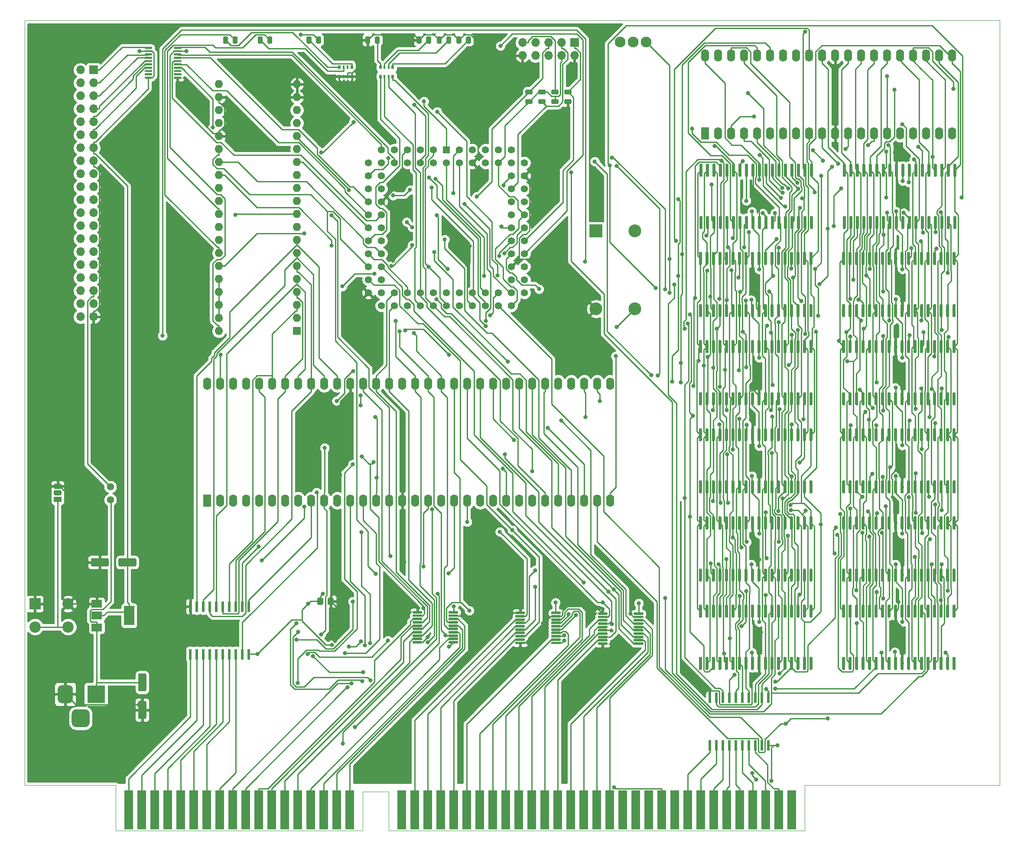
<source format=gbr>
%TF.GenerationSoftware,KiCad,Pcbnew,5.1.6-c6e7f7d~86~ubuntu18.04.1*%
%TF.CreationDate,2021-02-20T22:43:28+08:00*%
%TF.ProjectId,68k_dev,36386b5f-6465-4762-9e6b-696361645f70,rev?*%
%TF.SameCoordinates,Original*%
%TF.FileFunction,Copper,L1,Top*%
%TF.FilePolarity,Positive*%
%FSLAX46Y46*%
G04 Gerber Fmt 4.6, Leading zero omitted, Abs format (unit mm)*
G04 Created by KiCad (PCBNEW 5.1.6-c6e7f7d~86~ubuntu18.04.1) date 2021-02-20 22:43:28*
%MOMM*%
%LPD*%
G01*
G04 APERTURE LIST*
%TA.AperFunction,Profile*%
%ADD10C,0.050000*%
%TD*%
%TA.AperFunction,SMDPad,CuDef*%
%ADD11R,0.600000X2.050000*%
%TD*%
%TA.AperFunction,ComponentPad*%
%ADD12C,1.400000*%
%TD*%
%TA.AperFunction,ComponentPad*%
%ADD13O,1.700000X1.700000*%
%TD*%
%TA.AperFunction,ComponentPad*%
%ADD14R,1.700000X1.700000*%
%TD*%
%TA.AperFunction,ComponentPad*%
%ADD15O,1.600000X2.400000*%
%TD*%
%TA.AperFunction,ComponentPad*%
%ADD16R,1.600000X2.400000*%
%TD*%
%TA.AperFunction,ComponentPad*%
%ADD17C,2.200000*%
%TD*%
%TA.AperFunction,ComponentPad*%
%ADD18R,2.200000X2.200000*%
%TD*%
%TA.AperFunction,ComponentPad*%
%ADD19C,2.100000*%
%TD*%
%TA.AperFunction,ConnectorPad*%
%ADD20R,1.780000X7.620000*%
%TD*%
%TA.AperFunction,ComponentPad*%
%ADD21R,3.500000X3.500000*%
%TD*%
%TA.AperFunction,SMDPad,CuDef*%
%ADD22R,0.500000X0.800000*%
%TD*%
%TA.AperFunction,SMDPad,CuDef*%
%ADD23R,0.400000X0.800000*%
%TD*%
%TA.AperFunction,SMDPad,CuDef*%
%ADD24R,2.000000X1.500000*%
%TD*%
%TA.AperFunction,SMDPad,CuDef*%
%ADD25R,2.000000X3.800000*%
%TD*%
%TA.AperFunction,ComponentPad*%
%ADD26O,1.600000X1.600000*%
%TD*%
%TA.AperFunction,ComponentPad*%
%ADD27R,1.600000X1.600000*%
%TD*%
%TA.AperFunction,ComponentPad*%
%ADD28C,2.500000*%
%TD*%
%TA.AperFunction,ComponentPad*%
%ADD29R,2.500000X2.500000*%
%TD*%
%TA.AperFunction,ComponentPad*%
%ADD30R,1.500000X1.050000*%
%TD*%
%TA.AperFunction,ComponentPad*%
%ADD31C,1.422400*%
%TD*%
%TA.AperFunction,ComponentPad*%
%ADD32R,1.422400X1.422400*%
%TD*%
%TA.AperFunction,ViaPad*%
%ADD33C,0.800000*%
%TD*%
%TA.AperFunction,Conductor*%
%ADD34C,0.250000*%
%TD*%
%TA.AperFunction,Conductor*%
%ADD35C,0.254000*%
%TD*%
G04 APERTURE END LIST*
D10*
X97663000Y-159512000D02*
X79883000Y-159512000D01*
X97663000Y-168402000D02*
X97663000Y-159512000D01*
X145923000Y-168402000D02*
X97663000Y-168402000D01*
X145923000Y-160782000D02*
X145923000Y-168402000D01*
X151003000Y-160782000D02*
X145923000Y-160782000D01*
X151003000Y-168402000D02*
X151003000Y-160782000D01*
X232283000Y-168402000D02*
X151003000Y-168402000D01*
X232283000Y-159512000D02*
X232283000Y-168402000D01*
X233553000Y-159512000D02*
X232283000Y-159512000D01*
X79883000Y-10000000D02*
X79883000Y-159512000D01*
X270383000Y-10000000D02*
X79883000Y-10000000D01*
X270383000Y-159512000D02*
X270383000Y-10000000D01*
X233553000Y-159512000D02*
X270383000Y-159512000D01*
%TO.P,U4,36*%
%TO.N,Net-(U4-Pad36)*%
%TA.AperFunction,SMDPad,CuDef*%
G36*
G01*
X261490000Y-48229000D02*
X261790000Y-48229000D01*
G75*
G02*
X261940000Y-48379000I0J-150000D01*
G01*
X261940000Y-50629000D01*
G75*
G02*
X261790000Y-50779000I-150000J0D01*
G01*
X261490000Y-50779000D01*
G75*
G02*
X261340000Y-50629000I0J150000D01*
G01*
X261340000Y-48379000D01*
G75*
G02*
X261490000Y-48229000I150000J0D01*
G01*
G37*
%TD.AperFunction*%
%TO.P,U4,35*%
%TO.N,A19*%
%TA.AperFunction,SMDPad,CuDef*%
G36*
G01*
X260220000Y-48229000D02*
X260520000Y-48229000D01*
G75*
G02*
X260670000Y-48379000I0J-150000D01*
G01*
X260670000Y-50629000D01*
G75*
G02*
X260520000Y-50779000I-150000J0D01*
G01*
X260220000Y-50779000D01*
G75*
G02*
X260070000Y-50629000I0J150000D01*
G01*
X260070000Y-48379000D01*
G75*
G02*
X260220000Y-48229000I150000J0D01*
G01*
G37*
%TD.AperFunction*%
%TO.P,U4,34*%
%TO.N,A18*%
%TA.AperFunction,SMDPad,CuDef*%
G36*
G01*
X258950000Y-48229000D02*
X259250000Y-48229000D01*
G75*
G02*
X259400000Y-48379000I0J-150000D01*
G01*
X259400000Y-50629000D01*
G75*
G02*
X259250000Y-50779000I-150000J0D01*
G01*
X258950000Y-50779000D01*
G75*
G02*
X258800000Y-50629000I0J150000D01*
G01*
X258800000Y-48379000D01*
G75*
G02*
X258950000Y-48229000I150000J0D01*
G01*
G37*
%TD.AperFunction*%
%TO.P,U4,33*%
%TO.N,A17*%
%TA.AperFunction,SMDPad,CuDef*%
G36*
G01*
X257680000Y-48229000D02*
X257980000Y-48229000D01*
G75*
G02*
X258130000Y-48379000I0J-150000D01*
G01*
X258130000Y-50629000D01*
G75*
G02*
X257980000Y-50779000I-150000J0D01*
G01*
X257680000Y-50779000D01*
G75*
G02*
X257530000Y-50629000I0J150000D01*
G01*
X257530000Y-48379000D01*
G75*
G02*
X257680000Y-48229000I150000J0D01*
G01*
G37*
%TD.AperFunction*%
%TO.P,U4,32*%
%TO.N,A16*%
%TA.AperFunction,SMDPad,CuDef*%
G36*
G01*
X256410000Y-48229000D02*
X256710000Y-48229000D01*
G75*
G02*
X256860000Y-48379000I0J-150000D01*
G01*
X256860000Y-50629000D01*
G75*
G02*
X256710000Y-50779000I-150000J0D01*
G01*
X256410000Y-50779000D01*
G75*
G02*
X256260000Y-50629000I0J150000D01*
G01*
X256260000Y-48379000D01*
G75*
G02*
X256410000Y-48229000I150000J0D01*
G01*
G37*
%TD.AperFunction*%
%TO.P,U4,31*%
%TO.N,RDU*%
%TA.AperFunction,SMDPad,CuDef*%
G36*
G01*
X255140000Y-48229000D02*
X255440000Y-48229000D01*
G75*
G02*
X255590000Y-48379000I0J-150000D01*
G01*
X255590000Y-50629000D01*
G75*
G02*
X255440000Y-50779000I-150000J0D01*
G01*
X255140000Y-50779000D01*
G75*
G02*
X254990000Y-50629000I0J150000D01*
G01*
X254990000Y-48379000D01*
G75*
G02*
X255140000Y-48229000I150000J0D01*
G01*
G37*
%TD.AperFunction*%
%TO.P,U4,30*%
%TO.N,D15*%
%TA.AperFunction,SMDPad,CuDef*%
G36*
G01*
X253870000Y-48229000D02*
X254170000Y-48229000D01*
G75*
G02*
X254320000Y-48379000I0J-150000D01*
G01*
X254320000Y-50629000D01*
G75*
G02*
X254170000Y-50779000I-150000J0D01*
G01*
X253870000Y-50779000D01*
G75*
G02*
X253720000Y-50629000I0J150000D01*
G01*
X253720000Y-48379000D01*
G75*
G02*
X253870000Y-48229000I150000J0D01*
G01*
G37*
%TD.AperFunction*%
%TO.P,U4,29*%
%TO.N,D14*%
%TA.AperFunction,SMDPad,CuDef*%
G36*
G01*
X252600000Y-48229000D02*
X252900000Y-48229000D01*
G75*
G02*
X253050000Y-48379000I0J-150000D01*
G01*
X253050000Y-50629000D01*
G75*
G02*
X252900000Y-50779000I-150000J0D01*
G01*
X252600000Y-50779000D01*
G75*
G02*
X252450000Y-50629000I0J150000D01*
G01*
X252450000Y-48379000D01*
G75*
G02*
X252600000Y-48229000I150000J0D01*
G01*
G37*
%TD.AperFunction*%
%TO.P,U4,28*%
%TO.N,GND*%
%TA.AperFunction,SMDPad,CuDef*%
G36*
G01*
X251330000Y-48229000D02*
X251630000Y-48229000D01*
G75*
G02*
X251780000Y-48379000I0J-150000D01*
G01*
X251780000Y-50629000D01*
G75*
G02*
X251630000Y-50779000I-150000J0D01*
G01*
X251330000Y-50779000D01*
G75*
G02*
X251180000Y-50629000I0J150000D01*
G01*
X251180000Y-48379000D01*
G75*
G02*
X251330000Y-48229000I150000J0D01*
G01*
G37*
%TD.AperFunction*%
%TO.P,U4,27*%
%TO.N,VCC*%
%TA.AperFunction,SMDPad,CuDef*%
G36*
G01*
X250060000Y-48229000D02*
X250360000Y-48229000D01*
G75*
G02*
X250510000Y-48379000I0J-150000D01*
G01*
X250510000Y-50629000D01*
G75*
G02*
X250360000Y-50779000I-150000J0D01*
G01*
X250060000Y-50779000D01*
G75*
G02*
X249910000Y-50629000I0J150000D01*
G01*
X249910000Y-48379000D01*
G75*
G02*
X250060000Y-48229000I150000J0D01*
G01*
G37*
%TD.AperFunction*%
%TO.P,U4,26*%
%TO.N,D13*%
%TA.AperFunction,SMDPad,CuDef*%
G36*
G01*
X248790000Y-48229000D02*
X249090000Y-48229000D01*
G75*
G02*
X249240000Y-48379000I0J-150000D01*
G01*
X249240000Y-50629000D01*
G75*
G02*
X249090000Y-50779000I-150000J0D01*
G01*
X248790000Y-50779000D01*
G75*
G02*
X248640000Y-50629000I0J150000D01*
G01*
X248640000Y-48379000D01*
G75*
G02*
X248790000Y-48229000I150000J0D01*
G01*
G37*
%TD.AperFunction*%
%TO.P,U4,25*%
%TO.N,D12*%
%TA.AperFunction,SMDPad,CuDef*%
G36*
G01*
X247520000Y-48229000D02*
X247820000Y-48229000D01*
G75*
G02*
X247970000Y-48379000I0J-150000D01*
G01*
X247970000Y-50629000D01*
G75*
G02*
X247820000Y-50779000I-150000J0D01*
G01*
X247520000Y-50779000D01*
G75*
G02*
X247370000Y-50629000I0J150000D01*
G01*
X247370000Y-48379000D01*
G75*
G02*
X247520000Y-48229000I150000J0D01*
G01*
G37*
%TD.AperFunction*%
%TO.P,U4,24*%
%TO.N,A15*%
%TA.AperFunction,SMDPad,CuDef*%
G36*
G01*
X246250000Y-48229000D02*
X246550000Y-48229000D01*
G75*
G02*
X246700000Y-48379000I0J-150000D01*
G01*
X246700000Y-50629000D01*
G75*
G02*
X246550000Y-50779000I-150000J0D01*
G01*
X246250000Y-50779000D01*
G75*
G02*
X246100000Y-50629000I0J150000D01*
G01*
X246100000Y-48379000D01*
G75*
G02*
X246250000Y-48229000I150000J0D01*
G01*
G37*
%TD.AperFunction*%
%TO.P,U4,23*%
%TO.N,A14*%
%TA.AperFunction,SMDPad,CuDef*%
G36*
G01*
X244980000Y-48229000D02*
X245280000Y-48229000D01*
G75*
G02*
X245430000Y-48379000I0J-150000D01*
G01*
X245430000Y-50629000D01*
G75*
G02*
X245280000Y-50779000I-150000J0D01*
G01*
X244980000Y-50779000D01*
G75*
G02*
X244830000Y-50629000I0J150000D01*
G01*
X244830000Y-48379000D01*
G75*
G02*
X244980000Y-48229000I150000J0D01*
G01*
G37*
%TD.AperFunction*%
%TO.P,U4,22*%
%TO.N,A13*%
%TA.AperFunction,SMDPad,CuDef*%
G36*
G01*
X243710000Y-48229000D02*
X244010000Y-48229000D01*
G75*
G02*
X244160000Y-48379000I0J-150000D01*
G01*
X244160000Y-50629000D01*
G75*
G02*
X244010000Y-50779000I-150000J0D01*
G01*
X243710000Y-50779000D01*
G75*
G02*
X243560000Y-50629000I0J150000D01*
G01*
X243560000Y-48379000D01*
G75*
G02*
X243710000Y-48229000I150000J0D01*
G01*
G37*
%TD.AperFunction*%
%TO.P,U4,21*%
%TO.N,A12*%
%TA.AperFunction,SMDPad,CuDef*%
G36*
G01*
X242440000Y-48229000D02*
X242740000Y-48229000D01*
G75*
G02*
X242890000Y-48379000I0J-150000D01*
G01*
X242890000Y-50629000D01*
G75*
G02*
X242740000Y-50779000I-150000J0D01*
G01*
X242440000Y-50779000D01*
G75*
G02*
X242290000Y-50629000I0J150000D01*
G01*
X242290000Y-48379000D01*
G75*
G02*
X242440000Y-48229000I150000J0D01*
G01*
G37*
%TD.AperFunction*%
%TO.P,U4,20*%
%TO.N,A11*%
%TA.AperFunction,SMDPad,CuDef*%
G36*
G01*
X241170000Y-48229000D02*
X241470000Y-48229000D01*
G75*
G02*
X241620000Y-48379000I0J-150000D01*
G01*
X241620000Y-50629000D01*
G75*
G02*
X241470000Y-50779000I-150000J0D01*
G01*
X241170000Y-50779000D01*
G75*
G02*
X241020000Y-50629000I0J150000D01*
G01*
X241020000Y-48379000D01*
G75*
G02*
X241170000Y-48229000I150000J0D01*
G01*
G37*
%TD.AperFunction*%
%TO.P,U4,19*%
%TO.N,Net-(U4-Pad19)*%
%TA.AperFunction,SMDPad,CuDef*%
G36*
G01*
X239900000Y-48229000D02*
X240200000Y-48229000D01*
G75*
G02*
X240350000Y-48379000I0J-150000D01*
G01*
X240350000Y-50629000D01*
G75*
G02*
X240200000Y-50779000I-150000J0D01*
G01*
X239900000Y-50779000D01*
G75*
G02*
X239750000Y-50629000I0J150000D01*
G01*
X239750000Y-48379000D01*
G75*
G02*
X239900000Y-48229000I150000J0D01*
G01*
G37*
%TD.AperFunction*%
%TO.P,U4,18*%
%TO.N,A10*%
%TA.AperFunction,SMDPad,CuDef*%
G36*
G01*
X239900000Y-38029000D02*
X240200000Y-38029000D01*
G75*
G02*
X240350000Y-38179000I0J-150000D01*
G01*
X240350000Y-40429000D01*
G75*
G02*
X240200000Y-40579000I-150000J0D01*
G01*
X239900000Y-40579000D01*
G75*
G02*
X239750000Y-40429000I0J150000D01*
G01*
X239750000Y-38179000D01*
G75*
G02*
X239900000Y-38029000I150000J0D01*
G01*
G37*
%TD.AperFunction*%
%TO.P,U4,17*%
%TO.N,A9*%
%TA.AperFunction,SMDPad,CuDef*%
G36*
G01*
X241170000Y-38029000D02*
X241470000Y-38029000D01*
G75*
G02*
X241620000Y-38179000I0J-150000D01*
G01*
X241620000Y-40429000D01*
G75*
G02*
X241470000Y-40579000I-150000J0D01*
G01*
X241170000Y-40579000D01*
G75*
G02*
X241020000Y-40429000I0J150000D01*
G01*
X241020000Y-38179000D01*
G75*
G02*
X241170000Y-38029000I150000J0D01*
G01*
G37*
%TD.AperFunction*%
%TO.P,U4,16*%
%TO.N,A8*%
%TA.AperFunction,SMDPad,CuDef*%
G36*
G01*
X242440000Y-38029000D02*
X242740000Y-38029000D01*
G75*
G02*
X242890000Y-38179000I0J-150000D01*
G01*
X242890000Y-40429000D01*
G75*
G02*
X242740000Y-40579000I-150000J0D01*
G01*
X242440000Y-40579000D01*
G75*
G02*
X242290000Y-40429000I0J150000D01*
G01*
X242290000Y-38179000D01*
G75*
G02*
X242440000Y-38029000I150000J0D01*
G01*
G37*
%TD.AperFunction*%
%TO.P,U4,15*%
%TO.N,A7*%
%TA.AperFunction,SMDPad,CuDef*%
G36*
G01*
X243710000Y-38029000D02*
X244010000Y-38029000D01*
G75*
G02*
X244160000Y-38179000I0J-150000D01*
G01*
X244160000Y-40429000D01*
G75*
G02*
X244010000Y-40579000I-150000J0D01*
G01*
X243710000Y-40579000D01*
G75*
G02*
X243560000Y-40429000I0J150000D01*
G01*
X243560000Y-38179000D01*
G75*
G02*
X243710000Y-38029000I150000J0D01*
G01*
G37*
%TD.AperFunction*%
%TO.P,U4,14*%
%TO.N,A6*%
%TA.AperFunction,SMDPad,CuDef*%
G36*
G01*
X244980000Y-38029000D02*
X245280000Y-38029000D01*
G75*
G02*
X245430000Y-38179000I0J-150000D01*
G01*
X245430000Y-40429000D01*
G75*
G02*
X245280000Y-40579000I-150000J0D01*
G01*
X244980000Y-40579000D01*
G75*
G02*
X244830000Y-40429000I0J150000D01*
G01*
X244830000Y-38179000D01*
G75*
G02*
X244980000Y-38029000I150000J0D01*
G01*
G37*
%TD.AperFunction*%
%TO.P,U4,13*%
%TO.N,WRU*%
%TA.AperFunction,SMDPad,CuDef*%
G36*
G01*
X246250000Y-38029000D02*
X246550000Y-38029000D01*
G75*
G02*
X246700000Y-38179000I0J-150000D01*
G01*
X246700000Y-40429000D01*
G75*
G02*
X246550000Y-40579000I-150000J0D01*
G01*
X246250000Y-40579000D01*
G75*
G02*
X246100000Y-40429000I0J150000D01*
G01*
X246100000Y-38179000D01*
G75*
G02*
X246250000Y-38029000I150000J0D01*
G01*
G37*
%TD.AperFunction*%
%TO.P,U4,12*%
%TO.N,D11*%
%TA.AperFunction,SMDPad,CuDef*%
G36*
G01*
X247520000Y-38029000D02*
X247820000Y-38029000D01*
G75*
G02*
X247970000Y-38179000I0J-150000D01*
G01*
X247970000Y-40429000D01*
G75*
G02*
X247820000Y-40579000I-150000J0D01*
G01*
X247520000Y-40579000D01*
G75*
G02*
X247370000Y-40429000I0J150000D01*
G01*
X247370000Y-38179000D01*
G75*
G02*
X247520000Y-38029000I150000J0D01*
G01*
G37*
%TD.AperFunction*%
%TO.P,U4,11*%
%TO.N,D10*%
%TA.AperFunction,SMDPad,CuDef*%
G36*
G01*
X248790000Y-38029000D02*
X249090000Y-38029000D01*
G75*
G02*
X249240000Y-38179000I0J-150000D01*
G01*
X249240000Y-40429000D01*
G75*
G02*
X249090000Y-40579000I-150000J0D01*
G01*
X248790000Y-40579000D01*
G75*
G02*
X248640000Y-40429000I0J150000D01*
G01*
X248640000Y-38179000D01*
G75*
G02*
X248790000Y-38029000I150000J0D01*
G01*
G37*
%TD.AperFunction*%
%TO.P,U4,10*%
%TO.N,GND*%
%TA.AperFunction,SMDPad,CuDef*%
G36*
G01*
X250060000Y-38029000D02*
X250360000Y-38029000D01*
G75*
G02*
X250510000Y-38179000I0J-150000D01*
G01*
X250510000Y-40429000D01*
G75*
G02*
X250360000Y-40579000I-150000J0D01*
G01*
X250060000Y-40579000D01*
G75*
G02*
X249910000Y-40429000I0J150000D01*
G01*
X249910000Y-38179000D01*
G75*
G02*
X250060000Y-38029000I150000J0D01*
G01*
G37*
%TD.AperFunction*%
%TO.P,U4,9*%
%TO.N,VCC*%
%TA.AperFunction,SMDPad,CuDef*%
G36*
G01*
X251330000Y-38029000D02*
X251630000Y-38029000D01*
G75*
G02*
X251780000Y-38179000I0J-150000D01*
G01*
X251780000Y-40429000D01*
G75*
G02*
X251630000Y-40579000I-150000J0D01*
G01*
X251330000Y-40579000D01*
G75*
G02*
X251180000Y-40429000I0J150000D01*
G01*
X251180000Y-38179000D01*
G75*
G02*
X251330000Y-38029000I150000J0D01*
G01*
G37*
%TD.AperFunction*%
%TO.P,U4,8*%
%TO.N,D9*%
%TA.AperFunction,SMDPad,CuDef*%
G36*
G01*
X252600000Y-38029000D02*
X252900000Y-38029000D01*
G75*
G02*
X253050000Y-38179000I0J-150000D01*
G01*
X253050000Y-40429000D01*
G75*
G02*
X252900000Y-40579000I-150000J0D01*
G01*
X252600000Y-40579000D01*
G75*
G02*
X252450000Y-40429000I0J150000D01*
G01*
X252450000Y-38179000D01*
G75*
G02*
X252600000Y-38029000I150000J0D01*
G01*
G37*
%TD.AperFunction*%
%TO.P,U4,7*%
%TO.N,D8*%
%TA.AperFunction,SMDPad,CuDef*%
G36*
G01*
X253870000Y-38029000D02*
X254170000Y-38029000D01*
G75*
G02*
X254320000Y-38179000I0J-150000D01*
G01*
X254320000Y-40429000D01*
G75*
G02*
X254170000Y-40579000I-150000J0D01*
G01*
X253870000Y-40579000D01*
G75*
G02*
X253720000Y-40429000I0J150000D01*
G01*
X253720000Y-38179000D01*
G75*
G02*
X253870000Y-38029000I150000J0D01*
G01*
G37*
%TD.AperFunction*%
%TO.P,U4,6*%
%TO.N,RAM5_SEL*%
%TA.AperFunction,SMDPad,CuDef*%
G36*
G01*
X255140000Y-38029000D02*
X255440000Y-38029000D01*
G75*
G02*
X255590000Y-38179000I0J-150000D01*
G01*
X255590000Y-40429000D01*
G75*
G02*
X255440000Y-40579000I-150000J0D01*
G01*
X255140000Y-40579000D01*
G75*
G02*
X254990000Y-40429000I0J150000D01*
G01*
X254990000Y-38179000D01*
G75*
G02*
X255140000Y-38029000I150000J0D01*
G01*
G37*
%TD.AperFunction*%
%TO.P,U4,5*%
%TO.N,A5*%
%TA.AperFunction,SMDPad,CuDef*%
G36*
G01*
X256410000Y-38029000D02*
X256710000Y-38029000D01*
G75*
G02*
X256860000Y-38179000I0J-150000D01*
G01*
X256860000Y-40429000D01*
G75*
G02*
X256710000Y-40579000I-150000J0D01*
G01*
X256410000Y-40579000D01*
G75*
G02*
X256260000Y-40429000I0J150000D01*
G01*
X256260000Y-38179000D01*
G75*
G02*
X256410000Y-38029000I150000J0D01*
G01*
G37*
%TD.AperFunction*%
%TO.P,U4,4*%
%TO.N,A4*%
%TA.AperFunction,SMDPad,CuDef*%
G36*
G01*
X257680000Y-38029000D02*
X257980000Y-38029000D01*
G75*
G02*
X258130000Y-38179000I0J-150000D01*
G01*
X258130000Y-40429000D01*
G75*
G02*
X257980000Y-40579000I-150000J0D01*
G01*
X257680000Y-40579000D01*
G75*
G02*
X257530000Y-40429000I0J150000D01*
G01*
X257530000Y-38179000D01*
G75*
G02*
X257680000Y-38029000I150000J0D01*
G01*
G37*
%TD.AperFunction*%
%TO.P,U4,3*%
%TO.N,A3*%
%TA.AperFunction,SMDPad,CuDef*%
G36*
G01*
X258950000Y-38029000D02*
X259250000Y-38029000D01*
G75*
G02*
X259400000Y-38179000I0J-150000D01*
G01*
X259400000Y-40429000D01*
G75*
G02*
X259250000Y-40579000I-150000J0D01*
G01*
X258950000Y-40579000D01*
G75*
G02*
X258800000Y-40429000I0J150000D01*
G01*
X258800000Y-38179000D01*
G75*
G02*
X258950000Y-38029000I150000J0D01*
G01*
G37*
%TD.AperFunction*%
%TO.P,U4,2*%
%TO.N,A2*%
%TA.AperFunction,SMDPad,CuDef*%
G36*
G01*
X260220000Y-38029000D02*
X260520000Y-38029000D01*
G75*
G02*
X260670000Y-38179000I0J-150000D01*
G01*
X260670000Y-40429000D01*
G75*
G02*
X260520000Y-40579000I-150000J0D01*
G01*
X260220000Y-40579000D01*
G75*
G02*
X260070000Y-40429000I0J150000D01*
G01*
X260070000Y-38179000D01*
G75*
G02*
X260220000Y-38029000I150000J0D01*
G01*
G37*
%TD.AperFunction*%
%TO.P,U4,1*%
%TO.N,A1*%
%TA.AperFunction,SMDPad,CuDef*%
G36*
G01*
X261490000Y-38029000D02*
X261790000Y-38029000D01*
G75*
G02*
X261940000Y-38179000I0J-150000D01*
G01*
X261940000Y-40429000D01*
G75*
G02*
X261790000Y-40579000I-150000J0D01*
G01*
X261490000Y-40579000D01*
G75*
G02*
X261340000Y-40429000I0J150000D01*
G01*
X261340000Y-38179000D01*
G75*
G02*
X261490000Y-38029000I150000J0D01*
G01*
G37*
%TD.AperFunction*%
%TD*%
%TO.P,U25,20*%
%TO.N,SS1*%
%TA.AperFunction,SMDPad,CuDef*%
G36*
G01*
X109067000Y-15457000D02*
X109067000Y-15257000D01*
G75*
G02*
X109167000Y-15157000I100000J0D01*
G01*
X110442000Y-15157000D01*
G75*
G02*
X110542000Y-15257000I0J-100000D01*
G01*
X110542000Y-15457000D01*
G75*
G02*
X110442000Y-15557000I-100000J0D01*
G01*
X109167000Y-15557000D01*
G75*
G02*
X109067000Y-15457000I0J100000D01*
G01*
G37*
%TD.AperFunction*%
%TO.P,U25,19*%
%TO.N,VCC*%
%TA.AperFunction,SMDPad,CuDef*%
G36*
G01*
X109067000Y-16107000D02*
X109067000Y-15907000D01*
G75*
G02*
X109167000Y-15807000I100000J0D01*
G01*
X110442000Y-15807000D01*
G75*
G02*
X110542000Y-15907000I0J-100000D01*
G01*
X110542000Y-16107000D01*
G75*
G02*
X110442000Y-16207000I-100000J0D01*
G01*
X109167000Y-16207000D01*
G75*
G02*
X109067000Y-16107000I0J100000D01*
G01*
G37*
%TD.AperFunction*%
%TO.P,U25,18*%
%TO.N,SS2*%
%TA.AperFunction,SMDPad,CuDef*%
G36*
G01*
X109067000Y-16757000D02*
X109067000Y-16557000D01*
G75*
G02*
X109167000Y-16457000I100000J0D01*
G01*
X110442000Y-16457000D01*
G75*
G02*
X110542000Y-16557000I0J-100000D01*
G01*
X110542000Y-16757000D01*
G75*
G02*
X110442000Y-16857000I-100000J0D01*
G01*
X109167000Y-16857000D01*
G75*
G02*
X109067000Y-16757000I0J100000D01*
G01*
G37*
%TD.AperFunction*%
%TO.P,U25,17*%
%TO.N,SCLK*%
%TA.AperFunction,SMDPad,CuDef*%
G36*
G01*
X109067000Y-17407000D02*
X109067000Y-17207000D01*
G75*
G02*
X109167000Y-17107000I100000J0D01*
G01*
X110442000Y-17107000D01*
G75*
G02*
X110542000Y-17207000I0J-100000D01*
G01*
X110542000Y-17407000D01*
G75*
G02*
X110442000Y-17507000I-100000J0D01*
G01*
X109167000Y-17507000D01*
G75*
G02*
X109067000Y-17407000I0J100000D01*
G01*
G37*
%TD.AperFunction*%
%TO.P,U25,16*%
%TO.N,MISO*%
%TA.AperFunction,SMDPad,CuDef*%
G36*
G01*
X109067000Y-18057000D02*
X109067000Y-17857000D01*
G75*
G02*
X109167000Y-17757000I100000J0D01*
G01*
X110442000Y-17757000D01*
G75*
G02*
X110542000Y-17857000I0J-100000D01*
G01*
X110542000Y-18057000D01*
G75*
G02*
X110442000Y-18157000I-100000J0D01*
G01*
X109167000Y-18157000D01*
G75*
G02*
X109067000Y-18057000I0J100000D01*
G01*
G37*
%TD.AperFunction*%
%TO.P,U25,15*%
%TO.N,MOSI*%
%TA.AperFunction,SMDPad,CuDef*%
G36*
G01*
X109067000Y-18707000D02*
X109067000Y-18507000D01*
G75*
G02*
X109167000Y-18407000I100000J0D01*
G01*
X110442000Y-18407000D01*
G75*
G02*
X110542000Y-18507000I0J-100000D01*
G01*
X110542000Y-18707000D01*
G75*
G02*
X110442000Y-18807000I-100000J0D01*
G01*
X109167000Y-18807000D01*
G75*
G02*
X109067000Y-18707000I0J100000D01*
G01*
G37*
%TD.AperFunction*%
%TO.P,U25,14*%
%TO.N,DC*%
%TA.AperFunction,SMDPad,CuDef*%
G36*
G01*
X109067000Y-19357000D02*
X109067000Y-19157000D01*
G75*
G02*
X109167000Y-19057000I100000J0D01*
G01*
X110442000Y-19057000D01*
G75*
G02*
X110542000Y-19157000I0J-100000D01*
G01*
X110542000Y-19357000D01*
G75*
G02*
X110442000Y-19457000I-100000J0D01*
G01*
X109167000Y-19457000D01*
G75*
G02*
X109067000Y-19357000I0J100000D01*
G01*
G37*
%TD.AperFunction*%
%TO.P,U25,13*%
%TO.N,Net-(U25-Pad13)*%
%TA.AperFunction,SMDPad,CuDef*%
G36*
G01*
X109067000Y-20007000D02*
X109067000Y-19807000D01*
G75*
G02*
X109167000Y-19707000I100000J0D01*
G01*
X110442000Y-19707000D01*
G75*
G02*
X110542000Y-19807000I0J-100000D01*
G01*
X110542000Y-20007000D01*
G75*
G02*
X110442000Y-20107000I-100000J0D01*
G01*
X109167000Y-20107000D01*
G75*
G02*
X109067000Y-20007000I0J100000D01*
G01*
G37*
%TD.AperFunction*%
%TO.P,U25,12*%
%TO.N,Net-(U25-Pad12)*%
%TA.AperFunction,SMDPad,CuDef*%
G36*
G01*
X109067000Y-20657000D02*
X109067000Y-20457000D01*
G75*
G02*
X109167000Y-20357000I100000J0D01*
G01*
X110442000Y-20357000D01*
G75*
G02*
X110542000Y-20457000I0J-100000D01*
G01*
X110542000Y-20657000D01*
G75*
G02*
X110442000Y-20757000I-100000J0D01*
G01*
X109167000Y-20757000D01*
G75*
G02*
X109067000Y-20657000I0J100000D01*
G01*
G37*
%TD.AperFunction*%
%TO.P,U25,11*%
%TO.N,GND*%
%TA.AperFunction,SMDPad,CuDef*%
G36*
G01*
X109067000Y-21307000D02*
X109067000Y-21107000D01*
G75*
G02*
X109167000Y-21007000I100000J0D01*
G01*
X110442000Y-21007000D01*
G75*
G02*
X110542000Y-21107000I0J-100000D01*
G01*
X110542000Y-21307000D01*
G75*
G02*
X110442000Y-21407000I-100000J0D01*
G01*
X109167000Y-21407000D01*
G75*
G02*
X109067000Y-21307000I0J100000D01*
G01*
G37*
%TD.AperFunction*%
%TO.P,U25,10*%
%TO.N,+3V3*%
%TA.AperFunction,SMDPad,CuDef*%
G36*
G01*
X103342000Y-21307000D02*
X103342000Y-21107000D01*
G75*
G02*
X103442000Y-21007000I100000J0D01*
G01*
X104717000Y-21007000D01*
G75*
G02*
X104817000Y-21107000I0J-100000D01*
G01*
X104817000Y-21307000D01*
G75*
G02*
X104717000Y-21407000I-100000J0D01*
G01*
X103442000Y-21407000D01*
G75*
G02*
X103342000Y-21307000I0J100000D01*
G01*
G37*
%TD.AperFunction*%
%TO.P,U25,9*%
%TO.N,Net-(U25-Pad9)*%
%TA.AperFunction,SMDPad,CuDef*%
G36*
G01*
X103342000Y-20657000D02*
X103342000Y-20457000D01*
G75*
G02*
X103442000Y-20357000I100000J0D01*
G01*
X104717000Y-20357000D01*
G75*
G02*
X104817000Y-20457000I0J-100000D01*
G01*
X104817000Y-20657000D01*
G75*
G02*
X104717000Y-20757000I-100000J0D01*
G01*
X103442000Y-20757000D01*
G75*
G02*
X103342000Y-20657000I0J100000D01*
G01*
G37*
%TD.AperFunction*%
%TO.P,U25,8*%
%TO.N,Net-(U25-Pad8)*%
%TA.AperFunction,SMDPad,CuDef*%
G36*
G01*
X103342000Y-20007000D02*
X103342000Y-19807000D01*
G75*
G02*
X103442000Y-19707000I100000J0D01*
G01*
X104717000Y-19707000D01*
G75*
G02*
X104817000Y-19807000I0J-100000D01*
G01*
X104817000Y-20007000D01*
G75*
G02*
X104717000Y-20107000I-100000J0D01*
G01*
X103442000Y-20107000D01*
G75*
G02*
X103342000Y-20007000I0J100000D01*
G01*
G37*
%TD.AperFunction*%
%TO.P,U25,7*%
%TO.N,Net-(J3-Pad11)*%
%TA.AperFunction,SMDPad,CuDef*%
G36*
G01*
X103342000Y-19357000D02*
X103342000Y-19157000D01*
G75*
G02*
X103442000Y-19057000I100000J0D01*
G01*
X104717000Y-19057000D01*
G75*
G02*
X104817000Y-19157000I0J-100000D01*
G01*
X104817000Y-19357000D01*
G75*
G02*
X104717000Y-19457000I-100000J0D01*
G01*
X103442000Y-19457000D01*
G75*
G02*
X103342000Y-19357000I0J100000D01*
G01*
G37*
%TD.AperFunction*%
%TO.P,U25,6*%
%TO.N,Net-(J3-Pad9)*%
%TA.AperFunction,SMDPad,CuDef*%
G36*
G01*
X103342000Y-18707000D02*
X103342000Y-18507000D01*
G75*
G02*
X103442000Y-18407000I100000J0D01*
G01*
X104717000Y-18407000D01*
G75*
G02*
X104817000Y-18507000I0J-100000D01*
G01*
X104817000Y-18707000D01*
G75*
G02*
X104717000Y-18807000I-100000J0D01*
G01*
X103442000Y-18807000D01*
G75*
G02*
X103342000Y-18707000I0J100000D01*
G01*
G37*
%TD.AperFunction*%
%TO.P,U25,5*%
%TO.N,Net-(J3-Pad7)*%
%TA.AperFunction,SMDPad,CuDef*%
G36*
G01*
X103342000Y-18057000D02*
X103342000Y-17857000D01*
G75*
G02*
X103442000Y-17757000I100000J0D01*
G01*
X104717000Y-17757000D01*
G75*
G02*
X104817000Y-17857000I0J-100000D01*
G01*
X104817000Y-18057000D01*
G75*
G02*
X104717000Y-18157000I-100000J0D01*
G01*
X103442000Y-18157000D01*
G75*
G02*
X103342000Y-18057000I0J100000D01*
G01*
G37*
%TD.AperFunction*%
%TO.P,U25,4*%
%TO.N,Net-(J3-Pad5)*%
%TA.AperFunction,SMDPad,CuDef*%
G36*
G01*
X103342000Y-17407000D02*
X103342000Y-17207000D01*
G75*
G02*
X103442000Y-17107000I100000J0D01*
G01*
X104717000Y-17107000D01*
G75*
G02*
X104817000Y-17207000I0J-100000D01*
G01*
X104817000Y-17407000D01*
G75*
G02*
X104717000Y-17507000I-100000J0D01*
G01*
X103442000Y-17507000D01*
G75*
G02*
X103342000Y-17407000I0J100000D01*
G01*
G37*
%TD.AperFunction*%
%TO.P,U25,3*%
%TO.N,Net-(J3-Pad3)*%
%TA.AperFunction,SMDPad,CuDef*%
G36*
G01*
X103342000Y-16757000D02*
X103342000Y-16557000D01*
G75*
G02*
X103442000Y-16457000I100000J0D01*
G01*
X104717000Y-16457000D01*
G75*
G02*
X104817000Y-16557000I0J-100000D01*
G01*
X104817000Y-16757000D01*
G75*
G02*
X104717000Y-16857000I-100000J0D01*
G01*
X103442000Y-16857000D01*
G75*
G02*
X103342000Y-16757000I0J100000D01*
G01*
G37*
%TD.AperFunction*%
%TO.P,U25,2*%
%TO.N,+3V3*%
%TA.AperFunction,SMDPad,CuDef*%
G36*
G01*
X103342000Y-16107000D02*
X103342000Y-15907000D01*
G75*
G02*
X103442000Y-15807000I100000J0D01*
G01*
X104717000Y-15807000D01*
G75*
G02*
X104817000Y-15907000I0J-100000D01*
G01*
X104817000Y-16107000D01*
G75*
G02*
X104717000Y-16207000I-100000J0D01*
G01*
X103442000Y-16207000D01*
G75*
G02*
X103342000Y-16107000I0J100000D01*
G01*
G37*
%TD.AperFunction*%
%TO.P,U25,1*%
%TO.N,Net-(J3-Pad1)*%
%TA.AperFunction,SMDPad,CuDef*%
G36*
G01*
X103342000Y-15457000D02*
X103342000Y-15257000D01*
G75*
G02*
X103442000Y-15157000I100000J0D01*
G01*
X104717000Y-15157000D01*
G75*
G02*
X104817000Y-15257000I0J-100000D01*
G01*
X104817000Y-15457000D01*
G75*
G02*
X104717000Y-15557000I-100000J0D01*
G01*
X103442000Y-15557000D01*
G75*
G02*
X103342000Y-15457000I0J100000D01*
G01*
G37*
%TD.AperFunction*%
%TD*%
D11*
%TO.P,U24,20*%
%TO.N,VCC*%
X123698000Y-133941000D03*
%TO.P,U24,19*%
%TO.N,BUS_DIR_CTRL*%
X122428000Y-133941000D03*
%TO.P,U24,18*%
%TO.N,BUS_D8*%
X121158000Y-133941000D03*
%TO.P,U24,17*%
%TO.N,BUS_D9*%
X119888000Y-133941000D03*
%TO.P,U24,16*%
%TO.N,BUS_D10*%
X118618000Y-133941000D03*
%TO.P,U24,15*%
%TO.N,BUS_D11*%
X117348000Y-133941000D03*
%TO.P,U24,14*%
%TO.N,BUS_D12*%
X116078000Y-133941000D03*
%TO.P,U24,13*%
%TO.N,BUS_D13*%
X114808000Y-133941000D03*
%TO.P,U24,12*%
%TO.N,BUS_D14*%
X113538000Y-133941000D03*
%TO.P,U24,11*%
%TO.N,BUS_D15*%
X112268000Y-133941000D03*
%TO.P,U24,10*%
%TO.N,GND*%
X112268000Y-124631000D03*
%TO.P,U24,9*%
%TO.N,D15*%
X113538000Y-124631000D03*
%TO.P,U24,8*%
%TO.N,D14*%
X114808000Y-124631000D03*
%TO.P,U24,7*%
%TO.N,D13*%
X116078000Y-124631000D03*
%TO.P,U24,6*%
%TO.N,D12*%
X117348000Y-124631000D03*
%TO.P,U24,5*%
%TO.N,D11*%
X118618000Y-124631000D03*
%TO.P,U24,4*%
%TO.N,D10*%
X119888000Y-124631000D03*
%TO.P,U24,3*%
%TO.N,D9*%
X121158000Y-124631000D03*
%TO.P,U24,2*%
%TO.N,D8*%
X122428000Y-124631000D03*
%TO.P,U24,1*%
%TO.N,RW*%
X123698000Y-124631000D03*
%TD*%
%TO.P,U23,20*%
%TO.N,VCC*%
X225171000Y-151721000D03*
%TO.P,U23,19*%
%TO.N,BUS_DIR_CTRL*%
X223901000Y-151721000D03*
%TO.P,U23,18*%
%TO.N,BUS_D7*%
X222631000Y-151721000D03*
%TO.P,U23,17*%
%TO.N,BUS_D6*%
X221361000Y-151721000D03*
%TO.P,U23,16*%
%TO.N,BUS_D5*%
X220091000Y-151721000D03*
%TO.P,U23,15*%
%TO.N,BUS_D4*%
X218821000Y-151721000D03*
%TO.P,U23,14*%
%TO.N,BUS_D3*%
X217551000Y-151721000D03*
%TO.P,U23,13*%
%TO.N,BUS_D2*%
X216281000Y-151721000D03*
%TO.P,U23,12*%
%TO.N,BUS_D1*%
X215011000Y-151721000D03*
%TO.P,U23,11*%
%TO.N,BUS_D0*%
X213741000Y-151721000D03*
%TO.P,U23,10*%
%TO.N,GND*%
X213741000Y-142411000D03*
%TO.P,U23,9*%
%TO.N,D0*%
X215011000Y-142411000D03*
%TO.P,U23,8*%
%TO.N,D1*%
X216281000Y-142411000D03*
%TO.P,U23,7*%
%TO.N,D2*%
X217551000Y-142411000D03*
%TO.P,U23,6*%
%TO.N,D3*%
X218821000Y-142411000D03*
%TO.P,U23,5*%
%TO.N,D4*%
X220091000Y-142411000D03*
%TO.P,U23,4*%
%TO.N,D5*%
X221361000Y-142411000D03*
%TO.P,U23,3*%
%TO.N,D6*%
X222631000Y-142411000D03*
%TO.P,U23,2*%
%TO.N,D7*%
X223901000Y-142411000D03*
%TO.P,U23,1*%
%TO.N,RW*%
X225171000Y-142411000D03*
%TD*%
%TO.P,U22,20*%
%TO.N,VCC*%
%TA.AperFunction,SMDPad,CuDef*%
G36*
G01*
X198892000Y-126105000D02*
X198892000Y-125855000D01*
G75*
G02*
X199017000Y-125730000I125000J0D01*
G01*
X200667000Y-125730000D01*
G75*
G02*
X200792000Y-125855000I0J-125000D01*
G01*
X200792000Y-126105000D01*
G75*
G02*
X200667000Y-126230000I-125000J0D01*
G01*
X199017000Y-126230000D01*
G75*
G02*
X198892000Y-126105000I0J125000D01*
G01*
G37*
%TD.AperFunction*%
%TO.P,U22,19*%
%TO.N,GND*%
%TA.AperFunction,SMDPad,CuDef*%
G36*
G01*
X198892000Y-126755000D02*
X198892000Y-126505000D01*
G75*
G02*
X199017000Y-126380000I125000J0D01*
G01*
X200667000Y-126380000D01*
G75*
G02*
X200792000Y-126505000I0J-125000D01*
G01*
X200792000Y-126755000D01*
G75*
G02*
X200667000Y-126880000I-125000J0D01*
G01*
X199017000Y-126880000D01*
G75*
G02*
X198892000Y-126755000I0J125000D01*
G01*
G37*
%TD.AperFunction*%
%TO.P,U22,18*%
%TO.N,BUS_A16*%
%TA.AperFunction,SMDPad,CuDef*%
G36*
G01*
X198892000Y-127405000D02*
X198892000Y-127155000D01*
G75*
G02*
X199017000Y-127030000I125000J0D01*
G01*
X200667000Y-127030000D01*
G75*
G02*
X200792000Y-127155000I0J-125000D01*
G01*
X200792000Y-127405000D01*
G75*
G02*
X200667000Y-127530000I-125000J0D01*
G01*
X199017000Y-127530000D01*
G75*
G02*
X198892000Y-127405000I0J125000D01*
G01*
G37*
%TD.AperFunction*%
%TO.P,U22,17*%
%TO.N,A9*%
%TA.AperFunction,SMDPad,CuDef*%
G36*
G01*
X198892000Y-128055000D02*
X198892000Y-127805000D01*
G75*
G02*
X199017000Y-127680000I125000J0D01*
G01*
X200667000Y-127680000D01*
G75*
G02*
X200792000Y-127805000I0J-125000D01*
G01*
X200792000Y-128055000D01*
G75*
G02*
X200667000Y-128180000I-125000J0D01*
G01*
X199017000Y-128180000D01*
G75*
G02*
X198892000Y-128055000I0J125000D01*
G01*
G37*
%TD.AperFunction*%
%TO.P,U22,16*%
%TO.N,BUS_A15*%
%TA.AperFunction,SMDPad,CuDef*%
G36*
G01*
X198892000Y-128705000D02*
X198892000Y-128455000D01*
G75*
G02*
X199017000Y-128330000I125000J0D01*
G01*
X200667000Y-128330000D01*
G75*
G02*
X200792000Y-128455000I0J-125000D01*
G01*
X200792000Y-128705000D01*
G75*
G02*
X200667000Y-128830000I-125000J0D01*
G01*
X199017000Y-128830000D01*
G75*
G02*
X198892000Y-128705000I0J125000D01*
G01*
G37*
%TD.AperFunction*%
%TO.P,U22,15*%
%TO.N,A10*%
%TA.AperFunction,SMDPad,CuDef*%
G36*
G01*
X198892000Y-129355000D02*
X198892000Y-129105000D01*
G75*
G02*
X199017000Y-128980000I125000J0D01*
G01*
X200667000Y-128980000D01*
G75*
G02*
X200792000Y-129105000I0J-125000D01*
G01*
X200792000Y-129355000D01*
G75*
G02*
X200667000Y-129480000I-125000J0D01*
G01*
X199017000Y-129480000D01*
G75*
G02*
X198892000Y-129355000I0J125000D01*
G01*
G37*
%TD.AperFunction*%
%TO.P,U22,14*%
%TO.N,BUS_A14*%
%TA.AperFunction,SMDPad,CuDef*%
G36*
G01*
X198892000Y-130005000D02*
X198892000Y-129755000D01*
G75*
G02*
X199017000Y-129630000I125000J0D01*
G01*
X200667000Y-129630000D01*
G75*
G02*
X200792000Y-129755000I0J-125000D01*
G01*
X200792000Y-130005000D01*
G75*
G02*
X200667000Y-130130000I-125000J0D01*
G01*
X199017000Y-130130000D01*
G75*
G02*
X198892000Y-130005000I0J125000D01*
G01*
G37*
%TD.AperFunction*%
%TO.P,U22,13*%
%TO.N,A11*%
%TA.AperFunction,SMDPad,CuDef*%
G36*
G01*
X198892000Y-130655000D02*
X198892000Y-130405000D01*
G75*
G02*
X199017000Y-130280000I125000J0D01*
G01*
X200667000Y-130280000D01*
G75*
G02*
X200792000Y-130405000I0J-125000D01*
G01*
X200792000Y-130655000D01*
G75*
G02*
X200667000Y-130780000I-125000J0D01*
G01*
X199017000Y-130780000D01*
G75*
G02*
X198892000Y-130655000I0J125000D01*
G01*
G37*
%TD.AperFunction*%
%TO.P,U22,12*%
%TO.N,BUS_A13*%
%TA.AperFunction,SMDPad,CuDef*%
G36*
G01*
X198892000Y-131305000D02*
X198892000Y-131055000D01*
G75*
G02*
X199017000Y-130930000I125000J0D01*
G01*
X200667000Y-130930000D01*
G75*
G02*
X200792000Y-131055000I0J-125000D01*
G01*
X200792000Y-131305000D01*
G75*
G02*
X200667000Y-131430000I-125000J0D01*
G01*
X199017000Y-131430000D01*
G75*
G02*
X198892000Y-131305000I0J125000D01*
G01*
G37*
%TD.AperFunction*%
%TO.P,U22,11*%
%TO.N,A12*%
%TA.AperFunction,SMDPad,CuDef*%
G36*
G01*
X198892000Y-131955000D02*
X198892000Y-131705000D01*
G75*
G02*
X199017000Y-131580000I125000J0D01*
G01*
X200667000Y-131580000D01*
G75*
G02*
X200792000Y-131705000I0J-125000D01*
G01*
X200792000Y-131955000D01*
G75*
G02*
X200667000Y-132080000I-125000J0D01*
G01*
X199017000Y-132080000D01*
G75*
G02*
X198892000Y-131955000I0J125000D01*
G01*
G37*
%TD.AperFunction*%
%TO.P,U22,10*%
%TO.N,GND*%
%TA.AperFunction,SMDPad,CuDef*%
G36*
G01*
X191892000Y-131955000D02*
X191892000Y-131705000D01*
G75*
G02*
X192017000Y-131580000I125000J0D01*
G01*
X193667000Y-131580000D01*
G75*
G02*
X193792000Y-131705000I0J-125000D01*
G01*
X193792000Y-131955000D01*
G75*
G02*
X193667000Y-132080000I-125000J0D01*
G01*
X192017000Y-132080000D01*
G75*
G02*
X191892000Y-131955000I0J125000D01*
G01*
G37*
%TD.AperFunction*%
%TO.P,U22,9*%
%TO.N,BUS_A12*%
%TA.AperFunction,SMDPad,CuDef*%
G36*
G01*
X191892000Y-131305000D02*
X191892000Y-131055000D01*
G75*
G02*
X192017000Y-130930000I125000J0D01*
G01*
X193667000Y-130930000D01*
G75*
G02*
X193792000Y-131055000I0J-125000D01*
G01*
X193792000Y-131305000D01*
G75*
G02*
X193667000Y-131430000I-125000J0D01*
G01*
X192017000Y-131430000D01*
G75*
G02*
X191892000Y-131305000I0J125000D01*
G01*
G37*
%TD.AperFunction*%
%TO.P,U22,8*%
%TO.N,A13*%
%TA.AperFunction,SMDPad,CuDef*%
G36*
G01*
X191892000Y-130655000D02*
X191892000Y-130405000D01*
G75*
G02*
X192017000Y-130280000I125000J0D01*
G01*
X193667000Y-130280000D01*
G75*
G02*
X193792000Y-130405000I0J-125000D01*
G01*
X193792000Y-130655000D01*
G75*
G02*
X193667000Y-130780000I-125000J0D01*
G01*
X192017000Y-130780000D01*
G75*
G02*
X191892000Y-130655000I0J125000D01*
G01*
G37*
%TD.AperFunction*%
%TO.P,U22,7*%
%TO.N,BUS_A11*%
%TA.AperFunction,SMDPad,CuDef*%
G36*
G01*
X191892000Y-130005000D02*
X191892000Y-129755000D01*
G75*
G02*
X192017000Y-129630000I125000J0D01*
G01*
X193667000Y-129630000D01*
G75*
G02*
X193792000Y-129755000I0J-125000D01*
G01*
X193792000Y-130005000D01*
G75*
G02*
X193667000Y-130130000I-125000J0D01*
G01*
X192017000Y-130130000D01*
G75*
G02*
X191892000Y-130005000I0J125000D01*
G01*
G37*
%TD.AperFunction*%
%TO.P,U22,6*%
%TO.N,A14*%
%TA.AperFunction,SMDPad,CuDef*%
G36*
G01*
X191892000Y-129355000D02*
X191892000Y-129105000D01*
G75*
G02*
X192017000Y-128980000I125000J0D01*
G01*
X193667000Y-128980000D01*
G75*
G02*
X193792000Y-129105000I0J-125000D01*
G01*
X193792000Y-129355000D01*
G75*
G02*
X193667000Y-129480000I-125000J0D01*
G01*
X192017000Y-129480000D01*
G75*
G02*
X191892000Y-129355000I0J125000D01*
G01*
G37*
%TD.AperFunction*%
%TO.P,U22,5*%
%TO.N,BUS_A10*%
%TA.AperFunction,SMDPad,CuDef*%
G36*
G01*
X191892000Y-128705000D02*
X191892000Y-128455000D01*
G75*
G02*
X192017000Y-128330000I125000J0D01*
G01*
X193667000Y-128330000D01*
G75*
G02*
X193792000Y-128455000I0J-125000D01*
G01*
X193792000Y-128705000D01*
G75*
G02*
X193667000Y-128830000I-125000J0D01*
G01*
X192017000Y-128830000D01*
G75*
G02*
X191892000Y-128705000I0J125000D01*
G01*
G37*
%TD.AperFunction*%
%TO.P,U22,4*%
%TO.N,A15*%
%TA.AperFunction,SMDPad,CuDef*%
G36*
G01*
X191892000Y-128055000D02*
X191892000Y-127805000D01*
G75*
G02*
X192017000Y-127680000I125000J0D01*
G01*
X193667000Y-127680000D01*
G75*
G02*
X193792000Y-127805000I0J-125000D01*
G01*
X193792000Y-128055000D01*
G75*
G02*
X193667000Y-128180000I-125000J0D01*
G01*
X192017000Y-128180000D01*
G75*
G02*
X191892000Y-128055000I0J125000D01*
G01*
G37*
%TD.AperFunction*%
%TO.P,U22,3*%
%TO.N,BUS_A9*%
%TA.AperFunction,SMDPad,CuDef*%
G36*
G01*
X191892000Y-127405000D02*
X191892000Y-127155000D01*
G75*
G02*
X192017000Y-127030000I125000J0D01*
G01*
X193667000Y-127030000D01*
G75*
G02*
X193792000Y-127155000I0J-125000D01*
G01*
X193792000Y-127405000D01*
G75*
G02*
X193667000Y-127530000I-125000J0D01*
G01*
X192017000Y-127530000D01*
G75*
G02*
X191892000Y-127405000I0J125000D01*
G01*
G37*
%TD.AperFunction*%
%TO.P,U22,2*%
%TO.N,A16*%
%TA.AperFunction,SMDPad,CuDef*%
G36*
G01*
X191892000Y-126755000D02*
X191892000Y-126505000D01*
G75*
G02*
X192017000Y-126380000I125000J0D01*
G01*
X193667000Y-126380000D01*
G75*
G02*
X193792000Y-126505000I0J-125000D01*
G01*
X193792000Y-126755000D01*
G75*
G02*
X193667000Y-126880000I-125000J0D01*
G01*
X192017000Y-126880000D01*
G75*
G02*
X191892000Y-126755000I0J125000D01*
G01*
G37*
%TD.AperFunction*%
%TO.P,U22,1*%
%TO.N,GND*%
%TA.AperFunction,SMDPad,CuDef*%
G36*
G01*
X191892000Y-126105000D02*
X191892000Y-125855000D01*
G75*
G02*
X192017000Y-125730000I125000J0D01*
G01*
X193667000Y-125730000D01*
G75*
G02*
X193792000Y-125855000I0J-125000D01*
G01*
X193792000Y-126105000D01*
G75*
G02*
X193667000Y-126230000I-125000J0D01*
G01*
X192017000Y-126230000D01*
G75*
G02*
X191892000Y-126105000I0J125000D01*
G01*
G37*
%TD.AperFunction*%
%TD*%
%TO.P,U20,20*%
%TO.N,VCC*%
%TA.AperFunction,SMDPad,CuDef*%
G36*
G01*
X182763000Y-125978000D02*
X182763000Y-125728000D01*
G75*
G02*
X182888000Y-125603000I125000J0D01*
G01*
X184538000Y-125603000D01*
G75*
G02*
X184663000Y-125728000I0J-125000D01*
G01*
X184663000Y-125978000D01*
G75*
G02*
X184538000Y-126103000I-125000J0D01*
G01*
X182888000Y-126103000D01*
G75*
G02*
X182763000Y-125978000I0J125000D01*
G01*
G37*
%TD.AperFunction*%
%TO.P,U20,19*%
%TO.N,GND*%
%TA.AperFunction,SMDPad,CuDef*%
G36*
G01*
X182763000Y-126628000D02*
X182763000Y-126378000D01*
G75*
G02*
X182888000Y-126253000I125000J0D01*
G01*
X184538000Y-126253000D01*
G75*
G02*
X184663000Y-126378000I0J-125000D01*
G01*
X184663000Y-126628000D01*
G75*
G02*
X184538000Y-126753000I-125000J0D01*
G01*
X182888000Y-126753000D01*
G75*
G02*
X182763000Y-126628000I0J125000D01*
G01*
G37*
%TD.AperFunction*%
%TO.P,U20,18*%
%TO.N,BUS_A8*%
%TA.AperFunction,SMDPad,CuDef*%
G36*
G01*
X182763000Y-127278000D02*
X182763000Y-127028000D01*
G75*
G02*
X182888000Y-126903000I125000J0D01*
G01*
X184538000Y-126903000D01*
G75*
G02*
X184663000Y-127028000I0J-125000D01*
G01*
X184663000Y-127278000D01*
G75*
G02*
X184538000Y-127403000I-125000J0D01*
G01*
X182888000Y-127403000D01*
G75*
G02*
X182763000Y-127278000I0J125000D01*
G01*
G37*
%TD.AperFunction*%
%TO.P,U20,17*%
%TO.N,A1*%
%TA.AperFunction,SMDPad,CuDef*%
G36*
G01*
X182763000Y-127928000D02*
X182763000Y-127678000D01*
G75*
G02*
X182888000Y-127553000I125000J0D01*
G01*
X184538000Y-127553000D01*
G75*
G02*
X184663000Y-127678000I0J-125000D01*
G01*
X184663000Y-127928000D01*
G75*
G02*
X184538000Y-128053000I-125000J0D01*
G01*
X182888000Y-128053000D01*
G75*
G02*
X182763000Y-127928000I0J125000D01*
G01*
G37*
%TD.AperFunction*%
%TO.P,U20,16*%
%TO.N,BUS_A7*%
%TA.AperFunction,SMDPad,CuDef*%
G36*
G01*
X182763000Y-128578000D02*
X182763000Y-128328000D01*
G75*
G02*
X182888000Y-128203000I125000J0D01*
G01*
X184538000Y-128203000D01*
G75*
G02*
X184663000Y-128328000I0J-125000D01*
G01*
X184663000Y-128578000D01*
G75*
G02*
X184538000Y-128703000I-125000J0D01*
G01*
X182888000Y-128703000D01*
G75*
G02*
X182763000Y-128578000I0J125000D01*
G01*
G37*
%TD.AperFunction*%
%TO.P,U20,15*%
%TO.N,A2*%
%TA.AperFunction,SMDPad,CuDef*%
G36*
G01*
X182763000Y-129228000D02*
X182763000Y-128978000D01*
G75*
G02*
X182888000Y-128853000I125000J0D01*
G01*
X184538000Y-128853000D01*
G75*
G02*
X184663000Y-128978000I0J-125000D01*
G01*
X184663000Y-129228000D01*
G75*
G02*
X184538000Y-129353000I-125000J0D01*
G01*
X182888000Y-129353000D01*
G75*
G02*
X182763000Y-129228000I0J125000D01*
G01*
G37*
%TD.AperFunction*%
%TO.P,U20,14*%
%TO.N,BUS_A6*%
%TA.AperFunction,SMDPad,CuDef*%
G36*
G01*
X182763000Y-129878000D02*
X182763000Y-129628000D01*
G75*
G02*
X182888000Y-129503000I125000J0D01*
G01*
X184538000Y-129503000D01*
G75*
G02*
X184663000Y-129628000I0J-125000D01*
G01*
X184663000Y-129878000D01*
G75*
G02*
X184538000Y-130003000I-125000J0D01*
G01*
X182888000Y-130003000D01*
G75*
G02*
X182763000Y-129878000I0J125000D01*
G01*
G37*
%TD.AperFunction*%
%TO.P,U20,13*%
%TO.N,A3*%
%TA.AperFunction,SMDPad,CuDef*%
G36*
G01*
X182763000Y-130528000D02*
X182763000Y-130278000D01*
G75*
G02*
X182888000Y-130153000I125000J0D01*
G01*
X184538000Y-130153000D01*
G75*
G02*
X184663000Y-130278000I0J-125000D01*
G01*
X184663000Y-130528000D01*
G75*
G02*
X184538000Y-130653000I-125000J0D01*
G01*
X182888000Y-130653000D01*
G75*
G02*
X182763000Y-130528000I0J125000D01*
G01*
G37*
%TD.AperFunction*%
%TO.P,U20,12*%
%TO.N,BUS_A5*%
%TA.AperFunction,SMDPad,CuDef*%
G36*
G01*
X182763000Y-131178000D02*
X182763000Y-130928000D01*
G75*
G02*
X182888000Y-130803000I125000J0D01*
G01*
X184538000Y-130803000D01*
G75*
G02*
X184663000Y-130928000I0J-125000D01*
G01*
X184663000Y-131178000D01*
G75*
G02*
X184538000Y-131303000I-125000J0D01*
G01*
X182888000Y-131303000D01*
G75*
G02*
X182763000Y-131178000I0J125000D01*
G01*
G37*
%TD.AperFunction*%
%TO.P,U20,11*%
%TO.N,A4*%
%TA.AperFunction,SMDPad,CuDef*%
G36*
G01*
X182763000Y-131828000D02*
X182763000Y-131578000D01*
G75*
G02*
X182888000Y-131453000I125000J0D01*
G01*
X184538000Y-131453000D01*
G75*
G02*
X184663000Y-131578000I0J-125000D01*
G01*
X184663000Y-131828000D01*
G75*
G02*
X184538000Y-131953000I-125000J0D01*
G01*
X182888000Y-131953000D01*
G75*
G02*
X182763000Y-131828000I0J125000D01*
G01*
G37*
%TD.AperFunction*%
%TO.P,U20,10*%
%TO.N,GND*%
%TA.AperFunction,SMDPad,CuDef*%
G36*
G01*
X175763000Y-131828000D02*
X175763000Y-131578000D01*
G75*
G02*
X175888000Y-131453000I125000J0D01*
G01*
X177538000Y-131453000D01*
G75*
G02*
X177663000Y-131578000I0J-125000D01*
G01*
X177663000Y-131828000D01*
G75*
G02*
X177538000Y-131953000I-125000J0D01*
G01*
X175888000Y-131953000D01*
G75*
G02*
X175763000Y-131828000I0J125000D01*
G01*
G37*
%TD.AperFunction*%
%TO.P,U20,9*%
%TO.N,BUS_A4*%
%TA.AperFunction,SMDPad,CuDef*%
G36*
G01*
X175763000Y-131178000D02*
X175763000Y-130928000D01*
G75*
G02*
X175888000Y-130803000I125000J0D01*
G01*
X177538000Y-130803000D01*
G75*
G02*
X177663000Y-130928000I0J-125000D01*
G01*
X177663000Y-131178000D01*
G75*
G02*
X177538000Y-131303000I-125000J0D01*
G01*
X175888000Y-131303000D01*
G75*
G02*
X175763000Y-131178000I0J125000D01*
G01*
G37*
%TD.AperFunction*%
%TO.P,U20,8*%
%TO.N,A5*%
%TA.AperFunction,SMDPad,CuDef*%
G36*
G01*
X175763000Y-130528000D02*
X175763000Y-130278000D01*
G75*
G02*
X175888000Y-130153000I125000J0D01*
G01*
X177538000Y-130153000D01*
G75*
G02*
X177663000Y-130278000I0J-125000D01*
G01*
X177663000Y-130528000D01*
G75*
G02*
X177538000Y-130653000I-125000J0D01*
G01*
X175888000Y-130653000D01*
G75*
G02*
X175763000Y-130528000I0J125000D01*
G01*
G37*
%TD.AperFunction*%
%TO.P,U20,7*%
%TO.N,BUS_A3*%
%TA.AperFunction,SMDPad,CuDef*%
G36*
G01*
X175763000Y-129878000D02*
X175763000Y-129628000D01*
G75*
G02*
X175888000Y-129503000I125000J0D01*
G01*
X177538000Y-129503000D01*
G75*
G02*
X177663000Y-129628000I0J-125000D01*
G01*
X177663000Y-129878000D01*
G75*
G02*
X177538000Y-130003000I-125000J0D01*
G01*
X175888000Y-130003000D01*
G75*
G02*
X175763000Y-129878000I0J125000D01*
G01*
G37*
%TD.AperFunction*%
%TO.P,U20,6*%
%TO.N,A6*%
%TA.AperFunction,SMDPad,CuDef*%
G36*
G01*
X175763000Y-129228000D02*
X175763000Y-128978000D01*
G75*
G02*
X175888000Y-128853000I125000J0D01*
G01*
X177538000Y-128853000D01*
G75*
G02*
X177663000Y-128978000I0J-125000D01*
G01*
X177663000Y-129228000D01*
G75*
G02*
X177538000Y-129353000I-125000J0D01*
G01*
X175888000Y-129353000D01*
G75*
G02*
X175763000Y-129228000I0J125000D01*
G01*
G37*
%TD.AperFunction*%
%TO.P,U20,5*%
%TO.N,BUS_A2*%
%TA.AperFunction,SMDPad,CuDef*%
G36*
G01*
X175763000Y-128578000D02*
X175763000Y-128328000D01*
G75*
G02*
X175888000Y-128203000I125000J0D01*
G01*
X177538000Y-128203000D01*
G75*
G02*
X177663000Y-128328000I0J-125000D01*
G01*
X177663000Y-128578000D01*
G75*
G02*
X177538000Y-128703000I-125000J0D01*
G01*
X175888000Y-128703000D01*
G75*
G02*
X175763000Y-128578000I0J125000D01*
G01*
G37*
%TD.AperFunction*%
%TO.P,U20,4*%
%TO.N,A7*%
%TA.AperFunction,SMDPad,CuDef*%
G36*
G01*
X175763000Y-127928000D02*
X175763000Y-127678000D01*
G75*
G02*
X175888000Y-127553000I125000J0D01*
G01*
X177538000Y-127553000D01*
G75*
G02*
X177663000Y-127678000I0J-125000D01*
G01*
X177663000Y-127928000D01*
G75*
G02*
X177538000Y-128053000I-125000J0D01*
G01*
X175888000Y-128053000D01*
G75*
G02*
X175763000Y-127928000I0J125000D01*
G01*
G37*
%TD.AperFunction*%
%TO.P,U20,3*%
%TO.N,BUS_A1*%
%TA.AperFunction,SMDPad,CuDef*%
G36*
G01*
X175763000Y-127278000D02*
X175763000Y-127028000D01*
G75*
G02*
X175888000Y-126903000I125000J0D01*
G01*
X177538000Y-126903000D01*
G75*
G02*
X177663000Y-127028000I0J-125000D01*
G01*
X177663000Y-127278000D01*
G75*
G02*
X177538000Y-127403000I-125000J0D01*
G01*
X175888000Y-127403000D01*
G75*
G02*
X175763000Y-127278000I0J125000D01*
G01*
G37*
%TD.AperFunction*%
%TO.P,U20,2*%
%TO.N,A8*%
%TA.AperFunction,SMDPad,CuDef*%
G36*
G01*
X175763000Y-126628000D02*
X175763000Y-126378000D01*
G75*
G02*
X175888000Y-126253000I125000J0D01*
G01*
X177538000Y-126253000D01*
G75*
G02*
X177663000Y-126378000I0J-125000D01*
G01*
X177663000Y-126628000D01*
G75*
G02*
X177538000Y-126753000I-125000J0D01*
G01*
X175888000Y-126753000D01*
G75*
G02*
X175763000Y-126628000I0J125000D01*
G01*
G37*
%TD.AperFunction*%
%TO.P,U20,1*%
%TO.N,GND*%
%TA.AperFunction,SMDPad,CuDef*%
G36*
G01*
X175763000Y-125978000D02*
X175763000Y-125728000D01*
G75*
G02*
X175888000Y-125603000I125000J0D01*
G01*
X177538000Y-125603000D01*
G75*
G02*
X177663000Y-125728000I0J-125000D01*
G01*
X177663000Y-125978000D01*
G75*
G02*
X177538000Y-126103000I-125000J0D01*
G01*
X175888000Y-126103000D01*
G75*
G02*
X175763000Y-125978000I0J125000D01*
G01*
G37*
%TD.AperFunction*%
%TD*%
%TO.P,U15,20*%
%TO.N,VCC*%
%TA.AperFunction,SMDPad,CuDef*%
G36*
G01*
X162697000Y-125851000D02*
X162697000Y-125601000D01*
G75*
G02*
X162822000Y-125476000I125000J0D01*
G01*
X164472000Y-125476000D01*
G75*
G02*
X164597000Y-125601000I0J-125000D01*
G01*
X164597000Y-125851000D01*
G75*
G02*
X164472000Y-125976000I-125000J0D01*
G01*
X162822000Y-125976000D01*
G75*
G02*
X162697000Y-125851000I0J125000D01*
G01*
G37*
%TD.AperFunction*%
%TO.P,U15,19*%
%TO.N,GND*%
%TA.AperFunction,SMDPad,CuDef*%
G36*
G01*
X162697000Y-126501000D02*
X162697000Y-126251000D01*
G75*
G02*
X162822000Y-126126000I125000J0D01*
G01*
X164472000Y-126126000D01*
G75*
G02*
X164597000Y-126251000I0J-125000D01*
G01*
X164597000Y-126501000D01*
G75*
G02*
X164472000Y-126626000I-125000J0D01*
G01*
X162822000Y-126626000D01*
G75*
G02*
X162697000Y-126501000I0J125000D01*
G01*
G37*
%TD.AperFunction*%
%TO.P,U15,18*%
%TO.N,BUS_RW*%
%TA.AperFunction,SMDPad,CuDef*%
G36*
G01*
X162697000Y-127151000D02*
X162697000Y-126901000D01*
G75*
G02*
X162822000Y-126776000I125000J0D01*
G01*
X164472000Y-126776000D01*
G75*
G02*
X164597000Y-126901000I0J-125000D01*
G01*
X164597000Y-127151000D01*
G75*
G02*
X164472000Y-127276000I-125000J0D01*
G01*
X162822000Y-127276000D01*
G75*
G02*
X162697000Y-127151000I0J125000D01*
G01*
G37*
%TD.AperFunction*%
%TO.P,U15,17*%
%TO.N,A17*%
%TA.AperFunction,SMDPad,CuDef*%
G36*
G01*
X162697000Y-127801000D02*
X162697000Y-127551000D01*
G75*
G02*
X162822000Y-127426000I125000J0D01*
G01*
X164472000Y-127426000D01*
G75*
G02*
X164597000Y-127551000I0J-125000D01*
G01*
X164597000Y-127801000D01*
G75*
G02*
X164472000Y-127926000I-125000J0D01*
G01*
X162822000Y-127926000D01*
G75*
G02*
X162697000Y-127801000I0J125000D01*
G01*
G37*
%TD.AperFunction*%
%TO.P,U15,16*%
%TO.N,BUS_A23*%
%TA.AperFunction,SMDPad,CuDef*%
G36*
G01*
X162697000Y-128451000D02*
X162697000Y-128201000D01*
G75*
G02*
X162822000Y-128076000I125000J0D01*
G01*
X164472000Y-128076000D01*
G75*
G02*
X164597000Y-128201000I0J-125000D01*
G01*
X164597000Y-128451000D01*
G75*
G02*
X164472000Y-128576000I-125000J0D01*
G01*
X162822000Y-128576000D01*
G75*
G02*
X162697000Y-128451000I0J125000D01*
G01*
G37*
%TD.AperFunction*%
%TO.P,U15,15*%
%TO.N,A18*%
%TA.AperFunction,SMDPad,CuDef*%
G36*
G01*
X162697000Y-129101000D02*
X162697000Y-128851000D01*
G75*
G02*
X162822000Y-128726000I125000J0D01*
G01*
X164472000Y-128726000D01*
G75*
G02*
X164597000Y-128851000I0J-125000D01*
G01*
X164597000Y-129101000D01*
G75*
G02*
X164472000Y-129226000I-125000J0D01*
G01*
X162822000Y-129226000D01*
G75*
G02*
X162697000Y-129101000I0J125000D01*
G01*
G37*
%TD.AperFunction*%
%TO.P,U15,14*%
%TO.N,BUS_A22*%
%TA.AperFunction,SMDPad,CuDef*%
G36*
G01*
X162697000Y-129751000D02*
X162697000Y-129501000D01*
G75*
G02*
X162822000Y-129376000I125000J0D01*
G01*
X164472000Y-129376000D01*
G75*
G02*
X164597000Y-129501000I0J-125000D01*
G01*
X164597000Y-129751000D01*
G75*
G02*
X164472000Y-129876000I-125000J0D01*
G01*
X162822000Y-129876000D01*
G75*
G02*
X162697000Y-129751000I0J125000D01*
G01*
G37*
%TD.AperFunction*%
%TO.P,U15,13*%
%TO.N,A19*%
%TA.AperFunction,SMDPad,CuDef*%
G36*
G01*
X162697000Y-130401000D02*
X162697000Y-130151000D01*
G75*
G02*
X162822000Y-130026000I125000J0D01*
G01*
X164472000Y-130026000D01*
G75*
G02*
X164597000Y-130151000I0J-125000D01*
G01*
X164597000Y-130401000D01*
G75*
G02*
X164472000Y-130526000I-125000J0D01*
G01*
X162822000Y-130526000D01*
G75*
G02*
X162697000Y-130401000I0J125000D01*
G01*
G37*
%TD.AperFunction*%
%TO.P,U15,12*%
%TO.N,BUS_A21*%
%TA.AperFunction,SMDPad,CuDef*%
G36*
G01*
X162697000Y-131051000D02*
X162697000Y-130801000D01*
G75*
G02*
X162822000Y-130676000I125000J0D01*
G01*
X164472000Y-130676000D01*
G75*
G02*
X164597000Y-130801000I0J-125000D01*
G01*
X164597000Y-131051000D01*
G75*
G02*
X164472000Y-131176000I-125000J0D01*
G01*
X162822000Y-131176000D01*
G75*
G02*
X162697000Y-131051000I0J125000D01*
G01*
G37*
%TD.AperFunction*%
%TO.P,U15,11*%
%TO.N,A20*%
%TA.AperFunction,SMDPad,CuDef*%
G36*
G01*
X162697000Y-131701000D02*
X162697000Y-131451000D01*
G75*
G02*
X162822000Y-131326000I125000J0D01*
G01*
X164472000Y-131326000D01*
G75*
G02*
X164597000Y-131451000I0J-125000D01*
G01*
X164597000Y-131701000D01*
G75*
G02*
X164472000Y-131826000I-125000J0D01*
G01*
X162822000Y-131826000D01*
G75*
G02*
X162697000Y-131701000I0J125000D01*
G01*
G37*
%TD.AperFunction*%
%TO.P,U15,10*%
%TO.N,GND*%
%TA.AperFunction,SMDPad,CuDef*%
G36*
G01*
X155697000Y-131701000D02*
X155697000Y-131451000D01*
G75*
G02*
X155822000Y-131326000I125000J0D01*
G01*
X157472000Y-131326000D01*
G75*
G02*
X157597000Y-131451000I0J-125000D01*
G01*
X157597000Y-131701000D01*
G75*
G02*
X157472000Y-131826000I-125000J0D01*
G01*
X155822000Y-131826000D01*
G75*
G02*
X155697000Y-131701000I0J125000D01*
G01*
G37*
%TD.AperFunction*%
%TO.P,U15,9*%
%TO.N,BUS_A20*%
%TA.AperFunction,SMDPad,CuDef*%
G36*
G01*
X155697000Y-131051000D02*
X155697000Y-130801000D01*
G75*
G02*
X155822000Y-130676000I125000J0D01*
G01*
X157472000Y-130676000D01*
G75*
G02*
X157597000Y-130801000I0J-125000D01*
G01*
X157597000Y-131051000D01*
G75*
G02*
X157472000Y-131176000I-125000J0D01*
G01*
X155822000Y-131176000D01*
G75*
G02*
X155697000Y-131051000I0J125000D01*
G01*
G37*
%TD.AperFunction*%
%TO.P,U15,8*%
%TO.N,A21*%
%TA.AperFunction,SMDPad,CuDef*%
G36*
G01*
X155697000Y-130401000D02*
X155697000Y-130151000D01*
G75*
G02*
X155822000Y-130026000I125000J0D01*
G01*
X157472000Y-130026000D01*
G75*
G02*
X157597000Y-130151000I0J-125000D01*
G01*
X157597000Y-130401000D01*
G75*
G02*
X157472000Y-130526000I-125000J0D01*
G01*
X155822000Y-130526000D01*
G75*
G02*
X155697000Y-130401000I0J125000D01*
G01*
G37*
%TD.AperFunction*%
%TO.P,U15,7*%
%TO.N,BUS_A19*%
%TA.AperFunction,SMDPad,CuDef*%
G36*
G01*
X155697000Y-129751000D02*
X155697000Y-129501000D01*
G75*
G02*
X155822000Y-129376000I125000J0D01*
G01*
X157472000Y-129376000D01*
G75*
G02*
X157597000Y-129501000I0J-125000D01*
G01*
X157597000Y-129751000D01*
G75*
G02*
X157472000Y-129876000I-125000J0D01*
G01*
X155822000Y-129876000D01*
G75*
G02*
X155697000Y-129751000I0J125000D01*
G01*
G37*
%TD.AperFunction*%
%TO.P,U15,6*%
%TO.N,A22*%
%TA.AperFunction,SMDPad,CuDef*%
G36*
G01*
X155697000Y-129101000D02*
X155697000Y-128851000D01*
G75*
G02*
X155822000Y-128726000I125000J0D01*
G01*
X157472000Y-128726000D01*
G75*
G02*
X157597000Y-128851000I0J-125000D01*
G01*
X157597000Y-129101000D01*
G75*
G02*
X157472000Y-129226000I-125000J0D01*
G01*
X155822000Y-129226000D01*
G75*
G02*
X155697000Y-129101000I0J125000D01*
G01*
G37*
%TD.AperFunction*%
%TO.P,U15,5*%
%TO.N,BUS_A18*%
%TA.AperFunction,SMDPad,CuDef*%
G36*
G01*
X155697000Y-128451000D02*
X155697000Y-128201000D01*
G75*
G02*
X155822000Y-128076000I125000J0D01*
G01*
X157472000Y-128076000D01*
G75*
G02*
X157597000Y-128201000I0J-125000D01*
G01*
X157597000Y-128451000D01*
G75*
G02*
X157472000Y-128576000I-125000J0D01*
G01*
X155822000Y-128576000D01*
G75*
G02*
X155697000Y-128451000I0J125000D01*
G01*
G37*
%TD.AperFunction*%
%TO.P,U15,4*%
%TO.N,A23*%
%TA.AperFunction,SMDPad,CuDef*%
G36*
G01*
X155697000Y-127801000D02*
X155697000Y-127551000D01*
G75*
G02*
X155822000Y-127426000I125000J0D01*
G01*
X157472000Y-127426000D01*
G75*
G02*
X157597000Y-127551000I0J-125000D01*
G01*
X157597000Y-127801000D01*
G75*
G02*
X157472000Y-127926000I-125000J0D01*
G01*
X155822000Y-127926000D01*
G75*
G02*
X155697000Y-127801000I0J125000D01*
G01*
G37*
%TD.AperFunction*%
%TO.P,U15,3*%
%TO.N,BUS_A17*%
%TA.AperFunction,SMDPad,CuDef*%
G36*
G01*
X155697000Y-127151000D02*
X155697000Y-126901000D01*
G75*
G02*
X155822000Y-126776000I125000J0D01*
G01*
X157472000Y-126776000D01*
G75*
G02*
X157597000Y-126901000I0J-125000D01*
G01*
X157597000Y-127151000D01*
G75*
G02*
X157472000Y-127276000I-125000J0D01*
G01*
X155822000Y-127276000D01*
G75*
G02*
X155697000Y-127151000I0J125000D01*
G01*
G37*
%TD.AperFunction*%
%TO.P,U15,2*%
%TO.N,RW*%
%TA.AperFunction,SMDPad,CuDef*%
G36*
G01*
X155697000Y-126501000D02*
X155697000Y-126251000D01*
G75*
G02*
X155822000Y-126126000I125000J0D01*
G01*
X157472000Y-126126000D01*
G75*
G02*
X157597000Y-126251000I0J-125000D01*
G01*
X157597000Y-126501000D01*
G75*
G02*
X157472000Y-126626000I-125000J0D01*
G01*
X155822000Y-126626000D01*
G75*
G02*
X155697000Y-126501000I0J125000D01*
G01*
G37*
%TD.AperFunction*%
%TO.P,U15,1*%
%TO.N,GND*%
%TA.AperFunction,SMDPad,CuDef*%
G36*
G01*
X155697000Y-125851000D02*
X155697000Y-125601000D01*
G75*
G02*
X155822000Y-125476000I125000J0D01*
G01*
X157472000Y-125476000D01*
G75*
G02*
X157597000Y-125601000I0J-125000D01*
G01*
X157597000Y-125851000D01*
G75*
G02*
X157472000Y-125976000I-125000J0D01*
G01*
X155822000Y-125976000D01*
G75*
G02*
X155697000Y-125851000I0J125000D01*
G01*
G37*
%TD.AperFunction*%
%TD*%
D12*
%TO.P,JP1,2*%
%TO.N,Net-(J3-Pad35)*%
X96647000Y-101219000D03*
%TO.P,JP1,1*%
%TO.N,VCC*%
X96647000Y-103759000D03*
%TD*%
D13*
%TO.P,J3,40*%
%TO.N,Net-(J3-Pad40)*%
X90805000Y-67945000D03*
%TO.P,J3,39*%
%TO.N,GND*%
X93345000Y-67945000D03*
%TO.P,J3,38*%
%TO.N,Net-(J3-Pad38)*%
X90805000Y-65405000D03*
%TO.P,J3,37*%
%TO.N,CTS*%
X93345000Y-65405000D03*
%TO.P,J3,36*%
%TO.N,Net-(J3-Pad36)*%
X90805000Y-62865000D03*
%TO.P,J3,35*%
%TO.N,Net-(J3-Pad35)*%
X93345000Y-62865000D03*
%TO.P,J3,34*%
%TO.N,Net-(J3-Pad34)*%
X90805000Y-60325000D03*
%TO.P,J3,33*%
%TO.N,RX*%
X93345000Y-60325000D03*
%TO.P,J3,32*%
%TO.N,Net-(J3-Pad32)*%
X90805000Y-57785000D03*
%TO.P,J3,31*%
%TO.N,TX*%
X93345000Y-57785000D03*
%TO.P,J3,30*%
%TO.N,Net-(J3-Pad30)*%
X90805000Y-55245000D03*
%TO.P,J3,29*%
%TO.N,Net-(J3-Pad29)*%
X93345000Y-55245000D03*
%TO.P,J3,28*%
%TO.N,Net-(J3-Pad28)*%
X90805000Y-52705000D03*
%TO.P,J3,27*%
%TO.N,Net-(J3-Pad27)*%
X93345000Y-52705000D03*
%TO.P,J3,26*%
%TO.N,Net-(J3-Pad26)*%
X90805000Y-50165000D03*
%TO.P,J3,25*%
%TO.N,Net-(J3-Pad25)*%
X93345000Y-50165000D03*
%TO.P,J3,24*%
%TO.N,Net-(J3-Pad24)*%
X90805000Y-47625000D03*
%TO.P,J3,23*%
%TO.N,Net-(J3-Pad23)*%
X93345000Y-47625000D03*
%TO.P,J3,22*%
%TO.N,Net-(J3-Pad22)*%
X90805000Y-45085000D03*
%TO.P,J3,21*%
%TO.N,Net-(J3-Pad21)*%
X93345000Y-45085000D03*
%TO.P,J3,20*%
%TO.N,Net-(J3-Pad20)*%
X90805000Y-42545000D03*
%TO.P,J3,19*%
%TO.N,Net-(J3-Pad19)*%
X93345000Y-42545000D03*
%TO.P,J3,18*%
%TO.N,Net-(J3-Pad18)*%
X90805000Y-40005000D03*
%TO.P,J3,17*%
%TO.N,Net-(J3-Pad17)*%
X93345000Y-40005000D03*
%TO.P,J3,16*%
%TO.N,Net-(J3-Pad16)*%
X90805000Y-37465000D03*
%TO.P,J3,15*%
%TO.N,GND*%
X93345000Y-37465000D03*
%TO.P,J3,14*%
%TO.N,Net-(J3-Pad14)*%
X90805000Y-34925000D03*
%TO.P,J3,13*%
%TO.N,+3V3*%
X93345000Y-34925000D03*
%TO.P,J3,12*%
%TO.N,Net-(J3-Pad12)*%
X90805000Y-32385000D03*
%TO.P,J3,11*%
%TO.N,Net-(J3-Pad11)*%
X93345000Y-32385000D03*
%TO.P,J3,10*%
%TO.N,Net-(J3-Pad10)*%
X90805000Y-29845000D03*
%TO.P,J3,9*%
%TO.N,Net-(J3-Pad9)*%
X93345000Y-29845000D03*
%TO.P,J3,8*%
%TO.N,Net-(J3-Pad8)*%
X90805000Y-27305000D03*
%TO.P,J3,7*%
%TO.N,Net-(J3-Pad7)*%
X93345000Y-27305000D03*
%TO.P,J3,6*%
%TO.N,Net-(J3-Pad6)*%
X90805000Y-24765000D03*
%TO.P,J3,5*%
%TO.N,Net-(J3-Pad5)*%
X93345000Y-24765000D03*
%TO.P,J3,4*%
%TO.N,Net-(J3-Pad4)*%
X90805000Y-22225000D03*
%TO.P,J3,3*%
%TO.N,Net-(J3-Pad3)*%
X93345000Y-22225000D03*
%TO.P,J3,2*%
%TO.N,Net-(J3-Pad2)*%
X90805000Y-19685000D03*
D14*
%TO.P,J3,1*%
%TO.N,Net-(J3-Pad1)*%
X93345000Y-19685000D03*
%TD*%
%TO.P,C32,2*%
%TO.N,GND*%
%TA.AperFunction,SMDPad,CuDef*%
G36*
G01*
X139134000Y-124021001D02*
X139134000Y-123120999D01*
G75*
G02*
X139383999Y-122871000I249999J0D01*
G01*
X140034001Y-122871000D01*
G75*
G02*
X140284000Y-123120999I0J-249999D01*
G01*
X140284000Y-124021001D01*
G75*
G02*
X140034001Y-124271000I-249999J0D01*
G01*
X139383999Y-124271000D01*
G75*
G02*
X139134000Y-124021001I0J249999D01*
G01*
G37*
%TD.AperFunction*%
%TO.P,C32,1*%
%TO.N,VCC*%
%TA.AperFunction,SMDPad,CuDef*%
G36*
G01*
X137084000Y-124021001D02*
X137084000Y-123120999D01*
G75*
G02*
X137333999Y-122871000I249999J0D01*
G01*
X137984001Y-122871000D01*
G75*
G02*
X138234000Y-123120999I0J-249999D01*
G01*
X138234000Y-124021001D01*
G75*
G02*
X137984001Y-124271000I-249999J0D01*
G01*
X137333999Y-124271000D01*
G75*
G02*
X137084000Y-124021001I0J249999D01*
G01*
G37*
%TD.AperFunction*%
%TD*%
D15*
%TO.P,U1,64*%
%TO.N,D5*%
X115570000Y-81026000D03*
%TO.P,U1,32*%
%TO.N,A4*%
X194310000Y-103886000D03*
%TO.P,U1,63*%
%TO.N,D6*%
X118110000Y-81026000D03*
%TO.P,U1,31*%
%TO.N,A3*%
X191770000Y-103886000D03*
%TO.P,U1,62*%
%TO.N,D7*%
X120650000Y-81026000D03*
%TO.P,U1,30*%
%TO.N,A2*%
X189230000Y-103886000D03*
%TO.P,U1,61*%
%TO.N,D8*%
X123190000Y-81026000D03*
%TO.P,U1,29*%
%TO.N,A1*%
X186690000Y-103886000D03*
%TO.P,U1,60*%
%TO.N,D9*%
X125730000Y-81026000D03*
%TO.P,U1,28*%
%TO.N,FC0*%
X184150000Y-103886000D03*
%TO.P,U1,59*%
%TO.N,D10*%
X128270000Y-81026000D03*
%TO.P,U1,27*%
%TO.N,FC1*%
X181610000Y-103886000D03*
%TO.P,U1,58*%
%TO.N,D11*%
X130810000Y-81026000D03*
%TO.P,U1,26*%
%TO.N,FC2*%
X179070000Y-103886000D03*
%TO.P,U1,57*%
%TO.N,D12*%
X133350000Y-81026000D03*
%TO.P,U1,25*%
%TO.N,IPL0*%
X176530000Y-103886000D03*
%TO.P,U1,56*%
%TO.N,D13*%
X135890000Y-81026000D03*
%TO.P,U1,24*%
%TO.N,IPL1*%
X173990000Y-103886000D03*
%TO.P,U1,55*%
%TO.N,D14*%
X138430000Y-81026000D03*
%TO.P,U1,23*%
%TO.N,IPL2*%
X171450000Y-103886000D03*
%TO.P,U1,54*%
%TO.N,D15*%
X140970000Y-81026000D03*
%TO.P,U1,22*%
%TO.N,BERR*%
X168910000Y-103886000D03*
%TO.P,U1,53*%
%TO.N,GND*%
X143510000Y-81026000D03*
%TO.P,U1,21*%
%TO.N,VPA*%
X166370000Y-103886000D03*
%TO.P,U1,52*%
%TO.N,A23*%
X146050000Y-81026000D03*
%TO.P,U1,20*%
%TO.N,E*%
X163830000Y-103886000D03*
%TO.P,U1,51*%
%TO.N,A22*%
X148590000Y-81026000D03*
%TO.P,U1,19*%
%TO.N,VMA*%
X161290000Y-103886000D03*
%TO.P,U1,50*%
%TO.N,A21*%
X151130000Y-81026000D03*
%TO.P,U1,18*%
%TO.N,RST*%
X158750000Y-103886000D03*
%TO.P,U1,49*%
%TO.N,VCC*%
X153670000Y-81026000D03*
%TO.P,U1,17*%
%TO.N,Net-(RN8-Pad1)*%
X156210000Y-103886000D03*
%TO.P,U1,48*%
%TO.N,A20*%
X156210000Y-81026000D03*
%TO.P,U1,16*%
%TO.N,GND*%
X153670000Y-103886000D03*
%TO.P,U1,47*%
%TO.N,A19*%
X158750000Y-81026000D03*
%TO.P,U1,15*%
%TO.N,CPU_CLK*%
X151130000Y-103886000D03*
%TO.P,U1,46*%
%TO.N,A18*%
X161290000Y-81026000D03*
%TO.P,U1,14*%
%TO.N,VCC*%
X148590000Y-103886000D03*
%TO.P,U1,45*%
%TO.N,A17*%
X163830000Y-81026000D03*
%TO.P,U1,13*%
%TO.N,BR*%
X146050000Y-103886000D03*
%TO.P,U1,44*%
%TO.N,A16*%
X166370000Y-81026000D03*
%TO.P,U1,12*%
%TO.N,BGACK*%
X143510000Y-103886000D03*
%TO.P,U1,43*%
%TO.N,A15*%
X168910000Y-81026000D03*
%TO.P,U1,11*%
%TO.N,BG*%
X140970000Y-103886000D03*
%TO.P,U1,42*%
%TO.N,A14*%
X171450000Y-81026000D03*
%TO.P,U1,10*%
%TO.N,DTACK*%
X138430000Y-103886000D03*
%TO.P,U1,41*%
%TO.N,A13*%
X173990000Y-81026000D03*
%TO.P,U1,9*%
%TO.N,RW*%
X135890000Y-103886000D03*
%TO.P,U1,40*%
%TO.N,A12*%
X176530000Y-81026000D03*
%TO.P,U1,8*%
%TO.N,LDS*%
X133350000Y-103886000D03*
%TO.P,U1,39*%
%TO.N,A11*%
X179070000Y-81026000D03*
%TO.P,U1,7*%
%TO.N,UDS*%
X130810000Y-103886000D03*
%TO.P,U1,38*%
%TO.N,A10*%
X181610000Y-81026000D03*
%TO.P,U1,6*%
%TO.N,AS*%
X128270000Y-103886000D03*
%TO.P,U1,37*%
%TO.N,A9*%
X184150000Y-81026000D03*
%TO.P,U1,5*%
%TO.N,D0*%
X125730000Y-103886000D03*
%TO.P,U1,36*%
%TO.N,A8*%
X186690000Y-81026000D03*
%TO.P,U1,4*%
%TO.N,D1*%
X123190000Y-103886000D03*
%TO.P,U1,35*%
%TO.N,A7*%
X189230000Y-81026000D03*
%TO.P,U1,3*%
%TO.N,D2*%
X120650000Y-103886000D03*
%TO.P,U1,34*%
%TO.N,A6*%
X191770000Y-81026000D03*
%TO.P,U1,2*%
%TO.N,D3*%
X118110000Y-103886000D03*
%TO.P,U1,33*%
%TO.N,A5*%
X194310000Y-81026000D03*
D16*
%TO.P,U1,1*%
%TO.N,D4*%
X115570000Y-103886000D03*
%TD*%
%TO.P,U18,36*%
%TO.N,Net-(U18-Pad36)*%
%TA.AperFunction,SMDPad,CuDef*%
G36*
G01*
X233363000Y-65467000D02*
X233663000Y-65467000D01*
G75*
G02*
X233813000Y-65617000I0J-150000D01*
G01*
X233813000Y-67867000D01*
G75*
G02*
X233663000Y-68017000I-150000J0D01*
G01*
X233363000Y-68017000D01*
G75*
G02*
X233213000Y-67867000I0J150000D01*
G01*
X233213000Y-65617000D01*
G75*
G02*
X233363000Y-65467000I150000J0D01*
G01*
G37*
%TD.AperFunction*%
%TO.P,U18,35*%
%TO.N,A19*%
%TA.AperFunction,SMDPad,CuDef*%
G36*
G01*
X232093000Y-65467000D02*
X232393000Y-65467000D01*
G75*
G02*
X232543000Y-65617000I0J-150000D01*
G01*
X232543000Y-67867000D01*
G75*
G02*
X232393000Y-68017000I-150000J0D01*
G01*
X232093000Y-68017000D01*
G75*
G02*
X231943000Y-67867000I0J150000D01*
G01*
X231943000Y-65617000D01*
G75*
G02*
X232093000Y-65467000I150000J0D01*
G01*
G37*
%TD.AperFunction*%
%TO.P,U18,34*%
%TO.N,A18*%
%TA.AperFunction,SMDPad,CuDef*%
G36*
G01*
X230823000Y-65467000D02*
X231123000Y-65467000D01*
G75*
G02*
X231273000Y-65617000I0J-150000D01*
G01*
X231273000Y-67867000D01*
G75*
G02*
X231123000Y-68017000I-150000J0D01*
G01*
X230823000Y-68017000D01*
G75*
G02*
X230673000Y-67867000I0J150000D01*
G01*
X230673000Y-65617000D01*
G75*
G02*
X230823000Y-65467000I150000J0D01*
G01*
G37*
%TD.AperFunction*%
%TO.P,U18,33*%
%TO.N,A17*%
%TA.AperFunction,SMDPad,CuDef*%
G36*
G01*
X229553000Y-65467000D02*
X229853000Y-65467000D01*
G75*
G02*
X230003000Y-65617000I0J-150000D01*
G01*
X230003000Y-67867000D01*
G75*
G02*
X229853000Y-68017000I-150000J0D01*
G01*
X229553000Y-68017000D01*
G75*
G02*
X229403000Y-67867000I0J150000D01*
G01*
X229403000Y-65617000D01*
G75*
G02*
X229553000Y-65467000I150000J0D01*
G01*
G37*
%TD.AperFunction*%
%TO.P,U18,32*%
%TO.N,A16*%
%TA.AperFunction,SMDPad,CuDef*%
G36*
G01*
X228283000Y-65467000D02*
X228583000Y-65467000D01*
G75*
G02*
X228733000Y-65617000I0J-150000D01*
G01*
X228733000Y-67867000D01*
G75*
G02*
X228583000Y-68017000I-150000J0D01*
G01*
X228283000Y-68017000D01*
G75*
G02*
X228133000Y-67867000I0J150000D01*
G01*
X228133000Y-65617000D01*
G75*
G02*
X228283000Y-65467000I150000J0D01*
G01*
G37*
%TD.AperFunction*%
%TO.P,U18,31*%
%TO.N,RDL*%
%TA.AperFunction,SMDPad,CuDef*%
G36*
G01*
X227013000Y-65467000D02*
X227313000Y-65467000D01*
G75*
G02*
X227463000Y-65617000I0J-150000D01*
G01*
X227463000Y-67867000D01*
G75*
G02*
X227313000Y-68017000I-150000J0D01*
G01*
X227013000Y-68017000D01*
G75*
G02*
X226863000Y-67867000I0J150000D01*
G01*
X226863000Y-65617000D01*
G75*
G02*
X227013000Y-65467000I150000J0D01*
G01*
G37*
%TD.AperFunction*%
%TO.P,U18,30*%
%TO.N,D7*%
%TA.AperFunction,SMDPad,CuDef*%
G36*
G01*
X225743000Y-65467000D02*
X226043000Y-65467000D01*
G75*
G02*
X226193000Y-65617000I0J-150000D01*
G01*
X226193000Y-67867000D01*
G75*
G02*
X226043000Y-68017000I-150000J0D01*
G01*
X225743000Y-68017000D01*
G75*
G02*
X225593000Y-67867000I0J150000D01*
G01*
X225593000Y-65617000D01*
G75*
G02*
X225743000Y-65467000I150000J0D01*
G01*
G37*
%TD.AperFunction*%
%TO.P,U18,29*%
%TO.N,D6*%
%TA.AperFunction,SMDPad,CuDef*%
G36*
G01*
X224473000Y-65467000D02*
X224773000Y-65467000D01*
G75*
G02*
X224923000Y-65617000I0J-150000D01*
G01*
X224923000Y-67867000D01*
G75*
G02*
X224773000Y-68017000I-150000J0D01*
G01*
X224473000Y-68017000D01*
G75*
G02*
X224323000Y-67867000I0J150000D01*
G01*
X224323000Y-65617000D01*
G75*
G02*
X224473000Y-65467000I150000J0D01*
G01*
G37*
%TD.AperFunction*%
%TO.P,U18,28*%
%TO.N,GND*%
%TA.AperFunction,SMDPad,CuDef*%
G36*
G01*
X223203000Y-65467000D02*
X223503000Y-65467000D01*
G75*
G02*
X223653000Y-65617000I0J-150000D01*
G01*
X223653000Y-67867000D01*
G75*
G02*
X223503000Y-68017000I-150000J0D01*
G01*
X223203000Y-68017000D01*
G75*
G02*
X223053000Y-67867000I0J150000D01*
G01*
X223053000Y-65617000D01*
G75*
G02*
X223203000Y-65467000I150000J0D01*
G01*
G37*
%TD.AperFunction*%
%TO.P,U18,27*%
%TO.N,VCC*%
%TA.AperFunction,SMDPad,CuDef*%
G36*
G01*
X221933000Y-65467000D02*
X222233000Y-65467000D01*
G75*
G02*
X222383000Y-65617000I0J-150000D01*
G01*
X222383000Y-67867000D01*
G75*
G02*
X222233000Y-68017000I-150000J0D01*
G01*
X221933000Y-68017000D01*
G75*
G02*
X221783000Y-67867000I0J150000D01*
G01*
X221783000Y-65617000D01*
G75*
G02*
X221933000Y-65467000I150000J0D01*
G01*
G37*
%TD.AperFunction*%
%TO.P,U18,26*%
%TO.N,D5*%
%TA.AperFunction,SMDPad,CuDef*%
G36*
G01*
X220663000Y-65467000D02*
X220963000Y-65467000D01*
G75*
G02*
X221113000Y-65617000I0J-150000D01*
G01*
X221113000Y-67867000D01*
G75*
G02*
X220963000Y-68017000I-150000J0D01*
G01*
X220663000Y-68017000D01*
G75*
G02*
X220513000Y-67867000I0J150000D01*
G01*
X220513000Y-65617000D01*
G75*
G02*
X220663000Y-65467000I150000J0D01*
G01*
G37*
%TD.AperFunction*%
%TO.P,U18,25*%
%TO.N,D4*%
%TA.AperFunction,SMDPad,CuDef*%
G36*
G01*
X219393000Y-65467000D02*
X219693000Y-65467000D01*
G75*
G02*
X219843000Y-65617000I0J-150000D01*
G01*
X219843000Y-67867000D01*
G75*
G02*
X219693000Y-68017000I-150000J0D01*
G01*
X219393000Y-68017000D01*
G75*
G02*
X219243000Y-67867000I0J150000D01*
G01*
X219243000Y-65617000D01*
G75*
G02*
X219393000Y-65467000I150000J0D01*
G01*
G37*
%TD.AperFunction*%
%TO.P,U18,24*%
%TO.N,A15*%
%TA.AperFunction,SMDPad,CuDef*%
G36*
G01*
X218123000Y-65467000D02*
X218423000Y-65467000D01*
G75*
G02*
X218573000Y-65617000I0J-150000D01*
G01*
X218573000Y-67867000D01*
G75*
G02*
X218423000Y-68017000I-150000J0D01*
G01*
X218123000Y-68017000D01*
G75*
G02*
X217973000Y-67867000I0J150000D01*
G01*
X217973000Y-65617000D01*
G75*
G02*
X218123000Y-65467000I150000J0D01*
G01*
G37*
%TD.AperFunction*%
%TO.P,U18,23*%
%TO.N,A14*%
%TA.AperFunction,SMDPad,CuDef*%
G36*
G01*
X216853000Y-65467000D02*
X217153000Y-65467000D01*
G75*
G02*
X217303000Y-65617000I0J-150000D01*
G01*
X217303000Y-67867000D01*
G75*
G02*
X217153000Y-68017000I-150000J0D01*
G01*
X216853000Y-68017000D01*
G75*
G02*
X216703000Y-67867000I0J150000D01*
G01*
X216703000Y-65617000D01*
G75*
G02*
X216853000Y-65467000I150000J0D01*
G01*
G37*
%TD.AperFunction*%
%TO.P,U18,22*%
%TO.N,A13*%
%TA.AperFunction,SMDPad,CuDef*%
G36*
G01*
X215583000Y-65467000D02*
X215883000Y-65467000D01*
G75*
G02*
X216033000Y-65617000I0J-150000D01*
G01*
X216033000Y-67867000D01*
G75*
G02*
X215883000Y-68017000I-150000J0D01*
G01*
X215583000Y-68017000D01*
G75*
G02*
X215433000Y-67867000I0J150000D01*
G01*
X215433000Y-65617000D01*
G75*
G02*
X215583000Y-65467000I150000J0D01*
G01*
G37*
%TD.AperFunction*%
%TO.P,U18,21*%
%TO.N,A12*%
%TA.AperFunction,SMDPad,CuDef*%
G36*
G01*
X214313000Y-65467000D02*
X214613000Y-65467000D01*
G75*
G02*
X214763000Y-65617000I0J-150000D01*
G01*
X214763000Y-67867000D01*
G75*
G02*
X214613000Y-68017000I-150000J0D01*
G01*
X214313000Y-68017000D01*
G75*
G02*
X214163000Y-67867000I0J150000D01*
G01*
X214163000Y-65617000D01*
G75*
G02*
X214313000Y-65467000I150000J0D01*
G01*
G37*
%TD.AperFunction*%
%TO.P,U18,20*%
%TO.N,A11*%
%TA.AperFunction,SMDPad,CuDef*%
G36*
G01*
X213043000Y-65467000D02*
X213343000Y-65467000D01*
G75*
G02*
X213493000Y-65617000I0J-150000D01*
G01*
X213493000Y-67867000D01*
G75*
G02*
X213343000Y-68017000I-150000J0D01*
G01*
X213043000Y-68017000D01*
G75*
G02*
X212893000Y-67867000I0J150000D01*
G01*
X212893000Y-65617000D01*
G75*
G02*
X213043000Y-65467000I150000J0D01*
G01*
G37*
%TD.AperFunction*%
%TO.P,U18,19*%
%TO.N,Net-(U18-Pad19)*%
%TA.AperFunction,SMDPad,CuDef*%
G36*
G01*
X211773000Y-65467000D02*
X212073000Y-65467000D01*
G75*
G02*
X212223000Y-65617000I0J-150000D01*
G01*
X212223000Y-67867000D01*
G75*
G02*
X212073000Y-68017000I-150000J0D01*
G01*
X211773000Y-68017000D01*
G75*
G02*
X211623000Y-67867000I0J150000D01*
G01*
X211623000Y-65617000D01*
G75*
G02*
X211773000Y-65467000I150000J0D01*
G01*
G37*
%TD.AperFunction*%
%TO.P,U18,18*%
%TO.N,A10*%
%TA.AperFunction,SMDPad,CuDef*%
G36*
G01*
X211773000Y-55267000D02*
X212073000Y-55267000D01*
G75*
G02*
X212223000Y-55417000I0J-150000D01*
G01*
X212223000Y-57667000D01*
G75*
G02*
X212073000Y-57817000I-150000J0D01*
G01*
X211773000Y-57817000D01*
G75*
G02*
X211623000Y-57667000I0J150000D01*
G01*
X211623000Y-55417000D01*
G75*
G02*
X211773000Y-55267000I150000J0D01*
G01*
G37*
%TD.AperFunction*%
%TO.P,U18,17*%
%TO.N,A9*%
%TA.AperFunction,SMDPad,CuDef*%
G36*
G01*
X213043000Y-55267000D02*
X213343000Y-55267000D01*
G75*
G02*
X213493000Y-55417000I0J-150000D01*
G01*
X213493000Y-57667000D01*
G75*
G02*
X213343000Y-57817000I-150000J0D01*
G01*
X213043000Y-57817000D01*
G75*
G02*
X212893000Y-57667000I0J150000D01*
G01*
X212893000Y-55417000D01*
G75*
G02*
X213043000Y-55267000I150000J0D01*
G01*
G37*
%TD.AperFunction*%
%TO.P,U18,16*%
%TO.N,A8*%
%TA.AperFunction,SMDPad,CuDef*%
G36*
G01*
X214313000Y-55267000D02*
X214613000Y-55267000D01*
G75*
G02*
X214763000Y-55417000I0J-150000D01*
G01*
X214763000Y-57667000D01*
G75*
G02*
X214613000Y-57817000I-150000J0D01*
G01*
X214313000Y-57817000D01*
G75*
G02*
X214163000Y-57667000I0J150000D01*
G01*
X214163000Y-55417000D01*
G75*
G02*
X214313000Y-55267000I150000J0D01*
G01*
G37*
%TD.AperFunction*%
%TO.P,U18,15*%
%TO.N,A7*%
%TA.AperFunction,SMDPad,CuDef*%
G36*
G01*
X215583000Y-55267000D02*
X215883000Y-55267000D01*
G75*
G02*
X216033000Y-55417000I0J-150000D01*
G01*
X216033000Y-57667000D01*
G75*
G02*
X215883000Y-57817000I-150000J0D01*
G01*
X215583000Y-57817000D01*
G75*
G02*
X215433000Y-57667000I0J150000D01*
G01*
X215433000Y-55417000D01*
G75*
G02*
X215583000Y-55267000I150000J0D01*
G01*
G37*
%TD.AperFunction*%
%TO.P,U18,14*%
%TO.N,A6*%
%TA.AperFunction,SMDPad,CuDef*%
G36*
G01*
X216853000Y-55267000D02*
X217153000Y-55267000D01*
G75*
G02*
X217303000Y-55417000I0J-150000D01*
G01*
X217303000Y-57667000D01*
G75*
G02*
X217153000Y-57817000I-150000J0D01*
G01*
X216853000Y-57817000D01*
G75*
G02*
X216703000Y-57667000I0J150000D01*
G01*
X216703000Y-55417000D01*
G75*
G02*
X216853000Y-55267000I150000J0D01*
G01*
G37*
%TD.AperFunction*%
%TO.P,U18,13*%
%TO.N,WRL*%
%TA.AperFunction,SMDPad,CuDef*%
G36*
G01*
X218123000Y-55267000D02*
X218423000Y-55267000D01*
G75*
G02*
X218573000Y-55417000I0J-150000D01*
G01*
X218573000Y-57667000D01*
G75*
G02*
X218423000Y-57817000I-150000J0D01*
G01*
X218123000Y-57817000D01*
G75*
G02*
X217973000Y-57667000I0J150000D01*
G01*
X217973000Y-55417000D01*
G75*
G02*
X218123000Y-55267000I150000J0D01*
G01*
G37*
%TD.AperFunction*%
%TO.P,U18,12*%
%TO.N,D3*%
%TA.AperFunction,SMDPad,CuDef*%
G36*
G01*
X219393000Y-55267000D02*
X219693000Y-55267000D01*
G75*
G02*
X219843000Y-55417000I0J-150000D01*
G01*
X219843000Y-57667000D01*
G75*
G02*
X219693000Y-57817000I-150000J0D01*
G01*
X219393000Y-57817000D01*
G75*
G02*
X219243000Y-57667000I0J150000D01*
G01*
X219243000Y-55417000D01*
G75*
G02*
X219393000Y-55267000I150000J0D01*
G01*
G37*
%TD.AperFunction*%
%TO.P,U18,11*%
%TO.N,D2*%
%TA.AperFunction,SMDPad,CuDef*%
G36*
G01*
X220663000Y-55267000D02*
X220963000Y-55267000D01*
G75*
G02*
X221113000Y-55417000I0J-150000D01*
G01*
X221113000Y-57667000D01*
G75*
G02*
X220963000Y-57817000I-150000J0D01*
G01*
X220663000Y-57817000D01*
G75*
G02*
X220513000Y-57667000I0J150000D01*
G01*
X220513000Y-55417000D01*
G75*
G02*
X220663000Y-55267000I150000J0D01*
G01*
G37*
%TD.AperFunction*%
%TO.P,U18,10*%
%TO.N,GND*%
%TA.AperFunction,SMDPad,CuDef*%
G36*
G01*
X221933000Y-55267000D02*
X222233000Y-55267000D01*
G75*
G02*
X222383000Y-55417000I0J-150000D01*
G01*
X222383000Y-57667000D01*
G75*
G02*
X222233000Y-57817000I-150000J0D01*
G01*
X221933000Y-57817000D01*
G75*
G02*
X221783000Y-57667000I0J150000D01*
G01*
X221783000Y-55417000D01*
G75*
G02*
X221933000Y-55267000I150000J0D01*
G01*
G37*
%TD.AperFunction*%
%TO.P,U18,9*%
%TO.N,VCC*%
%TA.AperFunction,SMDPad,CuDef*%
G36*
G01*
X223203000Y-55267000D02*
X223503000Y-55267000D01*
G75*
G02*
X223653000Y-55417000I0J-150000D01*
G01*
X223653000Y-57667000D01*
G75*
G02*
X223503000Y-57817000I-150000J0D01*
G01*
X223203000Y-57817000D01*
G75*
G02*
X223053000Y-57667000I0J150000D01*
G01*
X223053000Y-55417000D01*
G75*
G02*
X223203000Y-55267000I150000J0D01*
G01*
G37*
%TD.AperFunction*%
%TO.P,U18,8*%
%TO.N,D1*%
%TA.AperFunction,SMDPad,CuDef*%
G36*
G01*
X224473000Y-55267000D02*
X224773000Y-55267000D01*
G75*
G02*
X224923000Y-55417000I0J-150000D01*
G01*
X224923000Y-57667000D01*
G75*
G02*
X224773000Y-57817000I-150000J0D01*
G01*
X224473000Y-57817000D01*
G75*
G02*
X224323000Y-57667000I0J150000D01*
G01*
X224323000Y-55417000D01*
G75*
G02*
X224473000Y-55267000I150000J0D01*
G01*
G37*
%TD.AperFunction*%
%TO.P,U18,7*%
%TO.N,D0*%
%TA.AperFunction,SMDPad,CuDef*%
G36*
G01*
X225743000Y-55267000D02*
X226043000Y-55267000D01*
G75*
G02*
X226193000Y-55417000I0J-150000D01*
G01*
X226193000Y-57667000D01*
G75*
G02*
X226043000Y-57817000I-150000J0D01*
G01*
X225743000Y-57817000D01*
G75*
G02*
X225593000Y-57667000I0J150000D01*
G01*
X225593000Y-55417000D01*
G75*
G02*
X225743000Y-55267000I150000J0D01*
G01*
G37*
%TD.AperFunction*%
%TO.P,U18,6*%
%TO.N,RAM6_SEL*%
%TA.AperFunction,SMDPad,CuDef*%
G36*
G01*
X227013000Y-55267000D02*
X227313000Y-55267000D01*
G75*
G02*
X227463000Y-55417000I0J-150000D01*
G01*
X227463000Y-57667000D01*
G75*
G02*
X227313000Y-57817000I-150000J0D01*
G01*
X227013000Y-57817000D01*
G75*
G02*
X226863000Y-57667000I0J150000D01*
G01*
X226863000Y-55417000D01*
G75*
G02*
X227013000Y-55267000I150000J0D01*
G01*
G37*
%TD.AperFunction*%
%TO.P,U18,5*%
%TO.N,A5*%
%TA.AperFunction,SMDPad,CuDef*%
G36*
G01*
X228283000Y-55267000D02*
X228583000Y-55267000D01*
G75*
G02*
X228733000Y-55417000I0J-150000D01*
G01*
X228733000Y-57667000D01*
G75*
G02*
X228583000Y-57817000I-150000J0D01*
G01*
X228283000Y-57817000D01*
G75*
G02*
X228133000Y-57667000I0J150000D01*
G01*
X228133000Y-55417000D01*
G75*
G02*
X228283000Y-55267000I150000J0D01*
G01*
G37*
%TD.AperFunction*%
%TO.P,U18,4*%
%TO.N,A4*%
%TA.AperFunction,SMDPad,CuDef*%
G36*
G01*
X229553000Y-55267000D02*
X229853000Y-55267000D01*
G75*
G02*
X230003000Y-55417000I0J-150000D01*
G01*
X230003000Y-57667000D01*
G75*
G02*
X229853000Y-57817000I-150000J0D01*
G01*
X229553000Y-57817000D01*
G75*
G02*
X229403000Y-57667000I0J150000D01*
G01*
X229403000Y-55417000D01*
G75*
G02*
X229553000Y-55267000I150000J0D01*
G01*
G37*
%TD.AperFunction*%
%TO.P,U18,3*%
%TO.N,A3*%
%TA.AperFunction,SMDPad,CuDef*%
G36*
G01*
X230823000Y-55267000D02*
X231123000Y-55267000D01*
G75*
G02*
X231273000Y-55417000I0J-150000D01*
G01*
X231273000Y-57667000D01*
G75*
G02*
X231123000Y-57817000I-150000J0D01*
G01*
X230823000Y-57817000D01*
G75*
G02*
X230673000Y-57667000I0J150000D01*
G01*
X230673000Y-55417000D01*
G75*
G02*
X230823000Y-55267000I150000J0D01*
G01*
G37*
%TD.AperFunction*%
%TO.P,U18,2*%
%TO.N,A2*%
%TA.AperFunction,SMDPad,CuDef*%
G36*
G01*
X232093000Y-55267000D02*
X232393000Y-55267000D01*
G75*
G02*
X232543000Y-55417000I0J-150000D01*
G01*
X232543000Y-57667000D01*
G75*
G02*
X232393000Y-57817000I-150000J0D01*
G01*
X232093000Y-57817000D01*
G75*
G02*
X231943000Y-57667000I0J150000D01*
G01*
X231943000Y-55417000D01*
G75*
G02*
X232093000Y-55267000I150000J0D01*
G01*
G37*
%TD.AperFunction*%
%TO.P,U18,1*%
%TO.N,A1*%
%TA.AperFunction,SMDPad,CuDef*%
G36*
G01*
X233363000Y-55267000D02*
X233663000Y-55267000D01*
G75*
G02*
X233813000Y-55417000I0J-150000D01*
G01*
X233813000Y-57667000D01*
G75*
G02*
X233663000Y-57817000I-150000J0D01*
G01*
X233363000Y-57817000D01*
G75*
G02*
X233213000Y-57667000I0J150000D01*
G01*
X233213000Y-55417000D01*
G75*
G02*
X233363000Y-55267000I150000J0D01*
G01*
G37*
%TD.AperFunction*%
%TD*%
%TO.P,U17,36*%
%TO.N,Net-(U17-Pad36)*%
%TA.AperFunction,SMDPad,CuDef*%
G36*
G01*
X261363000Y-65467000D02*
X261663000Y-65467000D01*
G75*
G02*
X261813000Y-65617000I0J-150000D01*
G01*
X261813000Y-67867000D01*
G75*
G02*
X261663000Y-68017000I-150000J0D01*
G01*
X261363000Y-68017000D01*
G75*
G02*
X261213000Y-67867000I0J150000D01*
G01*
X261213000Y-65617000D01*
G75*
G02*
X261363000Y-65467000I150000J0D01*
G01*
G37*
%TD.AperFunction*%
%TO.P,U17,35*%
%TO.N,A19*%
%TA.AperFunction,SMDPad,CuDef*%
G36*
G01*
X260093000Y-65467000D02*
X260393000Y-65467000D01*
G75*
G02*
X260543000Y-65617000I0J-150000D01*
G01*
X260543000Y-67867000D01*
G75*
G02*
X260393000Y-68017000I-150000J0D01*
G01*
X260093000Y-68017000D01*
G75*
G02*
X259943000Y-67867000I0J150000D01*
G01*
X259943000Y-65617000D01*
G75*
G02*
X260093000Y-65467000I150000J0D01*
G01*
G37*
%TD.AperFunction*%
%TO.P,U17,34*%
%TO.N,A18*%
%TA.AperFunction,SMDPad,CuDef*%
G36*
G01*
X258823000Y-65467000D02*
X259123000Y-65467000D01*
G75*
G02*
X259273000Y-65617000I0J-150000D01*
G01*
X259273000Y-67867000D01*
G75*
G02*
X259123000Y-68017000I-150000J0D01*
G01*
X258823000Y-68017000D01*
G75*
G02*
X258673000Y-67867000I0J150000D01*
G01*
X258673000Y-65617000D01*
G75*
G02*
X258823000Y-65467000I150000J0D01*
G01*
G37*
%TD.AperFunction*%
%TO.P,U17,33*%
%TO.N,A17*%
%TA.AperFunction,SMDPad,CuDef*%
G36*
G01*
X257553000Y-65467000D02*
X257853000Y-65467000D01*
G75*
G02*
X258003000Y-65617000I0J-150000D01*
G01*
X258003000Y-67867000D01*
G75*
G02*
X257853000Y-68017000I-150000J0D01*
G01*
X257553000Y-68017000D01*
G75*
G02*
X257403000Y-67867000I0J150000D01*
G01*
X257403000Y-65617000D01*
G75*
G02*
X257553000Y-65467000I150000J0D01*
G01*
G37*
%TD.AperFunction*%
%TO.P,U17,32*%
%TO.N,A16*%
%TA.AperFunction,SMDPad,CuDef*%
G36*
G01*
X256283000Y-65467000D02*
X256583000Y-65467000D01*
G75*
G02*
X256733000Y-65617000I0J-150000D01*
G01*
X256733000Y-67867000D01*
G75*
G02*
X256583000Y-68017000I-150000J0D01*
G01*
X256283000Y-68017000D01*
G75*
G02*
X256133000Y-67867000I0J150000D01*
G01*
X256133000Y-65617000D01*
G75*
G02*
X256283000Y-65467000I150000J0D01*
G01*
G37*
%TD.AperFunction*%
%TO.P,U17,31*%
%TO.N,RDU*%
%TA.AperFunction,SMDPad,CuDef*%
G36*
G01*
X255013000Y-65467000D02*
X255313000Y-65467000D01*
G75*
G02*
X255463000Y-65617000I0J-150000D01*
G01*
X255463000Y-67867000D01*
G75*
G02*
X255313000Y-68017000I-150000J0D01*
G01*
X255013000Y-68017000D01*
G75*
G02*
X254863000Y-67867000I0J150000D01*
G01*
X254863000Y-65617000D01*
G75*
G02*
X255013000Y-65467000I150000J0D01*
G01*
G37*
%TD.AperFunction*%
%TO.P,U17,30*%
%TO.N,D15*%
%TA.AperFunction,SMDPad,CuDef*%
G36*
G01*
X253743000Y-65467000D02*
X254043000Y-65467000D01*
G75*
G02*
X254193000Y-65617000I0J-150000D01*
G01*
X254193000Y-67867000D01*
G75*
G02*
X254043000Y-68017000I-150000J0D01*
G01*
X253743000Y-68017000D01*
G75*
G02*
X253593000Y-67867000I0J150000D01*
G01*
X253593000Y-65617000D01*
G75*
G02*
X253743000Y-65467000I150000J0D01*
G01*
G37*
%TD.AperFunction*%
%TO.P,U17,29*%
%TO.N,D14*%
%TA.AperFunction,SMDPad,CuDef*%
G36*
G01*
X252473000Y-65467000D02*
X252773000Y-65467000D01*
G75*
G02*
X252923000Y-65617000I0J-150000D01*
G01*
X252923000Y-67867000D01*
G75*
G02*
X252773000Y-68017000I-150000J0D01*
G01*
X252473000Y-68017000D01*
G75*
G02*
X252323000Y-67867000I0J150000D01*
G01*
X252323000Y-65617000D01*
G75*
G02*
X252473000Y-65467000I150000J0D01*
G01*
G37*
%TD.AperFunction*%
%TO.P,U17,28*%
%TO.N,GND*%
%TA.AperFunction,SMDPad,CuDef*%
G36*
G01*
X251203000Y-65467000D02*
X251503000Y-65467000D01*
G75*
G02*
X251653000Y-65617000I0J-150000D01*
G01*
X251653000Y-67867000D01*
G75*
G02*
X251503000Y-68017000I-150000J0D01*
G01*
X251203000Y-68017000D01*
G75*
G02*
X251053000Y-67867000I0J150000D01*
G01*
X251053000Y-65617000D01*
G75*
G02*
X251203000Y-65467000I150000J0D01*
G01*
G37*
%TD.AperFunction*%
%TO.P,U17,27*%
%TO.N,VCC*%
%TA.AperFunction,SMDPad,CuDef*%
G36*
G01*
X249933000Y-65467000D02*
X250233000Y-65467000D01*
G75*
G02*
X250383000Y-65617000I0J-150000D01*
G01*
X250383000Y-67867000D01*
G75*
G02*
X250233000Y-68017000I-150000J0D01*
G01*
X249933000Y-68017000D01*
G75*
G02*
X249783000Y-67867000I0J150000D01*
G01*
X249783000Y-65617000D01*
G75*
G02*
X249933000Y-65467000I150000J0D01*
G01*
G37*
%TD.AperFunction*%
%TO.P,U17,26*%
%TO.N,D13*%
%TA.AperFunction,SMDPad,CuDef*%
G36*
G01*
X248663000Y-65467000D02*
X248963000Y-65467000D01*
G75*
G02*
X249113000Y-65617000I0J-150000D01*
G01*
X249113000Y-67867000D01*
G75*
G02*
X248963000Y-68017000I-150000J0D01*
G01*
X248663000Y-68017000D01*
G75*
G02*
X248513000Y-67867000I0J150000D01*
G01*
X248513000Y-65617000D01*
G75*
G02*
X248663000Y-65467000I150000J0D01*
G01*
G37*
%TD.AperFunction*%
%TO.P,U17,25*%
%TO.N,D12*%
%TA.AperFunction,SMDPad,CuDef*%
G36*
G01*
X247393000Y-65467000D02*
X247693000Y-65467000D01*
G75*
G02*
X247843000Y-65617000I0J-150000D01*
G01*
X247843000Y-67867000D01*
G75*
G02*
X247693000Y-68017000I-150000J0D01*
G01*
X247393000Y-68017000D01*
G75*
G02*
X247243000Y-67867000I0J150000D01*
G01*
X247243000Y-65617000D01*
G75*
G02*
X247393000Y-65467000I150000J0D01*
G01*
G37*
%TD.AperFunction*%
%TO.P,U17,24*%
%TO.N,A15*%
%TA.AperFunction,SMDPad,CuDef*%
G36*
G01*
X246123000Y-65467000D02*
X246423000Y-65467000D01*
G75*
G02*
X246573000Y-65617000I0J-150000D01*
G01*
X246573000Y-67867000D01*
G75*
G02*
X246423000Y-68017000I-150000J0D01*
G01*
X246123000Y-68017000D01*
G75*
G02*
X245973000Y-67867000I0J150000D01*
G01*
X245973000Y-65617000D01*
G75*
G02*
X246123000Y-65467000I150000J0D01*
G01*
G37*
%TD.AperFunction*%
%TO.P,U17,23*%
%TO.N,A14*%
%TA.AperFunction,SMDPad,CuDef*%
G36*
G01*
X244853000Y-65467000D02*
X245153000Y-65467000D01*
G75*
G02*
X245303000Y-65617000I0J-150000D01*
G01*
X245303000Y-67867000D01*
G75*
G02*
X245153000Y-68017000I-150000J0D01*
G01*
X244853000Y-68017000D01*
G75*
G02*
X244703000Y-67867000I0J150000D01*
G01*
X244703000Y-65617000D01*
G75*
G02*
X244853000Y-65467000I150000J0D01*
G01*
G37*
%TD.AperFunction*%
%TO.P,U17,22*%
%TO.N,A13*%
%TA.AperFunction,SMDPad,CuDef*%
G36*
G01*
X243583000Y-65467000D02*
X243883000Y-65467000D01*
G75*
G02*
X244033000Y-65617000I0J-150000D01*
G01*
X244033000Y-67867000D01*
G75*
G02*
X243883000Y-68017000I-150000J0D01*
G01*
X243583000Y-68017000D01*
G75*
G02*
X243433000Y-67867000I0J150000D01*
G01*
X243433000Y-65617000D01*
G75*
G02*
X243583000Y-65467000I150000J0D01*
G01*
G37*
%TD.AperFunction*%
%TO.P,U17,21*%
%TO.N,A12*%
%TA.AperFunction,SMDPad,CuDef*%
G36*
G01*
X242313000Y-65467000D02*
X242613000Y-65467000D01*
G75*
G02*
X242763000Y-65617000I0J-150000D01*
G01*
X242763000Y-67867000D01*
G75*
G02*
X242613000Y-68017000I-150000J0D01*
G01*
X242313000Y-68017000D01*
G75*
G02*
X242163000Y-67867000I0J150000D01*
G01*
X242163000Y-65617000D01*
G75*
G02*
X242313000Y-65467000I150000J0D01*
G01*
G37*
%TD.AperFunction*%
%TO.P,U17,20*%
%TO.N,A11*%
%TA.AperFunction,SMDPad,CuDef*%
G36*
G01*
X241043000Y-65467000D02*
X241343000Y-65467000D01*
G75*
G02*
X241493000Y-65617000I0J-150000D01*
G01*
X241493000Y-67867000D01*
G75*
G02*
X241343000Y-68017000I-150000J0D01*
G01*
X241043000Y-68017000D01*
G75*
G02*
X240893000Y-67867000I0J150000D01*
G01*
X240893000Y-65617000D01*
G75*
G02*
X241043000Y-65467000I150000J0D01*
G01*
G37*
%TD.AperFunction*%
%TO.P,U17,19*%
%TO.N,Net-(U17-Pad19)*%
%TA.AperFunction,SMDPad,CuDef*%
G36*
G01*
X239773000Y-65467000D02*
X240073000Y-65467000D01*
G75*
G02*
X240223000Y-65617000I0J-150000D01*
G01*
X240223000Y-67867000D01*
G75*
G02*
X240073000Y-68017000I-150000J0D01*
G01*
X239773000Y-68017000D01*
G75*
G02*
X239623000Y-67867000I0J150000D01*
G01*
X239623000Y-65617000D01*
G75*
G02*
X239773000Y-65467000I150000J0D01*
G01*
G37*
%TD.AperFunction*%
%TO.P,U17,18*%
%TO.N,A10*%
%TA.AperFunction,SMDPad,CuDef*%
G36*
G01*
X239773000Y-55267000D02*
X240073000Y-55267000D01*
G75*
G02*
X240223000Y-55417000I0J-150000D01*
G01*
X240223000Y-57667000D01*
G75*
G02*
X240073000Y-57817000I-150000J0D01*
G01*
X239773000Y-57817000D01*
G75*
G02*
X239623000Y-57667000I0J150000D01*
G01*
X239623000Y-55417000D01*
G75*
G02*
X239773000Y-55267000I150000J0D01*
G01*
G37*
%TD.AperFunction*%
%TO.P,U17,17*%
%TO.N,A9*%
%TA.AperFunction,SMDPad,CuDef*%
G36*
G01*
X241043000Y-55267000D02*
X241343000Y-55267000D01*
G75*
G02*
X241493000Y-55417000I0J-150000D01*
G01*
X241493000Y-57667000D01*
G75*
G02*
X241343000Y-57817000I-150000J0D01*
G01*
X241043000Y-57817000D01*
G75*
G02*
X240893000Y-57667000I0J150000D01*
G01*
X240893000Y-55417000D01*
G75*
G02*
X241043000Y-55267000I150000J0D01*
G01*
G37*
%TD.AperFunction*%
%TO.P,U17,16*%
%TO.N,A8*%
%TA.AperFunction,SMDPad,CuDef*%
G36*
G01*
X242313000Y-55267000D02*
X242613000Y-55267000D01*
G75*
G02*
X242763000Y-55417000I0J-150000D01*
G01*
X242763000Y-57667000D01*
G75*
G02*
X242613000Y-57817000I-150000J0D01*
G01*
X242313000Y-57817000D01*
G75*
G02*
X242163000Y-57667000I0J150000D01*
G01*
X242163000Y-55417000D01*
G75*
G02*
X242313000Y-55267000I150000J0D01*
G01*
G37*
%TD.AperFunction*%
%TO.P,U17,15*%
%TO.N,A7*%
%TA.AperFunction,SMDPad,CuDef*%
G36*
G01*
X243583000Y-55267000D02*
X243883000Y-55267000D01*
G75*
G02*
X244033000Y-55417000I0J-150000D01*
G01*
X244033000Y-57667000D01*
G75*
G02*
X243883000Y-57817000I-150000J0D01*
G01*
X243583000Y-57817000D01*
G75*
G02*
X243433000Y-57667000I0J150000D01*
G01*
X243433000Y-55417000D01*
G75*
G02*
X243583000Y-55267000I150000J0D01*
G01*
G37*
%TD.AperFunction*%
%TO.P,U17,14*%
%TO.N,A6*%
%TA.AperFunction,SMDPad,CuDef*%
G36*
G01*
X244853000Y-55267000D02*
X245153000Y-55267000D01*
G75*
G02*
X245303000Y-55417000I0J-150000D01*
G01*
X245303000Y-57667000D01*
G75*
G02*
X245153000Y-57817000I-150000J0D01*
G01*
X244853000Y-57817000D01*
G75*
G02*
X244703000Y-57667000I0J150000D01*
G01*
X244703000Y-55417000D01*
G75*
G02*
X244853000Y-55267000I150000J0D01*
G01*
G37*
%TD.AperFunction*%
%TO.P,U17,13*%
%TO.N,WRU*%
%TA.AperFunction,SMDPad,CuDef*%
G36*
G01*
X246123000Y-55267000D02*
X246423000Y-55267000D01*
G75*
G02*
X246573000Y-55417000I0J-150000D01*
G01*
X246573000Y-57667000D01*
G75*
G02*
X246423000Y-57817000I-150000J0D01*
G01*
X246123000Y-57817000D01*
G75*
G02*
X245973000Y-57667000I0J150000D01*
G01*
X245973000Y-55417000D01*
G75*
G02*
X246123000Y-55267000I150000J0D01*
G01*
G37*
%TD.AperFunction*%
%TO.P,U17,12*%
%TO.N,D11*%
%TA.AperFunction,SMDPad,CuDef*%
G36*
G01*
X247393000Y-55267000D02*
X247693000Y-55267000D01*
G75*
G02*
X247843000Y-55417000I0J-150000D01*
G01*
X247843000Y-57667000D01*
G75*
G02*
X247693000Y-57817000I-150000J0D01*
G01*
X247393000Y-57817000D01*
G75*
G02*
X247243000Y-57667000I0J150000D01*
G01*
X247243000Y-55417000D01*
G75*
G02*
X247393000Y-55267000I150000J0D01*
G01*
G37*
%TD.AperFunction*%
%TO.P,U17,11*%
%TO.N,D10*%
%TA.AperFunction,SMDPad,CuDef*%
G36*
G01*
X248663000Y-55267000D02*
X248963000Y-55267000D01*
G75*
G02*
X249113000Y-55417000I0J-150000D01*
G01*
X249113000Y-57667000D01*
G75*
G02*
X248963000Y-57817000I-150000J0D01*
G01*
X248663000Y-57817000D01*
G75*
G02*
X248513000Y-57667000I0J150000D01*
G01*
X248513000Y-55417000D01*
G75*
G02*
X248663000Y-55267000I150000J0D01*
G01*
G37*
%TD.AperFunction*%
%TO.P,U17,10*%
%TO.N,GND*%
%TA.AperFunction,SMDPad,CuDef*%
G36*
G01*
X249933000Y-55267000D02*
X250233000Y-55267000D01*
G75*
G02*
X250383000Y-55417000I0J-150000D01*
G01*
X250383000Y-57667000D01*
G75*
G02*
X250233000Y-57817000I-150000J0D01*
G01*
X249933000Y-57817000D01*
G75*
G02*
X249783000Y-57667000I0J150000D01*
G01*
X249783000Y-55417000D01*
G75*
G02*
X249933000Y-55267000I150000J0D01*
G01*
G37*
%TD.AperFunction*%
%TO.P,U17,9*%
%TO.N,VCC*%
%TA.AperFunction,SMDPad,CuDef*%
G36*
G01*
X251203000Y-55267000D02*
X251503000Y-55267000D01*
G75*
G02*
X251653000Y-55417000I0J-150000D01*
G01*
X251653000Y-57667000D01*
G75*
G02*
X251503000Y-57817000I-150000J0D01*
G01*
X251203000Y-57817000D01*
G75*
G02*
X251053000Y-57667000I0J150000D01*
G01*
X251053000Y-55417000D01*
G75*
G02*
X251203000Y-55267000I150000J0D01*
G01*
G37*
%TD.AperFunction*%
%TO.P,U17,8*%
%TO.N,D9*%
%TA.AperFunction,SMDPad,CuDef*%
G36*
G01*
X252473000Y-55267000D02*
X252773000Y-55267000D01*
G75*
G02*
X252923000Y-55417000I0J-150000D01*
G01*
X252923000Y-57667000D01*
G75*
G02*
X252773000Y-57817000I-150000J0D01*
G01*
X252473000Y-57817000D01*
G75*
G02*
X252323000Y-57667000I0J150000D01*
G01*
X252323000Y-55417000D01*
G75*
G02*
X252473000Y-55267000I150000J0D01*
G01*
G37*
%TD.AperFunction*%
%TO.P,U17,7*%
%TO.N,D8*%
%TA.AperFunction,SMDPad,CuDef*%
G36*
G01*
X253743000Y-55267000D02*
X254043000Y-55267000D01*
G75*
G02*
X254193000Y-55417000I0J-150000D01*
G01*
X254193000Y-57667000D01*
G75*
G02*
X254043000Y-57817000I-150000J0D01*
G01*
X253743000Y-57817000D01*
G75*
G02*
X253593000Y-57667000I0J150000D01*
G01*
X253593000Y-55417000D01*
G75*
G02*
X253743000Y-55267000I150000J0D01*
G01*
G37*
%TD.AperFunction*%
%TO.P,U17,6*%
%TO.N,RAM6_SEL*%
%TA.AperFunction,SMDPad,CuDef*%
G36*
G01*
X255013000Y-55267000D02*
X255313000Y-55267000D01*
G75*
G02*
X255463000Y-55417000I0J-150000D01*
G01*
X255463000Y-57667000D01*
G75*
G02*
X255313000Y-57817000I-150000J0D01*
G01*
X255013000Y-57817000D01*
G75*
G02*
X254863000Y-57667000I0J150000D01*
G01*
X254863000Y-55417000D01*
G75*
G02*
X255013000Y-55267000I150000J0D01*
G01*
G37*
%TD.AperFunction*%
%TO.P,U17,5*%
%TO.N,A5*%
%TA.AperFunction,SMDPad,CuDef*%
G36*
G01*
X256283000Y-55267000D02*
X256583000Y-55267000D01*
G75*
G02*
X256733000Y-55417000I0J-150000D01*
G01*
X256733000Y-57667000D01*
G75*
G02*
X256583000Y-57817000I-150000J0D01*
G01*
X256283000Y-57817000D01*
G75*
G02*
X256133000Y-57667000I0J150000D01*
G01*
X256133000Y-55417000D01*
G75*
G02*
X256283000Y-55267000I150000J0D01*
G01*
G37*
%TD.AperFunction*%
%TO.P,U17,4*%
%TO.N,A4*%
%TA.AperFunction,SMDPad,CuDef*%
G36*
G01*
X257553000Y-55267000D02*
X257853000Y-55267000D01*
G75*
G02*
X258003000Y-55417000I0J-150000D01*
G01*
X258003000Y-57667000D01*
G75*
G02*
X257853000Y-57817000I-150000J0D01*
G01*
X257553000Y-57817000D01*
G75*
G02*
X257403000Y-57667000I0J150000D01*
G01*
X257403000Y-55417000D01*
G75*
G02*
X257553000Y-55267000I150000J0D01*
G01*
G37*
%TD.AperFunction*%
%TO.P,U17,3*%
%TO.N,A3*%
%TA.AperFunction,SMDPad,CuDef*%
G36*
G01*
X258823000Y-55267000D02*
X259123000Y-55267000D01*
G75*
G02*
X259273000Y-55417000I0J-150000D01*
G01*
X259273000Y-57667000D01*
G75*
G02*
X259123000Y-57817000I-150000J0D01*
G01*
X258823000Y-57817000D01*
G75*
G02*
X258673000Y-57667000I0J150000D01*
G01*
X258673000Y-55417000D01*
G75*
G02*
X258823000Y-55267000I150000J0D01*
G01*
G37*
%TD.AperFunction*%
%TO.P,U17,2*%
%TO.N,A2*%
%TA.AperFunction,SMDPad,CuDef*%
G36*
G01*
X260093000Y-55267000D02*
X260393000Y-55267000D01*
G75*
G02*
X260543000Y-55417000I0J-150000D01*
G01*
X260543000Y-57667000D01*
G75*
G02*
X260393000Y-57817000I-150000J0D01*
G01*
X260093000Y-57817000D01*
G75*
G02*
X259943000Y-57667000I0J150000D01*
G01*
X259943000Y-55417000D01*
G75*
G02*
X260093000Y-55267000I150000J0D01*
G01*
G37*
%TD.AperFunction*%
%TO.P,U17,1*%
%TO.N,A1*%
%TA.AperFunction,SMDPad,CuDef*%
G36*
G01*
X261363000Y-55267000D02*
X261663000Y-55267000D01*
G75*
G02*
X261813000Y-55417000I0J-150000D01*
G01*
X261813000Y-57667000D01*
G75*
G02*
X261663000Y-57817000I-150000J0D01*
G01*
X261363000Y-57817000D01*
G75*
G02*
X261213000Y-57667000I0J150000D01*
G01*
X261213000Y-55417000D01*
G75*
G02*
X261363000Y-55267000I150000J0D01*
G01*
G37*
%TD.AperFunction*%
%TD*%
%TO.P,U16,36*%
%TO.N,Net-(U16-Pad36)*%
%TA.AperFunction,SMDPad,CuDef*%
G36*
G01*
X233490000Y-48229000D02*
X233790000Y-48229000D01*
G75*
G02*
X233940000Y-48379000I0J-150000D01*
G01*
X233940000Y-50629000D01*
G75*
G02*
X233790000Y-50779000I-150000J0D01*
G01*
X233490000Y-50779000D01*
G75*
G02*
X233340000Y-50629000I0J150000D01*
G01*
X233340000Y-48379000D01*
G75*
G02*
X233490000Y-48229000I150000J0D01*
G01*
G37*
%TD.AperFunction*%
%TO.P,U16,35*%
%TO.N,A19*%
%TA.AperFunction,SMDPad,CuDef*%
G36*
G01*
X232220000Y-48229000D02*
X232520000Y-48229000D01*
G75*
G02*
X232670000Y-48379000I0J-150000D01*
G01*
X232670000Y-50629000D01*
G75*
G02*
X232520000Y-50779000I-150000J0D01*
G01*
X232220000Y-50779000D01*
G75*
G02*
X232070000Y-50629000I0J150000D01*
G01*
X232070000Y-48379000D01*
G75*
G02*
X232220000Y-48229000I150000J0D01*
G01*
G37*
%TD.AperFunction*%
%TO.P,U16,34*%
%TO.N,A18*%
%TA.AperFunction,SMDPad,CuDef*%
G36*
G01*
X230950000Y-48229000D02*
X231250000Y-48229000D01*
G75*
G02*
X231400000Y-48379000I0J-150000D01*
G01*
X231400000Y-50629000D01*
G75*
G02*
X231250000Y-50779000I-150000J0D01*
G01*
X230950000Y-50779000D01*
G75*
G02*
X230800000Y-50629000I0J150000D01*
G01*
X230800000Y-48379000D01*
G75*
G02*
X230950000Y-48229000I150000J0D01*
G01*
G37*
%TD.AperFunction*%
%TO.P,U16,33*%
%TO.N,A17*%
%TA.AperFunction,SMDPad,CuDef*%
G36*
G01*
X229680000Y-48229000D02*
X229980000Y-48229000D01*
G75*
G02*
X230130000Y-48379000I0J-150000D01*
G01*
X230130000Y-50629000D01*
G75*
G02*
X229980000Y-50779000I-150000J0D01*
G01*
X229680000Y-50779000D01*
G75*
G02*
X229530000Y-50629000I0J150000D01*
G01*
X229530000Y-48379000D01*
G75*
G02*
X229680000Y-48229000I150000J0D01*
G01*
G37*
%TD.AperFunction*%
%TO.P,U16,32*%
%TO.N,A16*%
%TA.AperFunction,SMDPad,CuDef*%
G36*
G01*
X228410000Y-48229000D02*
X228710000Y-48229000D01*
G75*
G02*
X228860000Y-48379000I0J-150000D01*
G01*
X228860000Y-50629000D01*
G75*
G02*
X228710000Y-50779000I-150000J0D01*
G01*
X228410000Y-50779000D01*
G75*
G02*
X228260000Y-50629000I0J150000D01*
G01*
X228260000Y-48379000D01*
G75*
G02*
X228410000Y-48229000I150000J0D01*
G01*
G37*
%TD.AperFunction*%
%TO.P,U16,31*%
%TO.N,RDL*%
%TA.AperFunction,SMDPad,CuDef*%
G36*
G01*
X227140000Y-48229000D02*
X227440000Y-48229000D01*
G75*
G02*
X227590000Y-48379000I0J-150000D01*
G01*
X227590000Y-50629000D01*
G75*
G02*
X227440000Y-50779000I-150000J0D01*
G01*
X227140000Y-50779000D01*
G75*
G02*
X226990000Y-50629000I0J150000D01*
G01*
X226990000Y-48379000D01*
G75*
G02*
X227140000Y-48229000I150000J0D01*
G01*
G37*
%TD.AperFunction*%
%TO.P,U16,30*%
%TO.N,D7*%
%TA.AperFunction,SMDPad,CuDef*%
G36*
G01*
X225870000Y-48229000D02*
X226170000Y-48229000D01*
G75*
G02*
X226320000Y-48379000I0J-150000D01*
G01*
X226320000Y-50629000D01*
G75*
G02*
X226170000Y-50779000I-150000J0D01*
G01*
X225870000Y-50779000D01*
G75*
G02*
X225720000Y-50629000I0J150000D01*
G01*
X225720000Y-48379000D01*
G75*
G02*
X225870000Y-48229000I150000J0D01*
G01*
G37*
%TD.AperFunction*%
%TO.P,U16,29*%
%TO.N,D6*%
%TA.AperFunction,SMDPad,CuDef*%
G36*
G01*
X224600000Y-48229000D02*
X224900000Y-48229000D01*
G75*
G02*
X225050000Y-48379000I0J-150000D01*
G01*
X225050000Y-50629000D01*
G75*
G02*
X224900000Y-50779000I-150000J0D01*
G01*
X224600000Y-50779000D01*
G75*
G02*
X224450000Y-50629000I0J150000D01*
G01*
X224450000Y-48379000D01*
G75*
G02*
X224600000Y-48229000I150000J0D01*
G01*
G37*
%TD.AperFunction*%
%TO.P,U16,28*%
%TO.N,GND*%
%TA.AperFunction,SMDPad,CuDef*%
G36*
G01*
X223330000Y-48229000D02*
X223630000Y-48229000D01*
G75*
G02*
X223780000Y-48379000I0J-150000D01*
G01*
X223780000Y-50629000D01*
G75*
G02*
X223630000Y-50779000I-150000J0D01*
G01*
X223330000Y-50779000D01*
G75*
G02*
X223180000Y-50629000I0J150000D01*
G01*
X223180000Y-48379000D01*
G75*
G02*
X223330000Y-48229000I150000J0D01*
G01*
G37*
%TD.AperFunction*%
%TO.P,U16,27*%
%TO.N,VCC*%
%TA.AperFunction,SMDPad,CuDef*%
G36*
G01*
X222060000Y-48229000D02*
X222360000Y-48229000D01*
G75*
G02*
X222510000Y-48379000I0J-150000D01*
G01*
X222510000Y-50629000D01*
G75*
G02*
X222360000Y-50779000I-150000J0D01*
G01*
X222060000Y-50779000D01*
G75*
G02*
X221910000Y-50629000I0J150000D01*
G01*
X221910000Y-48379000D01*
G75*
G02*
X222060000Y-48229000I150000J0D01*
G01*
G37*
%TD.AperFunction*%
%TO.P,U16,26*%
%TO.N,D5*%
%TA.AperFunction,SMDPad,CuDef*%
G36*
G01*
X220790000Y-48229000D02*
X221090000Y-48229000D01*
G75*
G02*
X221240000Y-48379000I0J-150000D01*
G01*
X221240000Y-50629000D01*
G75*
G02*
X221090000Y-50779000I-150000J0D01*
G01*
X220790000Y-50779000D01*
G75*
G02*
X220640000Y-50629000I0J150000D01*
G01*
X220640000Y-48379000D01*
G75*
G02*
X220790000Y-48229000I150000J0D01*
G01*
G37*
%TD.AperFunction*%
%TO.P,U16,25*%
%TO.N,D4*%
%TA.AperFunction,SMDPad,CuDef*%
G36*
G01*
X219520000Y-48229000D02*
X219820000Y-48229000D01*
G75*
G02*
X219970000Y-48379000I0J-150000D01*
G01*
X219970000Y-50629000D01*
G75*
G02*
X219820000Y-50779000I-150000J0D01*
G01*
X219520000Y-50779000D01*
G75*
G02*
X219370000Y-50629000I0J150000D01*
G01*
X219370000Y-48379000D01*
G75*
G02*
X219520000Y-48229000I150000J0D01*
G01*
G37*
%TD.AperFunction*%
%TO.P,U16,24*%
%TO.N,A15*%
%TA.AperFunction,SMDPad,CuDef*%
G36*
G01*
X218250000Y-48229000D02*
X218550000Y-48229000D01*
G75*
G02*
X218700000Y-48379000I0J-150000D01*
G01*
X218700000Y-50629000D01*
G75*
G02*
X218550000Y-50779000I-150000J0D01*
G01*
X218250000Y-50779000D01*
G75*
G02*
X218100000Y-50629000I0J150000D01*
G01*
X218100000Y-48379000D01*
G75*
G02*
X218250000Y-48229000I150000J0D01*
G01*
G37*
%TD.AperFunction*%
%TO.P,U16,23*%
%TO.N,A14*%
%TA.AperFunction,SMDPad,CuDef*%
G36*
G01*
X216980000Y-48229000D02*
X217280000Y-48229000D01*
G75*
G02*
X217430000Y-48379000I0J-150000D01*
G01*
X217430000Y-50629000D01*
G75*
G02*
X217280000Y-50779000I-150000J0D01*
G01*
X216980000Y-50779000D01*
G75*
G02*
X216830000Y-50629000I0J150000D01*
G01*
X216830000Y-48379000D01*
G75*
G02*
X216980000Y-48229000I150000J0D01*
G01*
G37*
%TD.AperFunction*%
%TO.P,U16,22*%
%TO.N,A13*%
%TA.AperFunction,SMDPad,CuDef*%
G36*
G01*
X215710000Y-48229000D02*
X216010000Y-48229000D01*
G75*
G02*
X216160000Y-48379000I0J-150000D01*
G01*
X216160000Y-50629000D01*
G75*
G02*
X216010000Y-50779000I-150000J0D01*
G01*
X215710000Y-50779000D01*
G75*
G02*
X215560000Y-50629000I0J150000D01*
G01*
X215560000Y-48379000D01*
G75*
G02*
X215710000Y-48229000I150000J0D01*
G01*
G37*
%TD.AperFunction*%
%TO.P,U16,21*%
%TO.N,A12*%
%TA.AperFunction,SMDPad,CuDef*%
G36*
G01*
X214440000Y-48229000D02*
X214740000Y-48229000D01*
G75*
G02*
X214890000Y-48379000I0J-150000D01*
G01*
X214890000Y-50629000D01*
G75*
G02*
X214740000Y-50779000I-150000J0D01*
G01*
X214440000Y-50779000D01*
G75*
G02*
X214290000Y-50629000I0J150000D01*
G01*
X214290000Y-48379000D01*
G75*
G02*
X214440000Y-48229000I150000J0D01*
G01*
G37*
%TD.AperFunction*%
%TO.P,U16,20*%
%TO.N,A11*%
%TA.AperFunction,SMDPad,CuDef*%
G36*
G01*
X213170000Y-48229000D02*
X213470000Y-48229000D01*
G75*
G02*
X213620000Y-48379000I0J-150000D01*
G01*
X213620000Y-50629000D01*
G75*
G02*
X213470000Y-50779000I-150000J0D01*
G01*
X213170000Y-50779000D01*
G75*
G02*
X213020000Y-50629000I0J150000D01*
G01*
X213020000Y-48379000D01*
G75*
G02*
X213170000Y-48229000I150000J0D01*
G01*
G37*
%TD.AperFunction*%
%TO.P,U16,19*%
%TO.N,Net-(U16-Pad19)*%
%TA.AperFunction,SMDPad,CuDef*%
G36*
G01*
X211900000Y-48229000D02*
X212200000Y-48229000D01*
G75*
G02*
X212350000Y-48379000I0J-150000D01*
G01*
X212350000Y-50629000D01*
G75*
G02*
X212200000Y-50779000I-150000J0D01*
G01*
X211900000Y-50779000D01*
G75*
G02*
X211750000Y-50629000I0J150000D01*
G01*
X211750000Y-48379000D01*
G75*
G02*
X211900000Y-48229000I150000J0D01*
G01*
G37*
%TD.AperFunction*%
%TO.P,U16,18*%
%TO.N,A10*%
%TA.AperFunction,SMDPad,CuDef*%
G36*
G01*
X211900000Y-38029000D02*
X212200000Y-38029000D01*
G75*
G02*
X212350000Y-38179000I0J-150000D01*
G01*
X212350000Y-40429000D01*
G75*
G02*
X212200000Y-40579000I-150000J0D01*
G01*
X211900000Y-40579000D01*
G75*
G02*
X211750000Y-40429000I0J150000D01*
G01*
X211750000Y-38179000D01*
G75*
G02*
X211900000Y-38029000I150000J0D01*
G01*
G37*
%TD.AperFunction*%
%TO.P,U16,17*%
%TO.N,A9*%
%TA.AperFunction,SMDPad,CuDef*%
G36*
G01*
X213170000Y-38029000D02*
X213470000Y-38029000D01*
G75*
G02*
X213620000Y-38179000I0J-150000D01*
G01*
X213620000Y-40429000D01*
G75*
G02*
X213470000Y-40579000I-150000J0D01*
G01*
X213170000Y-40579000D01*
G75*
G02*
X213020000Y-40429000I0J150000D01*
G01*
X213020000Y-38179000D01*
G75*
G02*
X213170000Y-38029000I150000J0D01*
G01*
G37*
%TD.AperFunction*%
%TO.P,U16,16*%
%TO.N,A8*%
%TA.AperFunction,SMDPad,CuDef*%
G36*
G01*
X214440000Y-38029000D02*
X214740000Y-38029000D01*
G75*
G02*
X214890000Y-38179000I0J-150000D01*
G01*
X214890000Y-40429000D01*
G75*
G02*
X214740000Y-40579000I-150000J0D01*
G01*
X214440000Y-40579000D01*
G75*
G02*
X214290000Y-40429000I0J150000D01*
G01*
X214290000Y-38179000D01*
G75*
G02*
X214440000Y-38029000I150000J0D01*
G01*
G37*
%TD.AperFunction*%
%TO.P,U16,15*%
%TO.N,A7*%
%TA.AperFunction,SMDPad,CuDef*%
G36*
G01*
X215710000Y-38029000D02*
X216010000Y-38029000D01*
G75*
G02*
X216160000Y-38179000I0J-150000D01*
G01*
X216160000Y-40429000D01*
G75*
G02*
X216010000Y-40579000I-150000J0D01*
G01*
X215710000Y-40579000D01*
G75*
G02*
X215560000Y-40429000I0J150000D01*
G01*
X215560000Y-38179000D01*
G75*
G02*
X215710000Y-38029000I150000J0D01*
G01*
G37*
%TD.AperFunction*%
%TO.P,U16,14*%
%TO.N,A6*%
%TA.AperFunction,SMDPad,CuDef*%
G36*
G01*
X216980000Y-38029000D02*
X217280000Y-38029000D01*
G75*
G02*
X217430000Y-38179000I0J-150000D01*
G01*
X217430000Y-40429000D01*
G75*
G02*
X217280000Y-40579000I-150000J0D01*
G01*
X216980000Y-40579000D01*
G75*
G02*
X216830000Y-40429000I0J150000D01*
G01*
X216830000Y-38179000D01*
G75*
G02*
X216980000Y-38029000I150000J0D01*
G01*
G37*
%TD.AperFunction*%
%TO.P,U16,13*%
%TO.N,WRL*%
%TA.AperFunction,SMDPad,CuDef*%
G36*
G01*
X218250000Y-38029000D02*
X218550000Y-38029000D01*
G75*
G02*
X218700000Y-38179000I0J-150000D01*
G01*
X218700000Y-40429000D01*
G75*
G02*
X218550000Y-40579000I-150000J0D01*
G01*
X218250000Y-40579000D01*
G75*
G02*
X218100000Y-40429000I0J150000D01*
G01*
X218100000Y-38179000D01*
G75*
G02*
X218250000Y-38029000I150000J0D01*
G01*
G37*
%TD.AperFunction*%
%TO.P,U16,12*%
%TO.N,D3*%
%TA.AperFunction,SMDPad,CuDef*%
G36*
G01*
X219520000Y-38029000D02*
X219820000Y-38029000D01*
G75*
G02*
X219970000Y-38179000I0J-150000D01*
G01*
X219970000Y-40429000D01*
G75*
G02*
X219820000Y-40579000I-150000J0D01*
G01*
X219520000Y-40579000D01*
G75*
G02*
X219370000Y-40429000I0J150000D01*
G01*
X219370000Y-38179000D01*
G75*
G02*
X219520000Y-38029000I150000J0D01*
G01*
G37*
%TD.AperFunction*%
%TO.P,U16,11*%
%TO.N,D2*%
%TA.AperFunction,SMDPad,CuDef*%
G36*
G01*
X220790000Y-38029000D02*
X221090000Y-38029000D01*
G75*
G02*
X221240000Y-38179000I0J-150000D01*
G01*
X221240000Y-40429000D01*
G75*
G02*
X221090000Y-40579000I-150000J0D01*
G01*
X220790000Y-40579000D01*
G75*
G02*
X220640000Y-40429000I0J150000D01*
G01*
X220640000Y-38179000D01*
G75*
G02*
X220790000Y-38029000I150000J0D01*
G01*
G37*
%TD.AperFunction*%
%TO.P,U16,10*%
%TO.N,GND*%
%TA.AperFunction,SMDPad,CuDef*%
G36*
G01*
X222060000Y-38029000D02*
X222360000Y-38029000D01*
G75*
G02*
X222510000Y-38179000I0J-150000D01*
G01*
X222510000Y-40429000D01*
G75*
G02*
X222360000Y-40579000I-150000J0D01*
G01*
X222060000Y-40579000D01*
G75*
G02*
X221910000Y-40429000I0J150000D01*
G01*
X221910000Y-38179000D01*
G75*
G02*
X222060000Y-38029000I150000J0D01*
G01*
G37*
%TD.AperFunction*%
%TO.P,U16,9*%
%TO.N,VCC*%
%TA.AperFunction,SMDPad,CuDef*%
G36*
G01*
X223330000Y-38029000D02*
X223630000Y-38029000D01*
G75*
G02*
X223780000Y-38179000I0J-150000D01*
G01*
X223780000Y-40429000D01*
G75*
G02*
X223630000Y-40579000I-150000J0D01*
G01*
X223330000Y-40579000D01*
G75*
G02*
X223180000Y-40429000I0J150000D01*
G01*
X223180000Y-38179000D01*
G75*
G02*
X223330000Y-38029000I150000J0D01*
G01*
G37*
%TD.AperFunction*%
%TO.P,U16,8*%
%TO.N,D1*%
%TA.AperFunction,SMDPad,CuDef*%
G36*
G01*
X224600000Y-38029000D02*
X224900000Y-38029000D01*
G75*
G02*
X225050000Y-38179000I0J-150000D01*
G01*
X225050000Y-40429000D01*
G75*
G02*
X224900000Y-40579000I-150000J0D01*
G01*
X224600000Y-40579000D01*
G75*
G02*
X224450000Y-40429000I0J150000D01*
G01*
X224450000Y-38179000D01*
G75*
G02*
X224600000Y-38029000I150000J0D01*
G01*
G37*
%TD.AperFunction*%
%TO.P,U16,7*%
%TO.N,D0*%
%TA.AperFunction,SMDPad,CuDef*%
G36*
G01*
X225870000Y-38029000D02*
X226170000Y-38029000D01*
G75*
G02*
X226320000Y-38179000I0J-150000D01*
G01*
X226320000Y-40429000D01*
G75*
G02*
X226170000Y-40579000I-150000J0D01*
G01*
X225870000Y-40579000D01*
G75*
G02*
X225720000Y-40429000I0J150000D01*
G01*
X225720000Y-38179000D01*
G75*
G02*
X225870000Y-38029000I150000J0D01*
G01*
G37*
%TD.AperFunction*%
%TO.P,U16,6*%
%TO.N,RAM5_SEL*%
%TA.AperFunction,SMDPad,CuDef*%
G36*
G01*
X227140000Y-38029000D02*
X227440000Y-38029000D01*
G75*
G02*
X227590000Y-38179000I0J-150000D01*
G01*
X227590000Y-40429000D01*
G75*
G02*
X227440000Y-40579000I-150000J0D01*
G01*
X227140000Y-40579000D01*
G75*
G02*
X226990000Y-40429000I0J150000D01*
G01*
X226990000Y-38179000D01*
G75*
G02*
X227140000Y-38029000I150000J0D01*
G01*
G37*
%TD.AperFunction*%
%TO.P,U16,5*%
%TO.N,A5*%
%TA.AperFunction,SMDPad,CuDef*%
G36*
G01*
X228410000Y-38029000D02*
X228710000Y-38029000D01*
G75*
G02*
X228860000Y-38179000I0J-150000D01*
G01*
X228860000Y-40429000D01*
G75*
G02*
X228710000Y-40579000I-150000J0D01*
G01*
X228410000Y-40579000D01*
G75*
G02*
X228260000Y-40429000I0J150000D01*
G01*
X228260000Y-38179000D01*
G75*
G02*
X228410000Y-38029000I150000J0D01*
G01*
G37*
%TD.AperFunction*%
%TO.P,U16,4*%
%TO.N,A4*%
%TA.AperFunction,SMDPad,CuDef*%
G36*
G01*
X229680000Y-38029000D02*
X229980000Y-38029000D01*
G75*
G02*
X230130000Y-38179000I0J-150000D01*
G01*
X230130000Y-40429000D01*
G75*
G02*
X229980000Y-40579000I-150000J0D01*
G01*
X229680000Y-40579000D01*
G75*
G02*
X229530000Y-40429000I0J150000D01*
G01*
X229530000Y-38179000D01*
G75*
G02*
X229680000Y-38029000I150000J0D01*
G01*
G37*
%TD.AperFunction*%
%TO.P,U16,3*%
%TO.N,A3*%
%TA.AperFunction,SMDPad,CuDef*%
G36*
G01*
X230950000Y-38029000D02*
X231250000Y-38029000D01*
G75*
G02*
X231400000Y-38179000I0J-150000D01*
G01*
X231400000Y-40429000D01*
G75*
G02*
X231250000Y-40579000I-150000J0D01*
G01*
X230950000Y-40579000D01*
G75*
G02*
X230800000Y-40429000I0J150000D01*
G01*
X230800000Y-38179000D01*
G75*
G02*
X230950000Y-38029000I150000J0D01*
G01*
G37*
%TD.AperFunction*%
%TO.P,U16,2*%
%TO.N,A2*%
%TA.AperFunction,SMDPad,CuDef*%
G36*
G01*
X232220000Y-38029000D02*
X232520000Y-38029000D01*
G75*
G02*
X232670000Y-38179000I0J-150000D01*
G01*
X232670000Y-40429000D01*
G75*
G02*
X232520000Y-40579000I-150000J0D01*
G01*
X232220000Y-40579000D01*
G75*
G02*
X232070000Y-40429000I0J150000D01*
G01*
X232070000Y-38179000D01*
G75*
G02*
X232220000Y-38029000I150000J0D01*
G01*
G37*
%TD.AperFunction*%
%TO.P,U16,1*%
%TO.N,A1*%
%TA.AperFunction,SMDPad,CuDef*%
G36*
G01*
X233490000Y-38029000D02*
X233790000Y-38029000D01*
G75*
G02*
X233940000Y-38179000I0J-150000D01*
G01*
X233940000Y-40429000D01*
G75*
G02*
X233790000Y-40579000I-150000J0D01*
G01*
X233490000Y-40579000D01*
G75*
G02*
X233340000Y-40429000I0J150000D01*
G01*
X233340000Y-38179000D01*
G75*
G02*
X233490000Y-38029000I150000J0D01*
G01*
G37*
%TD.AperFunction*%
%TD*%
%TO.P,D7,2*%
%TO.N,VCC*%
%TA.AperFunction,SMDPad,CuDef*%
G36*
G01*
X136848000Y-14299250D02*
X136848000Y-13386750D01*
G75*
G02*
X137091750Y-13143000I243750J0D01*
G01*
X137579250Y-13143000D01*
G75*
G02*
X137823000Y-13386750I0J-243750D01*
G01*
X137823000Y-14299250D01*
G75*
G02*
X137579250Y-14543000I-243750J0D01*
G01*
X137091750Y-14543000D01*
G75*
G02*
X136848000Y-14299250I0J243750D01*
G01*
G37*
%TD.AperFunction*%
%TO.P,D7,1*%
%TO.N,Net-(D7-Pad1)*%
%TA.AperFunction,SMDPad,CuDef*%
G36*
G01*
X134973000Y-14299250D02*
X134973000Y-13386750D01*
G75*
G02*
X135216750Y-13143000I243750J0D01*
G01*
X135704250Y-13143000D01*
G75*
G02*
X135948000Y-13386750I0J-243750D01*
G01*
X135948000Y-14299250D01*
G75*
G02*
X135704250Y-14543000I-243750J0D01*
G01*
X135216750Y-14543000D01*
G75*
G02*
X134973000Y-14299250I0J243750D01*
G01*
G37*
%TD.AperFunction*%
%TD*%
D17*
%TO.P,S1,3*%
%TO.N,RST*%
X81915000Y-128579000D03*
%TO.P,S1,4*%
X88415000Y-128579000D03*
%TO.P,S1,2*%
%TO.N,GND*%
X88415000Y-124079000D03*
D18*
%TO.P,S1,1*%
X81915000Y-124079000D03*
%TD*%
%TO.P,C13,2*%
%TO.N,GND*%
%TA.AperFunction,SMDPad,CuDef*%
G36*
G01*
X96332000Y-115401000D02*
X96332000Y-116501000D01*
G75*
G02*
X96082000Y-116751000I-250000J0D01*
G01*
X93082000Y-116751000D01*
G75*
G02*
X92832000Y-116501000I0J250000D01*
G01*
X92832000Y-115401000D01*
G75*
G02*
X93082000Y-115151000I250000J0D01*
G01*
X96082000Y-115151000D01*
G75*
G02*
X96332000Y-115401000I0J-250000D01*
G01*
G37*
%TD.AperFunction*%
%TO.P,C13,1*%
%TO.N,+3V3*%
%TA.AperFunction,SMDPad,CuDef*%
G36*
G01*
X101732000Y-115401000D02*
X101732000Y-116501000D01*
G75*
G02*
X101482000Y-116751000I-250000J0D01*
G01*
X98482000Y-116751000D01*
G75*
G02*
X98232000Y-116501000I0J250000D01*
G01*
X98232000Y-115401000D01*
G75*
G02*
X98482000Y-115151000I250000J0D01*
G01*
X101482000Y-115151000D01*
G75*
G02*
X101732000Y-115401000I0J-250000D01*
G01*
G37*
%TD.AperFunction*%
%TD*%
%TO.P,C12,2*%
%TO.N,GND*%
%TA.AperFunction,SMDPad,CuDef*%
G36*
G01*
X102320000Y-143063000D02*
X103420000Y-143063000D01*
G75*
G02*
X103670000Y-143313000I0J-250000D01*
G01*
X103670000Y-146313000D01*
G75*
G02*
X103420000Y-146563000I-250000J0D01*
G01*
X102320000Y-146563000D01*
G75*
G02*
X102070000Y-146313000I0J250000D01*
G01*
X102070000Y-143313000D01*
G75*
G02*
X102320000Y-143063000I250000J0D01*
G01*
G37*
%TD.AperFunction*%
%TO.P,C12,1*%
%TO.N,VCC*%
%TA.AperFunction,SMDPad,CuDef*%
G36*
G01*
X102320000Y-137663000D02*
X103420000Y-137663000D01*
G75*
G02*
X103670000Y-137913000I0J-250000D01*
G01*
X103670000Y-140913000D01*
G75*
G02*
X103420000Y-141163000I-250000J0D01*
G01*
X102320000Y-141163000D01*
G75*
G02*
X102070000Y-140913000I0J250000D01*
G01*
X102070000Y-137913000D01*
G75*
G02*
X102320000Y-137663000I250000J0D01*
G01*
G37*
%TD.AperFunction*%
%TD*%
%TO.P,U13,36*%
%TO.N,Net-(U13-Pad36)*%
%TA.AperFunction,SMDPad,CuDef*%
G36*
G01*
X233363000Y-82705000D02*
X233663000Y-82705000D01*
G75*
G02*
X233813000Y-82855000I0J-150000D01*
G01*
X233813000Y-85105000D01*
G75*
G02*
X233663000Y-85255000I-150000J0D01*
G01*
X233363000Y-85255000D01*
G75*
G02*
X233213000Y-85105000I0J150000D01*
G01*
X233213000Y-82855000D01*
G75*
G02*
X233363000Y-82705000I150000J0D01*
G01*
G37*
%TD.AperFunction*%
%TO.P,U13,35*%
%TO.N,A19*%
%TA.AperFunction,SMDPad,CuDef*%
G36*
G01*
X232093000Y-82705000D02*
X232393000Y-82705000D01*
G75*
G02*
X232543000Y-82855000I0J-150000D01*
G01*
X232543000Y-85105000D01*
G75*
G02*
X232393000Y-85255000I-150000J0D01*
G01*
X232093000Y-85255000D01*
G75*
G02*
X231943000Y-85105000I0J150000D01*
G01*
X231943000Y-82855000D01*
G75*
G02*
X232093000Y-82705000I150000J0D01*
G01*
G37*
%TD.AperFunction*%
%TO.P,U13,34*%
%TO.N,A18*%
%TA.AperFunction,SMDPad,CuDef*%
G36*
G01*
X230823000Y-82705000D02*
X231123000Y-82705000D01*
G75*
G02*
X231273000Y-82855000I0J-150000D01*
G01*
X231273000Y-85105000D01*
G75*
G02*
X231123000Y-85255000I-150000J0D01*
G01*
X230823000Y-85255000D01*
G75*
G02*
X230673000Y-85105000I0J150000D01*
G01*
X230673000Y-82855000D01*
G75*
G02*
X230823000Y-82705000I150000J0D01*
G01*
G37*
%TD.AperFunction*%
%TO.P,U13,33*%
%TO.N,A17*%
%TA.AperFunction,SMDPad,CuDef*%
G36*
G01*
X229553000Y-82705000D02*
X229853000Y-82705000D01*
G75*
G02*
X230003000Y-82855000I0J-150000D01*
G01*
X230003000Y-85105000D01*
G75*
G02*
X229853000Y-85255000I-150000J0D01*
G01*
X229553000Y-85255000D01*
G75*
G02*
X229403000Y-85105000I0J150000D01*
G01*
X229403000Y-82855000D01*
G75*
G02*
X229553000Y-82705000I150000J0D01*
G01*
G37*
%TD.AperFunction*%
%TO.P,U13,32*%
%TO.N,A16*%
%TA.AperFunction,SMDPad,CuDef*%
G36*
G01*
X228283000Y-82705000D02*
X228583000Y-82705000D01*
G75*
G02*
X228733000Y-82855000I0J-150000D01*
G01*
X228733000Y-85105000D01*
G75*
G02*
X228583000Y-85255000I-150000J0D01*
G01*
X228283000Y-85255000D01*
G75*
G02*
X228133000Y-85105000I0J150000D01*
G01*
X228133000Y-82855000D01*
G75*
G02*
X228283000Y-82705000I150000J0D01*
G01*
G37*
%TD.AperFunction*%
%TO.P,U13,31*%
%TO.N,RDL*%
%TA.AperFunction,SMDPad,CuDef*%
G36*
G01*
X227013000Y-82705000D02*
X227313000Y-82705000D01*
G75*
G02*
X227463000Y-82855000I0J-150000D01*
G01*
X227463000Y-85105000D01*
G75*
G02*
X227313000Y-85255000I-150000J0D01*
G01*
X227013000Y-85255000D01*
G75*
G02*
X226863000Y-85105000I0J150000D01*
G01*
X226863000Y-82855000D01*
G75*
G02*
X227013000Y-82705000I150000J0D01*
G01*
G37*
%TD.AperFunction*%
%TO.P,U13,30*%
%TO.N,D7*%
%TA.AperFunction,SMDPad,CuDef*%
G36*
G01*
X225743000Y-82705000D02*
X226043000Y-82705000D01*
G75*
G02*
X226193000Y-82855000I0J-150000D01*
G01*
X226193000Y-85105000D01*
G75*
G02*
X226043000Y-85255000I-150000J0D01*
G01*
X225743000Y-85255000D01*
G75*
G02*
X225593000Y-85105000I0J150000D01*
G01*
X225593000Y-82855000D01*
G75*
G02*
X225743000Y-82705000I150000J0D01*
G01*
G37*
%TD.AperFunction*%
%TO.P,U13,29*%
%TO.N,D6*%
%TA.AperFunction,SMDPad,CuDef*%
G36*
G01*
X224473000Y-82705000D02*
X224773000Y-82705000D01*
G75*
G02*
X224923000Y-82855000I0J-150000D01*
G01*
X224923000Y-85105000D01*
G75*
G02*
X224773000Y-85255000I-150000J0D01*
G01*
X224473000Y-85255000D01*
G75*
G02*
X224323000Y-85105000I0J150000D01*
G01*
X224323000Y-82855000D01*
G75*
G02*
X224473000Y-82705000I150000J0D01*
G01*
G37*
%TD.AperFunction*%
%TO.P,U13,28*%
%TO.N,GND*%
%TA.AperFunction,SMDPad,CuDef*%
G36*
G01*
X223203000Y-82705000D02*
X223503000Y-82705000D01*
G75*
G02*
X223653000Y-82855000I0J-150000D01*
G01*
X223653000Y-85105000D01*
G75*
G02*
X223503000Y-85255000I-150000J0D01*
G01*
X223203000Y-85255000D01*
G75*
G02*
X223053000Y-85105000I0J150000D01*
G01*
X223053000Y-82855000D01*
G75*
G02*
X223203000Y-82705000I150000J0D01*
G01*
G37*
%TD.AperFunction*%
%TO.P,U13,27*%
%TO.N,VCC*%
%TA.AperFunction,SMDPad,CuDef*%
G36*
G01*
X221933000Y-82705000D02*
X222233000Y-82705000D01*
G75*
G02*
X222383000Y-82855000I0J-150000D01*
G01*
X222383000Y-85105000D01*
G75*
G02*
X222233000Y-85255000I-150000J0D01*
G01*
X221933000Y-85255000D01*
G75*
G02*
X221783000Y-85105000I0J150000D01*
G01*
X221783000Y-82855000D01*
G75*
G02*
X221933000Y-82705000I150000J0D01*
G01*
G37*
%TD.AperFunction*%
%TO.P,U13,26*%
%TO.N,D5*%
%TA.AperFunction,SMDPad,CuDef*%
G36*
G01*
X220663000Y-82705000D02*
X220963000Y-82705000D01*
G75*
G02*
X221113000Y-82855000I0J-150000D01*
G01*
X221113000Y-85105000D01*
G75*
G02*
X220963000Y-85255000I-150000J0D01*
G01*
X220663000Y-85255000D01*
G75*
G02*
X220513000Y-85105000I0J150000D01*
G01*
X220513000Y-82855000D01*
G75*
G02*
X220663000Y-82705000I150000J0D01*
G01*
G37*
%TD.AperFunction*%
%TO.P,U13,25*%
%TO.N,D4*%
%TA.AperFunction,SMDPad,CuDef*%
G36*
G01*
X219393000Y-82705000D02*
X219693000Y-82705000D01*
G75*
G02*
X219843000Y-82855000I0J-150000D01*
G01*
X219843000Y-85105000D01*
G75*
G02*
X219693000Y-85255000I-150000J0D01*
G01*
X219393000Y-85255000D01*
G75*
G02*
X219243000Y-85105000I0J150000D01*
G01*
X219243000Y-82855000D01*
G75*
G02*
X219393000Y-82705000I150000J0D01*
G01*
G37*
%TD.AperFunction*%
%TO.P,U13,24*%
%TO.N,A15*%
%TA.AperFunction,SMDPad,CuDef*%
G36*
G01*
X218123000Y-82705000D02*
X218423000Y-82705000D01*
G75*
G02*
X218573000Y-82855000I0J-150000D01*
G01*
X218573000Y-85105000D01*
G75*
G02*
X218423000Y-85255000I-150000J0D01*
G01*
X218123000Y-85255000D01*
G75*
G02*
X217973000Y-85105000I0J150000D01*
G01*
X217973000Y-82855000D01*
G75*
G02*
X218123000Y-82705000I150000J0D01*
G01*
G37*
%TD.AperFunction*%
%TO.P,U13,23*%
%TO.N,A14*%
%TA.AperFunction,SMDPad,CuDef*%
G36*
G01*
X216853000Y-82705000D02*
X217153000Y-82705000D01*
G75*
G02*
X217303000Y-82855000I0J-150000D01*
G01*
X217303000Y-85105000D01*
G75*
G02*
X217153000Y-85255000I-150000J0D01*
G01*
X216853000Y-85255000D01*
G75*
G02*
X216703000Y-85105000I0J150000D01*
G01*
X216703000Y-82855000D01*
G75*
G02*
X216853000Y-82705000I150000J0D01*
G01*
G37*
%TD.AperFunction*%
%TO.P,U13,22*%
%TO.N,A13*%
%TA.AperFunction,SMDPad,CuDef*%
G36*
G01*
X215583000Y-82705000D02*
X215883000Y-82705000D01*
G75*
G02*
X216033000Y-82855000I0J-150000D01*
G01*
X216033000Y-85105000D01*
G75*
G02*
X215883000Y-85255000I-150000J0D01*
G01*
X215583000Y-85255000D01*
G75*
G02*
X215433000Y-85105000I0J150000D01*
G01*
X215433000Y-82855000D01*
G75*
G02*
X215583000Y-82705000I150000J0D01*
G01*
G37*
%TD.AperFunction*%
%TO.P,U13,21*%
%TO.N,A12*%
%TA.AperFunction,SMDPad,CuDef*%
G36*
G01*
X214313000Y-82705000D02*
X214613000Y-82705000D01*
G75*
G02*
X214763000Y-82855000I0J-150000D01*
G01*
X214763000Y-85105000D01*
G75*
G02*
X214613000Y-85255000I-150000J0D01*
G01*
X214313000Y-85255000D01*
G75*
G02*
X214163000Y-85105000I0J150000D01*
G01*
X214163000Y-82855000D01*
G75*
G02*
X214313000Y-82705000I150000J0D01*
G01*
G37*
%TD.AperFunction*%
%TO.P,U13,20*%
%TO.N,A11*%
%TA.AperFunction,SMDPad,CuDef*%
G36*
G01*
X213043000Y-82705000D02*
X213343000Y-82705000D01*
G75*
G02*
X213493000Y-82855000I0J-150000D01*
G01*
X213493000Y-85105000D01*
G75*
G02*
X213343000Y-85255000I-150000J0D01*
G01*
X213043000Y-85255000D01*
G75*
G02*
X212893000Y-85105000I0J150000D01*
G01*
X212893000Y-82855000D01*
G75*
G02*
X213043000Y-82705000I150000J0D01*
G01*
G37*
%TD.AperFunction*%
%TO.P,U13,19*%
%TO.N,Net-(U13-Pad19)*%
%TA.AperFunction,SMDPad,CuDef*%
G36*
G01*
X211773000Y-82705000D02*
X212073000Y-82705000D01*
G75*
G02*
X212223000Y-82855000I0J-150000D01*
G01*
X212223000Y-85105000D01*
G75*
G02*
X212073000Y-85255000I-150000J0D01*
G01*
X211773000Y-85255000D01*
G75*
G02*
X211623000Y-85105000I0J150000D01*
G01*
X211623000Y-82855000D01*
G75*
G02*
X211773000Y-82705000I150000J0D01*
G01*
G37*
%TD.AperFunction*%
%TO.P,U13,18*%
%TO.N,A10*%
%TA.AperFunction,SMDPad,CuDef*%
G36*
G01*
X211773000Y-72505000D02*
X212073000Y-72505000D01*
G75*
G02*
X212223000Y-72655000I0J-150000D01*
G01*
X212223000Y-74905000D01*
G75*
G02*
X212073000Y-75055000I-150000J0D01*
G01*
X211773000Y-75055000D01*
G75*
G02*
X211623000Y-74905000I0J150000D01*
G01*
X211623000Y-72655000D01*
G75*
G02*
X211773000Y-72505000I150000J0D01*
G01*
G37*
%TD.AperFunction*%
%TO.P,U13,17*%
%TO.N,A9*%
%TA.AperFunction,SMDPad,CuDef*%
G36*
G01*
X213043000Y-72505000D02*
X213343000Y-72505000D01*
G75*
G02*
X213493000Y-72655000I0J-150000D01*
G01*
X213493000Y-74905000D01*
G75*
G02*
X213343000Y-75055000I-150000J0D01*
G01*
X213043000Y-75055000D01*
G75*
G02*
X212893000Y-74905000I0J150000D01*
G01*
X212893000Y-72655000D01*
G75*
G02*
X213043000Y-72505000I150000J0D01*
G01*
G37*
%TD.AperFunction*%
%TO.P,U13,16*%
%TO.N,A8*%
%TA.AperFunction,SMDPad,CuDef*%
G36*
G01*
X214313000Y-72505000D02*
X214613000Y-72505000D01*
G75*
G02*
X214763000Y-72655000I0J-150000D01*
G01*
X214763000Y-74905000D01*
G75*
G02*
X214613000Y-75055000I-150000J0D01*
G01*
X214313000Y-75055000D01*
G75*
G02*
X214163000Y-74905000I0J150000D01*
G01*
X214163000Y-72655000D01*
G75*
G02*
X214313000Y-72505000I150000J0D01*
G01*
G37*
%TD.AperFunction*%
%TO.P,U13,15*%
%TO.N,A7*%
%TA.AperFunction,SMDPad,CuDef*%
G36*
G01*
X215583000Y-72505000D02*
X215883000Y-72505000D01*
G75*
G02*
X216033000Y-72655000I0J-150000D01*
G01*
X216033000Y-74905000D01*
G75*
G02*
X215883000Y-75055000I-150000J0D01*
G01*
X215583000Y-75055000D01*
G75*
G02*
X215433000Y-74905000I0J150000D01*
G01*
X215433000Y-72655000D01*
G75*
G02*
X215583000Y-72505000I150000J0D01*
G01*
G37*
%TD.AperFunction*%
%TO.P,U13,14*%
%TO.N,A6*%
%TA.AperFunction,SMDPad,CuDef*%
G36*
G01*
X216853000Y-72505000D02*
X217153000Y-72505000D01*
G75*
G02*
X217303000Y-72655000I0J-150000D01*
G01*
X217303000Y-74905000D01*
G75*
G02*
X217153000Y-75055000I-150000J0D01*
G01*
X216853000Y-75055000D01*
G75*
G02*
X216703000Y-74905000I0J150000D01*
G01*
X216703000Y-72655000D01*
G75*
G02*
X216853000Y-72505000I150000J0D01*
G01*
G37*
%TD.AperFunction*%
%TO.P,U13,13*%
%TO.N,WRL*%
%TA.AperFunction,SMDPad,CuDef*%
G36*
G01*
X218123000Y-72505000D02*
X218423000Y-72505000D01*
G75*
G02*
X218573000Y-72655000I0J-150000D01*
G01*
X218573000Y-74905000D01*
G75*
G02*
X218423000Y-75055000I-150000J0D01*
G01*
X218123000Y-75055000D01*
G75*
G02*
X217973000Y-74905000I0J150000D01*
G01*
X217973000Y-72655000D01*
G75*
G02*
X218123000Y-72505000I150000J0D01*
G01*
G37*
%TD.AperFunction*%
%TO.P,U13,12*%
%TO.N,D3*%
%TA.AperFunction,SMDPad,CuDef*%
G36*
G01*
X219393000Y-72505000D02*
X219693000Y-72505000D01*
G75*
G02*
X219843000Y-72655000I0J-150000D01*
G01*
X219843000Y-74905000D01*
G75*
G02*
X219693000Y-75055000I-150000J0D01*
G01*
X219393000Y-75055000D01*
G75*
G02*
X219243000Y-74905000I0J150000D01*
G01*
X219243000Y-72655000D01*
G75*
G02*
X219393000Y-72505000I150000J0D01*
G01*
G37*
%TD.AperFunction*%
%TO.P,U13,11*%
%TO.N,D2*%
%TA.AperFunction,SMDPad,CuDef*%
G36*
G01*
X220663000Y-72505000D02*
X220963000Y-72505000D01*
G75*
G02*
X221113000Y-72655000I0J-150000D01*
G01*
X221113000Y-74905000D01*
G75*
G02*
X220963000Y-75055000I-150000J0D01*
G01*
X220663000Y-75055000D01*
G75*
G02*
X220513000Y-74905000I0J150000D01*
G01*
X220513000Y-72655000D01*
G75*
G02*
X220663000Y-72505000I150000J0D01*
G01*
G37*
%TD.AperFunction*%
%TO.P,U13,10*%
%TO.N,GND*%
%TA.AperFunction,SMDPad,CuDef*%
G36*
G01*
X221933000Y-72505000D02*
X222233000Y-72505000D01*
G75*
G02*
X222383000Y-72655000I0J-150000D01*
G01*
X222383000Y-74905000D01*
G75*
G02*
X222233000Y-75055000I-150000J0D01*
G01*
X221933000Y-75055000D01*
G75*
G02*
X221783000Y-74905000I0J150000D01*
G01*
X221783000Y-72655000D01*
G75*
G02*
X221933000Y-72505000I150000J0D01*
G01*
G37*
%TD.AperFunction*%
%TO.P,U13,9*%
%TO.N,VCC*%
%TA.AperFunction,SMDPad,CuDef*%
G36*
G01*
X223203000Y-72505000D02*
X223503000Y-72505000D01*
G75*
G02*
X223653000Y-72655000I0J-150000D01*
G01*
X223653000Y-74905000D01*
G75*
G02*
X223503000Y-75055000I-150000J0D01*
G01*
X223203000Y-75055000D01*
G75*
G02*
X223053000Y-74905000I0J150000D01*
G01*
X223053000Y-72655000D01*
G75*
G02*
X223203000Y-72505000I150000J0D01*
G01*
G37*
%TD.AperFunction*%
%TO.P,U13,8*%
%TO.N,D1*%
%TA.AperFunction,SMDPad,CuDef*%
G36*
G01*
X224473000Y-72505000D02*
X224773000Y-72505000D01*
G75*
G02*
X224923000Y-72655000I0J-150000D01*
G01*
X224923000Y-74905000D01*
G75*
G02*
X224773000Y-75055000I-150000J0D01*
G01*
X224473000Y-75055000D01*
G75*
G02*
X224323000Y-74905000I0J150000D01*
G01*
X224323000Y-72655000D01*
G75*
G02*
X224473000Y-72505000I150000J0D01*
G01*
G37*
%TD.AperFunction*%
%TO.P,U13,7*%
%TO.N,D0*%
%TA.AperFunction,SMDPad,CuDef*%
G36*
G01*
X225743000Y-72505000D02*
X226043000Y-72505000D01*
G75*
G02*
X226193000Y-72655000I0J-150000D01*
G01*
X226193000Y-74905000D01*
G75*
G02*
X226043000Y-75055000I-150000J0D01*
G01*
X225743000Y-75055000D01*
G75*
G02*
X225593000Y-74905000I0J150000D01*
G01*
X225593000Y-72655000D01*
G75*
G02*
X225743000Y-72505000I150000J0D01*
G01*
G37*
%TD.AperFunction*%
%TO.P,U13,6*%
%TO.N,RAM4_SEL*%
%TA.AperFunction,SMDPad,CuDef*%
G36*
G01*
X227013000Y-72505000D02*
X227313000Y-72505000D01*
G75*
G02*
X227463000Y-72655000I0J-150000D01*
G01*
X227463000Y-74905000D01*
G75*
G02*
X227313000Y-75055000I-150000J0D01*
G01*
X227013000Y-75055000D01*
G75*
G02*
X226863000Y-74905000I0J150000D01*
G01*
X226863000Y-72655000D01*
G75*
G02*
X227013000Y-72505000I150000J0D01*
G01*
G37*
%TD.AperFunction*%
%TO.P,U13,5*%
%TO.N,A5*%
%TA.AperFunction,SMDPad,CuDef*%
G36*
G01*
X228283000Y-72505000D02*
X228583000Y-72505000D01*
G75*
G02*
X228733000Y-72655000I0J-150000D01*
G01*
X228733000Y-74905000D01*
G75*
G02*
X228583000Y-75055000I-150000J0D01*
G01*
X228283000Y-75055000D01*
G75*
G02*
X228133000Y-74905000I0J150000D01*
G01*
X228133000Y-72655000D01*
G75*
G02*
X228283000Y-72505000I150000J0D01*
G01*
G37*
%TD.AperFunction*%
%TO.P,U13,4*%
%TO.N,A4*%
%TA.AperFunction,SMDPad,CuDef*%
G36*
G01*
X229553000Y-72505000D02*
X229853000Y-72505000D01*
G75*
G02*
X230003000Y-72655000I0J-150000D01*
G01*
X230003000Y-74905000D01*
G75*
G02*
X229853000Y-75055000I-150000J0D01*
G01*
X229553000Y-75055000D01*
G75*
G02*
X229403000Y-74905000I0J150000D01*
G01*
X229403000Y-72655000D01*
G75*
G02*
X229553000Y-72505000I150000J0D01*
G01*
G37*
%TD.AperFunction*%
%TO.P,U13,3*%
%TO.N,A3*%
%TA.AperFunction,SMDPad,CuDef*%
G36*
G01*
X230823000Y-72505000D02*
X231123000Y-72505000D01*
G75*
G02*
X231273000Y-72655000I0J-150000D01*
G01*
X231273000Y-74905000D01*
G75*
G02*
X231123000Y-75055000I-150000J0D01*
G01*
X230823000Y-75055000D01*
G75*
G02*
X230673000Y-74905000I0J150000D01*
G01*
X230673000Y-72655000D01*
G75*
G02*
X230823000Y-72505000I150000J0D01*
G01*
G37*
%TD.AperFunction*%
%TO.P,U13,2*%
%TO.N,A2*%
%TA.AperFunction,SMDPad,CuDef*%
G36*
G01*
X232093000Y-72505000D02*
X232393000Y-72505000D01*
G75*
G02*
X232543000Y-72655000I0J-150000D01*
G01*
X232543000Y-74905000D01*
G75*
G02*
X232393000Y-75055000I-150000J0D01*
G01*
X232093000Y-75055000D01*
G75*
G02*
X231943000Y-74905000I0J150000D01*
G01*
X231943000Y-72655000D01*
G75*
G02*
X232093000Y-72505000I150000J0D01*
G01*
G37*
%TD.AperFunction*%
%TO.P,U13,1*%
%TO.N,A1*%
%TA.AperFunction,SMDPad,CuDef*%
G36*
G01*
X233363000Y-72505000D02*
X233663000Y-72505000D01*
G75*
G02*
X233813000Y-72655000I0J-150000D01*
G01*
X233813000Y-74905000D01*
G75*
G02*
X233663000Y-75055000I-150000J0D01*
G01*
X233363000Y-75055000D01*
G75*
G02*
X233213000Y-74905000I0J150000D01*
G01*
X233213000Y-72655000D01*
G75*
G02*
X233363000Y-72505000I150000J0D01*
G01*
G37*
%TD.AperFunction*%
%TD*%
%TO.P,U12,36*%
%TO.N,Net-(U12-Pad36)*%
%TA.AperFunction,SMDPad,CuDef*%
G36*
G01*
X261363000Y-82705000D02*
X261663000Y-82705000D01*
G75*
G02*
X261813000Y-82855000I0J-150000D01*
G01*
X261813000Y-85105000D01*
G75*
G02*
X261663000Y-85255000I-150000J0D01*
G01*
X261363000Y-85255000D01*
G75*
G02*
X261213000Y-85105000I0J150000D01*
G01*
X261213000Y-82855000D01*
G75*
G02*
X261363000Y-82705000I150000J0D01*
G01*
G37*
%TD.AperFunction*%
%TO.P,U12,35*%
%TO.N,A19*%
%TA.AperFunction,SMDPad,CuDef*%
G36*
G01*
X260093000Y-82705000D02*
X260393000Y-82705000D01*
G75*
G02*
X260543000Y-82855000I0J-150000D01*
G01*
X260543000Y-85105000D01*
G75*
G02*
X260393000Y-85255000I-150000J0D01*
G01*
X260093000Y-85255000D01*
G75*
G02*
X259943000Y-85105000I0J150000D01*
G01*
X259943000Y-82855000D01*
G75*
G02*
X260093000Y-82705000I150000J0D01*
G01*
G37*
%TD.AperFunction*%
%TO.P,U12,34*%
%TO.N,A18*%
%TA.AperFunction,SMDPad,CuDef*%
G36*
G01*
X258823000Y-82705000D02*
X259123000Y-82705000D01*
G75*
G02*
X259273000Y-82855000I0J-150000D01*
G01*
X259273000Y-85105000D01*
G75*
G02*
X259123000Y-85255000I-150000J0D01*
G01*
X258823000Y-85255000D01*
G75*
G02*
X258673000Y-85105000I0J150000D01*
G01*
X258673000Y-82855000D01*
G75*
G02*
X258823000Y-82705000I150000J0D01*
G01*
G37*
%TD.AperFunction*%
%TO.P,U12,33*%
%TO.N,A17*%
%TA.AperFunction,SMDPad,CuDef*%
G36*
G01*
X257553000Y-82705000D02*
X257853000Y-82705000D01*
G75*
G02*
X258003000Y-82855000I0J-150000D01*
G01*
X258003000Y-85105000D01*
G75*
G02*
X257853000Y-85255000I-150000J0D01*
G01*
X257553000Y-85255000D01*
G75*
G02*
X257403000Y-85105000I0J150000D01*
G01*
X257403000Y-82855000D01*
G75*
G02*
X257553000Y-82705000I150000J0D01*
G01*
G37*
%TD.AperFunction*%
%TO.P,U12,32*%
%TO.N,A16*%
%TA.AperFunction,SMDPad,CuDef*%
G36*
G01*
X256283000Y-82705000D02*
X256583000Y-82705000D01*
G75*
G02*
X256733000Y-82855000I0J-150000D01*
G01*
X256733000Y-85105000D01*
G75*
G02*
X256583000Y-85255000I-150000J0D01*
G01*
X256283000Y-85255000D01*
G75*
G02*
X256133000Y-85105000I0J150000D01*
G01*
X256133000Y-82855000D01*
G75*
G02*
X256283000Y-82705000I150000J0D01*
G01*
G37*
%TD.AperFunction*%
%TO.P,U12,31*%
%TO.N,RDU*%
%TA.AperFunction,SMDPad,CuDef*%
G36*
G01*
X255013000Y-82705000D02*
X255313000Y-82705000D01*
G75*
G02*
X255463000Y-82855000I0J-150000D01*
G01*
X255463000Y-85105000D01*
G75*
G02*
X255313000Y-85255000I-150000J0D01*
G01*
X255013000Y-85255000D01*
G75*
G02*
X254863000Y-85105000I0J150000D01*
G01*
X254863000Y-82855000D01*
G75*
G02*
X255013000Y-82705000I150000J0D01*
G01*
G37*
%TD.AperFunction*%
%TO.P,U12,30*%
%TO.N,D15*%
%TA.AperFunction,SMDPad,CuDef*%
G36*
G01*
X253743000Y-82705000D02*
X254043000Y-82705000D01*
G75*
G02*
X254193000Y-82855000I0J-150000D01*
G01*
X254193000Y-85105000D01*
G75*
G02*
X254043000Y-85255000I-150000J0D01*
G01*
X253743000Y-85255000D01*
G75*
G02*
X253593000Y-85105000I0J150000D01*
G01*
X253593000Y-82855000D01*
G75*
G02*
X253743000Y-82705000I150000J0D01*
G01*
G37*
%TD.AperFunction*%
%TO.P,U12,29*%
%TO.N,D14*%
%TA.AperFunction,SMDPad,CuDef*%
G36*
G01*
X252473000Y-82705000D02*
X252773000Y-82705000D01*
G75*
G02*
X252923000Y-82855000I0J-150000D01*
G01*
X252923000Y-85105000D01*
G75*
G02*
X252773000Y-85255000I-150000J0D01*
G01*
X252473000Y-85255000D01*
G75*
G02*
X252323000Y-85105000I0J150000D01*
G01*
X252323000Y-82855000D01*
G75*
G02*
X252473000Y-82705000I150000J0D01*
G01*
G37*
%TD.AperFunction*%
%TO.P,U12,28*%
%TO.N,GND*%
%TA.AperFunction,SMDPad,CuDef*%
G36*
G01*
X251203000Y-82705000D02*
X251503000Y-82705000D01*
G75*
G02*
X251653000Y-82855000I0J-150000D01*
G01*
X251653000Y-85105000D01*
G75*
G02*
X251503000Y-85255000I-150000J0D01*
G01*
X251203000Y-85255000D01*
G75*
G02*
X251053000Y-85105000I0J150000D01*
G01*
X251053000Y-82855000D01*
G75*
G02*
X251203000Y-82705000I150000J0D01*
G01*
G37*
%TD.AperFunction*%
%TO.P,U12,27*%
%TO.N,VCC*%
%TA.AperFunction,SMDPad,CuDef*%
G36*
G01*
X249933000Y-82705000D02*
X250233000Y-82705000D01*
G75*
G02*
X250383000Y-82855000I0J-150000D01*
G01*
X250383000Y-85105000D01*
G75*
G02*
X250233000Y-85255000I-150000J0D01*
G01*
X249933000Y-85255000D01*
G75*
G02*
X249783000Y-85105000I0J150000D01*
G01*
X249783000Y-82855000D01*
G75*
G02*
X249933000Y-82705000I150000J0D01*
G01*
G37*
%TD.AperFunction*%
%TO.P,U12,26*%
%TO.N,D13*%
%TA.AperFunction,SMDPad,CuDef*%
G36*
G01*
X248663000Y-82705000D02*
X248963000Y-82705000D01*
G75*
G02*
X249113000Y-82855000I0J-150000D01*
G01*
X249113000Y-85105000D01*
G75*
G02*
X248963000Y-85255000I-150000J0D01*
G01*
X248663000Y-85255000D01*
G75*
G02*
X248513000Y-85105000I0J150000D01*
G01*
X248513000Y-82855000D01*
G75*
G02*
X248663000Y-82705000I150000J0D01*
G01*
G37*
%TD.AperFunction*%
%TO.P,U12,25*%
%TO.N,D12*%
%TA.AperFunction,SMDPad,CuDef*%
G36*
G01*
X247393000Y-82705000D02*
X247693000Y-82705000D01*
G75*
G02*
X247843000Y-82855000I0J-150000D01*
G01*
X247843000Y-85105000D01*
G75*
G02*
X247693000Y-85255000I-150000J0D01*
G01*
X247393000Y-85255000D01*
G75*
G02*
X247243000Y-85105000I0J150000D01*
G01*
X247243000Y-82855000D01*
G75*
G02*
X247393000Y-82705000I150000J0D01*
G01*
G37*
%TD.AperFunction*%
%TO.P,U12,24*%
%TO.N,A15*%
%TA.AperFunction,SMDPad,CuDef*%
G36*
G01*
X246123000Y-82705000D02*
X246423000Y-82705000D01*
G75*
G02*
X246573000Y-82855000I0J-150000D01*
G01*
X246573000Y-85105000D01*
G75*
G02*
X246423000Y-85255000I-150000J0D01*
G01*
X246123000Y-85255000D01*
G75*
G02*
X245973000Y-85105000I0J150000D01*
G01*
X245973000Y-82855000D01*
G75*
G02*
X246123000Y-82705000I150000J0D01*
G01*
G37*
%TD.AperFunction*%
%TO.P,U12,23*%
%TO.N,A14*%
%TA.AperFunction,SMDPad,CuDef*%
G36*
G01*
X244853000Y-82705000D02*
X245153000Y-82705000D01*
G75*
G02*
X245303000Y-82855000I0J-150000D01*
G01*
X245303000Y-85105000D01*
G75*
G02*
X245153000Y-85255000I-150000J0D01*
G01*
X244853000Y-85255000D01*
G75*
G02*
X244703000Y-85105000I0J150000D01*
G01*
X244703000Y-82855000D01*
G75*
G02*
X244853000Y-82705000I150000J0D01*
G01*
G37*
%TD.AperFunction*%
%TO.P,U12,22*%
%TO.N,A13*%
%TA.AperFunction,SMDPad,CuDef*%
G36*
G01*
X243583000Y-82705000D02*
X243883000Y-82705000D01*
G75*
G02*
X244033000Y-82855000I0J-150000D01*
G01*
X244033000Y-85105000D01*
G75*
G02*
X243883000Y-85255000I-150000J0D01*
G01*
X243583000Y-85255000D01*
G75*
G02*
X243433000Y-85105000I0J150000D01*
G01*
X243433000Y-82855000D01*
G75*
G02*
X243583000Y-82705000I150000J0D01*
G01*
G37*
%TD.AperFunction*%
%TO.P,U12,21*%
%TO.N,A12*%
%TA.AperFunction,SMDPad,CuDef*%
G36*
G01*
X242313000Y-82705000D02*
X242613000Y-82705000D01*
G75*
G02*
X242763000Y-82855000I0J-150000D01*
G01*
X242763000Y-85105000D01*
G75*
G02*
X242613000Y-85255000I-150000J0D01*
G01*
X242313000Y-85255000D01*
G75*
G02*
X242163000Y-85105000I0J150000D01*
G01*
X242163000Y-82855000D01*
G75*
G02*
X242313000Y-82705000I150000J0D01*
G01*
G37*
%TD.AperFunction*%
%TO.P,U12,20*%
%TO.N,A11*%
%TA.AperFunction,SMDPad,CuDef*%
G36*
G01*
X241043000Y-82705000D02*
X241343000Y-82705000D01*
G75*
G02*
X241493000Y-82855000I0J-150000D01*
G01*
X241493000Y-85105000D01*
G75*
G02*
X241343000Y-85255000I-150000J0D01*
G01*
X241043000Y-85255000D01*
G75*
G02*
X240893000Y-85105000I0J150000D01*
G01*
X240893000Y-82855000D01*
G75*
G02*
X241043000Y-82705000I150000J0D01*
G01*
G37*
%TD.AperFunction*%
%TO.P,U12,19*%
%TO.N,Net-(U12-Pad19)*%
%TA.AperFunction,SMDPad,CuDef*%
G36*
G01*
X239773000Y-82705000D02*
X240073000Y-82705000D01*
G75*
G02*
X240223000Y-82855000I0J-150000D01*
G01*
X240223000Y-85105000D01*
G75*
G02*
X240073000Y-85255000I-150000J0D01*
G01*
X239773000Y-85255000D01*
G75*
G02*
X239623000Y-85105000I0J150000D01*
G01*
X239623000Y-82855000D01*
G75*
G02*
X239773000Y-82705000I150000J0D01*
G01*
G37*
%TD.AperFunction*%
%TO.P,U12,18*%
%TO.N,A10*%
%TA.AperFunction,SMDPad,CuDef*%
G36*
G01*
X239773000Y-72505000D02*
X240073000Y-72505000D01*
G75*
G02*
X240223000Y-72655000I0J-150000D01*
G01*
X240223000Y-74905000D01*
G75*
G02*
X240073000Y-75055000I-150000J0D01*
G01*
X239773000Y-75055000D01*
G75*
G02*
X239623000Y-74905000I0J150000D01*
G01*
X239623000Y-72655000D01*
G75*
G02*
X239773000Y-72505000I150000J0D01*
G01*
G37*
%TD.AperFunction*%
%TO.P,U12,17*%
%TO.N,A9*%
%TA.AperFunction,SMDPad,CuDef*%
G36*
G01*
X241043000Y-72505000D02*
X241343000Y-72505000D01*
G75*
G02*
X241493000Y-72655000I0J-150000D01*
G01*
X241493000Y-74905000D01*
G75*
G02*
X241343000Y-75055000I-150000J0D01*
G01*
X241043000Y-75055000D01*
G75*
G02*
X240893000Y-74905000I0J150000D01*
G01*
X240893000Y-72655000D01*
G75*
G02*
X241043000Y-72505000I150000J0D01*
G01*
G37*
%TD.AperFunction*%
%TO.P,U12,16*%
%TO.N,A8*%
%TA.AperFunction,SMDPad,CuDef*%
G36*
G01*
X242313000Y-72505000D02*
X242613000Y-72505000D01*
G75*
G02*
X242763000Y-72655000I0J-150000D01*
G01*
X242763000Y-74905000D01*
G75*
G02*
X242613000Y-75055000I-150000J0D01*
G01*
X242313000Y-75055000D01*
G75*
G02*
X242163000Y-74905000I0J150000D01*
G01*
X242163000Y-72655000D01*
G75*
G02*
X242313000Y-72505000I150000J0D01*
G01*
G37*
%TD.AperFunction*%
%TO.P,U12,15*%
%TO.N,A7*%
%TA.AperFunction,SMDPad,CuDef*%
G36*
G01*
X243583000Y-72505000D02*
X243883000Y-72505000D01*
G75*
G02*
X244033000Y-72655000I0J-150000D01*
G01*
X244033000Y-74905000D01*
G75*
G02*
X243883000Y-75055000I-150000J0D01*
G01*
X243583000Y-75055000D01*
G75*
G02*
X243433000Y-74905000I0J150000D01*
G01*
X243433000Y-72655000D01*
G75*
G02*
X243583000Y-72505000I150000J0D01*
G01*
G37*
%TD.AperFunction*%
%TO.P,U12,14*%
%TO.N,A6*%
%TA.AperFunction,SMDPad,CuDef*%
G36*
G01*
X244853000Y-72505000D02*
X245153000Y-72505000D01*
G75*
G02*
X245303000Y-72655000I0J-150000D01*
G01*
X245303000Y-74905000D01*
G75*
G02*
X245153000Y-75055000I-150000J0D01*
G01*
X244853000Y-75055000D01*
G75*
G02*
X244703000Y-74905000I0J150000D01*
G01*
X244703000Y-72655000D01*
G75*
G02*
X244853000Y-72505000I150000J0D01*
G01*
G37*
%TD.AperFunction*%
%TO.P,U12,13*%
%TO.N,WRU*%
%TA.AperFunction,SMDPad,CuDef*%
G36*
G01*
X246123000Y-72505000D02*
X246423000Y-72505000D01*
G75*
G02*
X246573000Y-72655000I0J-150000D01*
G01*
X246573000Y-74905000D01*
G75*
G02*
X246423000Y-75055000I-150000J0D01*
G01*
X246123000Y-75055000D01*
G75*
G02*
X245973000Y-74905000I0J150000D01*
G01*
X245973000Y-72655000D01*
G75*
G02*
X246123000Y-72505000I150000J0D01*
G01*
G37*
%TD.AperFunction*%
%TO.P,U12,12*%
%TO.N,D11*%
%TA.AperFunction,SMDPad,CuDef*%
G36*
G01*
X247393000Y-72505000D02*
X247693000Y-72505000D01*
G75*
G02*
X247843000Y-72655000I0J-150000D01*
G01*
X247843000Y-74905000D01*
G75*
G02*
X247693000Y-75055000I-150000J0D01*
G01*
X247393000Y-75055000D01*
G75*
G02*
X247243000Y-74905000I0J150000D01*
G01*
X247243000Y-72655000D01*
G75*
G02*
X247393000Y-72505000I150000J0D01*
G01*
G37*
%TD.AperFunction*%
%TO.P,U12,11*%
%TO.N,D10*%
%TA.AperFunction,SMDPad,CuDef*%
G36*
G01*
X248663000Y-72505000D02*
X248963000Y-72505000D01*
G75*
G02*
X249113000Y-72655000I0J-150000D01*
G01*
X249113000Y-74905000D01*
G75*
G02*
X248963000Y-75055000I-150000J0D01*
G01*
X248663000Y-75055000D01*
G75*
G02*
X248513000Y-74905000I0J150000D01*
G01*
X248513000Y-72655000D01*
G75*
G02*
X248663000Y-72505000I150000J0D01*
G01*
G37*
%TD.AperFunction*%
%TO.P,U12,10*%
%TO.N,GND*%
%TA.AperFunction,SMDPad,CuDef*%
G36*
G01*
X249933000Y-72505000D02*
X250233000Y-72505000D01*
G75*
G02*
X250383000Y-72655000I0J-150000D01*
G01*
X250383000Y-74905000D01*
G75*
G02*
X250233000Y-75055000I-150000J0D01*
G01*
X249933000Y-75055000D01*
G75*
G02*
X249783000Y-74905000I0J150000D01*
G01*
X249783000Y-72655000D01*
G75*
G02*
X249933000Y-72505000I150000J0D01*
G01*
G37*
%TD.AperFunction*%
%TO.P,U12,9*%
%TO.N,VCC*%
%TA.AperFunction,SMDPad,CuDef*%
G36*
G01*
X251203000Y-72505000D02*
X251503000Y-72505000D01*
G75*
G02*
X251653000Y-72655000I0J-150000D01*
G01*
X251653000Y-74905000D01*
G75*
G02*
X251503000Y-75055000I-150000J0D01*
G01*
X251203000Y-75055000D01*
G75*
G02*
X251053000Y-74905000I0J150000D01*
G01*
X251053000Y-72655000D01*
G75*
G02*
X251203000Y-72505000I150000J0D01*
G01*
G37*
%TD.AperFunction*%
%TO.P,U12,8*%
%TO.N,D9*%
%TA.AperFunction,SMDPad,CuDef*%
G36*
G01*
X252473000Y-72505000D02*
X252773000Y-72505000D01*
G75*
G02*
X252923000Y-72655000I0J-150000D01*
G01*
X252923000Y-74905000D01*
G75*
G02*
X252773000Y-75055000I-150000J0D01*
G01*
X252473000Y-75055000D01*
G75*
G02*
X252323000Y-74905000I0J150000D01*
G01*
X252323000Y-72655000D01*
G75*
G02*
X252473000Y-72505000I150000J0D01*
G01*
G37*
%TD.AperFunction*%
%TO.P,U12,7*%
%TO.N,D8*%
%TA.AperFunction,SMDPad,CuDef*%
G36*
G01*
X253743000Y-72505000D02*
X254043000Y-72505000D01*
G75*
G02*
X254193000Y-72655000I0J-150000D01*
G01*
X254193000Y-74905000D01*
G75*
G02*
X254043000Y-75055000I-150000J0D01*
G01*
X253743000Y-75055000D01*
G75*
G02*
X253593000Y-74905000I0J150000D01*
G01*
X253593000Y-72655000D01*
G75*
G02*
X253743000Y-72505000I150000J0D01*
G01*
G37*
%TD.AperFunction*%
%TO.P,U12,6*%
%TO.N,RAM4_SEL*%
%TA.AperFunction,SMDPad,CuDef*%
G36*
G01*
X255013000Y-72505000D02*
X255313000Y-72505000D01*
G75*
G02*
X255463000Y-72655000I0J-150000D01*
G01*
X255463000Y-74905000D01*
G75*
G02*
X255313000Y-75055000I-150000J0D01*
G01*
X255013000Y-75055000D01*
G75*
G02*
X254863000Y-74905000I0J150000D01*
G01*
X254863000Y-72655000D01*
G75*
G02*
X255013000Y-72505000I150000J0D01*
G01*
G37*
%TD.AperFunction*%
%TO.P,U12,5*%
%TO.N,A5*%
%TA.AperFunction,SMDPad,CuDef*%
G36*
G01*
X256283000Y-72505000D02*
X256583000Y-72505000D01*
G75*
G02*
X256733000Y-72655000I0J-150000D01*
G01*
X256733000Y-74905000D01*
G75*
G02*
X256583000Y-75055000I-150000J0D01*
G01*
X256283000Y-75055000D01*
G75*
G02*
X256133000Y-74905000I0J150000D01*
G01*
X256133000Y-72655000D01*
G75*
G02*
X256283000Y-72505000I150000J0D01*
G01*
G37*
%TD.AperFunction*%
%TO.P,U12,4*%
%TO.N,A4*%
%TA.AperFunction,SMDPad,CuDef*%
G36*
G01*
X257553000Y-72505000D02*
X257853000Y-72505000D01*
G75*
G02*
X258003000Y-72655000I0J-150000D01*
G01*
X258003000Y-74905000D01*
G75*
G02*
X257853000Y-75055000I-150000J0D01*
G01*
X257553000Y-75055000D01*
G75*
G02*
X257403000Y-74905000I0J150000D01*
G01*
X257403000Y-72655000D01*
G75*
G02*
X257553000Y-72505000I150000J0D01*
G01*
G37*
%TD.AperFunction*%
%TO.P,U12,3*%
%TO.N,A3*%
%TA.AperFunction,SMDPad,CuDef*%
G36*
G01*
X258823000Y-72505000D02*
X259123000Y-72505000D01*
G75*
G02*
X259273000Y-72655000I0J-150000D01*
G01*
X259273000Y-74905000D01*
G75*
G02*
X259123000Y-75055000I-150000J0D01*
G01*
X258823000Y-75055000D01*
G75*
G02*
X258673000Y-74905000I0J150000D01*
G01*
X258673000Y-72655000D01*
G75*
G02*
X258823000Y-72505000I150000J0D01*
G01*
G37*
%TD.AperFunction*%
%TO.P,U12,2*%
%TO.N,A2*%
%TA.AperFunction,SMDPad,CuDef*%
G36*
G01*
X260093000Y-72505000D02*
X260393000Y-72505000D01*
G75*
G02*
X260543000Y-72655000I0J-150000D01*
G01*
X260543000Y-74905000D01*
G75*
G02*
X260393000Y-75055000I-150000J0D01*
G01*
X260093000Y-75055000D01*
G75*
G02*
X259943000Y-74905000I0J150000D01*
G01*
X259943000Y-72655000D01*
G75*
G02*
X260093000Y-72505000I150000J0D01*
G01*
G37*
%TD.AperFunction*%
%TO.P,U12,1*%
%TO.N,A1*%
%TA.AperFunction,SMDPad,CuDef*%
G36*
G01*
X261363000Y-72505000D02*
X261663000Y-72505000D01*
G75*
G02*
X261813000Y-72655000I0J-150000D01*
G01*
X261813000Y-74905000D01*
G75*
G02*
X261663000Y-75055000I-150000J0D01*
G01*
X261363000Y-75055000D01*
G75*
G02*
X261213000Y-74905000I0J150000D01*
G01*
X261213000Y-72655000D01*
G75*
G02*
X261363000Y-72505000I150000J0D01*
G01*
G37*
%TD.AperFunction*%
%TD*%
%TO.P,U11,36*%
%TO.N,Net-(U11-Pad36)*%
%TA.AperFunction,SMDPad,CuDef*%
G36*
G01*
X233363000Y-99943000D02*
X233663000Y-99943000D01*
G75*
G02*
X233813000Y-100093000I0J-150000D01*
G01*
X233813000Y-102343000D01*
G75*
G02*
X233663000Y-102493000I-150000J0D01*
G01*
X233363000Y-102493000D01*
G75*
G02*
X233213000Y-102343000I0J150000D01*
G01*
X233213000Y-100093000D01*
G75*
G02*
X233363000Y-99943000I150000J0D01*
G01*
G37*
%TD.AperFunction*%
%TO.P,U11,35*%
%TO.N,A19*%
%TA.AperFunction,SMDPad,CuDef*%
G36*
G01*
X232093000Y-99943000D02*
X232393000Y-99943000D01*
G75*
G02*
X232543000Y-100093000I0J-150000D01*
G01*
X232543000Y-102343000D01*
G75*
G02*
X232393000Y-102493000I-150000J0D01*
G01*
X232093000Y-102493000D01*
G75*
G02*
X231943000Y-102343000I0J150000D01*
G01*
X231943000Y-100093000D01*
G75*
G02*
X232093000Y-99943000I150000J0D01*
G01*
G37*
%TD.AperFunction*%
%TO.P,U11,34*%
%TO.N,A18*%
%TA.AperFunction,SMDPad,CuDef*%
G36*
G01*
X230823000Y-99943000D02*
X231123000Y-99943000D01*
G75*
G02*
X231273000Y-100093000I0J-150000D01*
G01*
X231273000Y-102343000D01*
G75*
G02*
X231123000Y-102493000I-150000J0D01*
G01*
X230823000Y-102493000D01*
G75*
G02*
X230673000Y-102343000I0J150000D01*
G01*
X230673000Y-100093000D01*
G75*
G02*
X230823000Y-99943000I150000J0D01*
G01*
G37*
%TD.AperFunction*%
%TO.P,U11,33*%
%TO.N,A17*%
%TA.AperFunction,SMDPad,CuDef*%
G36*
G01*
X229553000Y-99943000D02*
X229853000Y-99943000D01*
G75*
G02*
X230003000Y-100093000I0J-150000D01*
G01*
X230003000Y-102343000D01*
G75*
G02*
X229853000Y-102493000I-150000J0D01*
G01*
X229553000Y-102493000D01*
G75*
G02*
X229403000Y-102343000I0J150000D01*
G01*
X229403000Y-100093000D01*
G75*
G02*
X229553000Y-99943000I150000J0D01*
G01*
G37*
%TD.AperFunction*%
%TO.P,U11,32*%
%TO.N,A16*%
%TA.AperFunction,SMDPad,CuDef*%
G36*
G01*
X228283000Y-99943000D02*
X228583000Y-99943000D01*
G75*
G02*
X228733000Y-100093000I0J-150000D01*
G01*
X228733000Y-102343000D01*
G75*
G02*
X228583000Y-102493000I-150000J0D01*
G01*
X228283000Y-102493000D01*
G75*
G02*
X228133000Y-102343000I0J150000D01*
G01*
X228133000Y-100093000D01*
G75*
G02*
X228283000Y-99943000I150000J0D01*
G01*
G37*
%TD.AperFunction*%
%TO.P,U11,31*%
%TO.N,RDL*%
%TA.AperFunction,SMDPad,CuDef*%
G36*
G01*
X227013000Y-99943000D02*
X227313000Y-99943000D01*
G75*
G02*
X227463000Y-100093000I0J-150000D01*
G01*
X227463000Y-102343000D01*
G75*
G02*
X227313000Y-102493000I-150000J0D01*
G01*
X227013000Y-102493000D01*
G75*
G02*
X226863000Y-102343000I0J150000D01*
G01*
X226863000Y-100093000D01*
G75*
G02*
X227013000Y-99943000I150000J0D01*
G01*
G37*
%TD.AperFunction*%
%TO.P,U11,30*%
%TO.N,D7*%
%TA.AperFunction,SMDPad,CuDef*%
G36*
G01*
X225743000Y-99943000D02*
X226043000Y-99943000D01*
G75*
G02*
X226193000Y-100093000I0J-150000D01*
G01*
X226193000Y-102343000D01*
G75*
G02*
X226043000Y-102493000I-150000J0D01*
G01*
X225743000Y-102493000D01*
G75*
G02*
X225593000Y-102343000I0J150000D01*
G01*
X225593000Y-100093000D01*
G75*
G02*
X225743000Y-99943000I150000J0D01*
G01*
G37*
%TD.AperFunction*%
%TO.P,U11,29*%
%TO.N,D6*%
%TA.AperFunction,SMDPad,CuDef*%
G36*
G01*
X224473000Y-99943000D02*
X224773000Y-99943000D01*
G75*
G02*
X224923000Y-100093000I0J-150000D01*
G01*
X224923000Y-102343000D01*
G75*
G02*
X224773000Y-102493000I-150000J0D01*
G01*
X224473000Y-102493000D01*
G75*
G02*
X224323000Y-102343000I0J150000D01*
G01*
X224323000Y-100093000D01*
G75*
G02*
X224473000Y-99943000I150000J0D01*
G01*
G37*
%TD.AperFunction*%
%TO.P,U11,28*%
%TO.N,GND*%
%TA.AperFunction,SMDPad,CuDef*%
G36*
G01*
X223203000Y-99943000D02*
X223503000Y-99943000D01*
G75*
G02*
X223653000Y-100093000I0J-150000D01*
G01*
X223653000Y-102343000D01*
G75*
G02*
X223503000Y-102493000I-150000J0D01*
G01*
X223203000Y-102493000D01*
G75*
G02*
X223053000Y-102343000I0J150000D01*
G01*
X223053000Y-100093000D01*
G75*
G02*
X223203000Y-99943000I150000J0D01*
G01*
G37*
%TD.AperFunction*%
%TO.P,U11,27*%
%TO.N,VCC*%
%TA.AperFunction,SMDPad,CuDef*%
G36*
G01*
X221933000Y-99943000D02*
X222233000Y-99943000D01*
G75*
G02*
X222383000Y-100093000I0J-150000D01*
G01*
X222383000Y-102343000D01*
G75*
G02*
X222233000Y-102493000I-150000J0D01*
G01*
X221933000Y-102493000D01*
G75*
G02*
X221783000Y-102343000I0J150000D01*
G01*
X221783000Y-100093000D01*
G75*
G02*
X221933000Y-99943000I150000J0D01*
G01*
G37*
%TD.AperFunction*%
%TO.P,U11,26*%
%TO.N,D5*%
%TA.AperFunction,SMDPad,CuDef*%
G36*
G01*
X220663000Y-99943000D02*
X220963000Y-99943000D01*
G75*
G02*
X221113000Y-100093000I0J-150000D01*
G01*
X221113000Y-102343000D01*
G75*
G02*
X220963000Y-102493000I-150000J0D01*
G01*
X220663000Y-102493000D01*
G75*
G02*
X220513000Y-102343000I0J150000D01*
G01*
X220513000Y-100093000D01*
G75*
G02*
X220663000Y-99943000I150000J0D01*
G01*
G37*
%TD.AperFunction*%
%TO.P,U11,25*%
%TO.N,D4*%
%TA.AperFunction,SMDPad,CuDef*%
G36*
G01*
X219393000Y-99943000D02*
X219693000Y-99943000D01*
G75*
G02*
X219843000Y-100093000I0J-150000D01*
G01*
X219843000Y-102343000D01*
G75*
G02*
X219693000Y-102493000I-150000J0D01*
G01*
X219393000Y-102493000D01*
G75*
G02*
X219243000Y-102343000I0J150000D01*
G01*
X219243000Y-100093000D01*
G75*
G02*
X219393000Y-99943000I150000J0D01*
G01*
G37*
%TD.AperFunction*%
%TO.P,U11,24*%
%TO.N,A15*%
%TA.AperFunction,SMDPad,CuDef*%
G36*
G01*
X218123000Y-99943000D02*
X218423000Y-99943000D01*
G75*
G02*
X218573000Y-100093000I0J-150000D01*
G01*
X218573000Y-102343000D01*
G75*
G02*
X218423000Y-102493000I-150000J0D01*
G01*
X218123000Y-102493000D01*
G75*
G02*
X217973000Y-102343000I0J150000D01*
G01*
X217973000Y-100093000D01*
G75*
G02*
X218123000Y-99943000I150000J0D01*
G01*
G37*
%TD.AperFunction*%
%TO.P,U11,23*%
%TO.N,A14*%
%TA.AperFunction,SMDPad,CuDef*%
G36*
G01*
X216853000Y-99943000D02*
X217153000Y-99943000D01*
G75*
G02*
X217303000Y-100093000I0J-150000D01*
G01*
X217303000Y-102343000D01*
G75*
G02*
X217153000Y-102493000I-150000J0D01*
G01*
X216853000Y-102493000D01*
G75*
G02*
X216703000Y-102343000I0J150000D01*
G01*
X216703000Y-100093000D01*
G75*
G02*
X216853000Y-99943000I150000J0D01*
G01*
G37*
%TD.AperFunction*%
%TO.P,U11,22*%
%TO.N,A13*%
%TA.AperFunction,SMDPad,CuDef*%
G36*
G01*
X215583000Y-99943000D02*
X215883000Y-99943000D01*
G75*
G02*
X216033000Y-100093000I0J-150000D01*
G01*
X216033000Y-102343000D01*
G75*
G02*
X215883000Y-102493000I-150000J0D01*
G01*
X215583000Y-102493000D01*
G75*
G02*
X215433000Y-102343000I0J150000D01*
G01*
X215433000Y-100093000D01*
G75*
G02*
X215583000Y-99943000I150000J0D01*
G01*
G37*
%TD.AperFunction*%
%TO.P,U11,21*%
%TO.N,A12*%
%TA.AperFunction,SMDPad,CuDef*%
G36*
G01*
X214313000Y-99943000D02*
X214613000Y-99943000D01*
G75*
G02*
X214763000Y-100093000I0J-150000D01*
G01*
X214763000Y-102343000D01*
G75*
G02*
X214613000Y-102493000I-150000J0D01*
G01*
X214313000Y-102493000D01*
G75*
G02*
X214163000Y-102343000I0J150000D01*
G01*
X214163000Y-100093000D01*
G75*
G02*
X214313000Y-99943000I150000J0D01*
G01*
G37*
%TD.AperFunction*%
%TO.P,U11,20*%
%TO.N,A11*%
%TA.AperFunction,SMDPad,CuDef*%
G36*
G01*
X213043000Y-99943000D02*
X213343000Y-99943000D01*
G75*
G02*
X213493000Y-100093000I0J-150000D01*
G01*
X213493000Y-102343000D01*
G75*
G02*
X213343000Y-102493000I-150000J0D01*
G01*
X213043000Y-102493000D01*
G75*
G02*
X212893000Y-102343000I0J150000D01*
G01*
X212893000Y-100093000D01*
G75*
G02*
X213043000Y-99943000I150000J0D01*
G01*
G37*
%TD.AperFunction*%
%TO.P,U11,19*%
%TO.N,Net-(U11-Pad19)*%
%TA.AperFunction,SMDPad,CuDef*%
G36*
G01*
X211773000Y-99943000D02*
X212073000Y-99943000D01*
G75*
G02*
X212223000Y-100093000I0J-150000D01*
G01*
X212223000Y-102343000D01*
G75*
G02*
X212073000Y-102493000I-150000J0D01*
G01*
X211773000Y-102493000D01*
G75*
G02*
X211623000Y-102343000I0J150000D01*
G01*
X211623000Y-100093000D01*
G75*
G02*
X211773000Y-99943000I150000J0D01*
G01*
G37*
%TD.AperFunction*%
%TO.P,U11,18*%
%TO.N,A10*%
%TA.AperFunction,SMDPad,CuDef*%
G36*
G01*
X211773000Y-89743000D02*
X212073000Y-89743000D01*
G75*
G02*
X212223000Y-89893000I0J-150000D01*
G01*
X212223000Y-92143000D01*
G75*
G02*
X212073000Y-92293000I-150000J0D01*
G01*
X211773000Y-92293000D01*
G75*
G02*
X211623000Y-92143000I0J150000D01*
G01*
X211623000Y-89893000D01*
G75*
G02*
X211773000Y-89743000I150000J0D01*
G01*
G37*
%TD.AperFunction*%
%TO.P,U11,17*%
%TO.N,A9*%
%TA.AperFunction,SMDPad,CuDef*%
G36*
G01*
X213043000Y-89743000D02*
X213343000Y-89743000D01*
G75*
G02*
X213493000Y-89893000I0J-150000D01*
G01*
X213493000Y-92143000D01*
G75*
G02*
X213343000Y-92293000I-150000J0D01*
G01*
X213043000Y-92293000D01*
G75*
G02*
X212893000Y-92143000I0J150000D01*
G01*
X212893000Y-89893000D01*
G75*
G02*
X213043000Y-89743000I150000J0D01*
G01*
G37*
%TD.AperFunction*%
%TO.P,U11,16*%
%TO.N,A8*%
%TA.AperFunction,SMDPad,CuDef*%
G36*
G01*
X214313000Y-89743000D02*
X214613000Y-89743000D01*
G75*
G02*
X214763000Y-89893000I0J-150000D01*
G01*
X214763000Y-92143000D01*
G75*
G02*
X214613000Y-92293000I-150000J0D01*
G01*
X214313000Y-92293000D01*
G75*
G02*
X214163000Y-92143000I0J150000D01*
G01*
X214163000Y-89893000D01*
G75*
G02*
X214313000Y-89743000I150000J0D01*
G01*
G37*
%TD.AperFunction*%
%TO.P,U11,15*%
%TO.N,A7*%
%TA.AperFunction,SMDPad,CuDef*%
G36*
G01*
X215583000Y-89743000D02*
X215883000Y-89743000D01*
G75*
G02*
X216033000Y-89893000I0J-150000D01*
G01*
X216033000Y-92143000D01*
G75*
G02*
X215883000Y-92293000I-150000J0D01*
G01*
X215583000Y-92293000D01*
G75*
G02*
X215433000Y-92143000I0J150000D01*
G01*
X215433000Y-89893000D01*
G75*
G02*
X215583000Y-89743000I150000J0D01*
G01*
G37*
%TD.AperFunction*%
%TO.P,U11,14*%
%TO.N,A6*%
%TA.AperFunction,SMDPad,CuDef*%
G36*
G01*
X216853000Y-89743000D02*
X217153000Y-89743000D01*
G75*
G02*
X217303000Y-89893000I0J-150000D01*
G01*
X217303000Y-92143000D01*
G75*
G02*
X217153000Y-92293000I-150000J0D01*
G01*
X216853000Y-92293000D01*
G75*
G02*
X216703000Y-92143000I0J150000D01*
G01*
X216703000Y-89893000D01*
G75*
G02*
X216853000Y-89743000I150000J0D01*
G01*
G37*
%TD.AperFunction*%
%TO.P,U11,13*%
%TO.N,WRL*%
%TA.AperFunction,SMDPad,CuDef*%
G36*
G01*
X218123000Y-89743000D02*
X218423000Y-89743000D01*
G75*
G02*
X218573000Y-89893000I0J-150000D01*
G01*
X218573000Y-92143000D01*
G75*
G02*
X218423000Y-92293000I-150000J0D01*
G01*
X218123000Y-92293000D01*
G75*
G02*
X217973000Y-92143000I0J150000D01*
G01*
X217973000Y-89893000D01*
G75*
G02*
X218123000Y-89743000I150000J0D01*
G01*
G37*
%TD.AperFunction*%
%TO.P,U11,12*%
%TO.N,D3*%
%TA.AperFunction,SMDPad,CuDef*%
G36*
G01*
X219393000Y-89743000D02*
X219693000Y-89743000D01*
G75*
G02*
X219843000Y-89893000I0J-150000D01*
G01*
X219843000Y-92143000D01*
G75*
G02*
X219693000Y-92293000I-150000J0D01*
G01*
X219393000Y-92293000D01*
G75*
G02*
X219243000Y-92143000I0J150000D01*
G01*
X219243000Y-89893000D01*
G75*
G02*
X219393000Y-89743000I150000J0D01*
G01*
G37*
%TD.AperFunction*%
%TO.P,U11,11*%
%TO.N,D2*%
%TA.AperFunction,SMDPad,CuDef*%
G36*
G01*
X220663000Y-89743000D02*
X220963000Y-89743000D01*
G75*
G02*
X221113000Y-89893000I0J-150000D01*
G01*
X221113000Y-92143000D01*
G75*
G02*
X220963000Y-92293000I-150000J0D01*
G01*
X220663000Y-92293000D01*
G75*
G02*
X220513000Y-92143000I0J150000D01*
G01*
X220513000Y-89893000D01*
G75*
G02*
X220663000Y-89743000I150000J0D01*
G01*
G37*
%TD.AperFunction*%
%TO.P,U11,10*%
%TO.N,GND*%
%TA.AperFunction,SMDPad,CuDef*%
G36*
G01*
X221933000Y-89743000D02*
X222233000Y-89743000D01*
G75*
G02*
X222383000Y-89893000I0J-150000D01*
G01*
X222383000Y-92143000D01*
G75*
G02*
X222233000Y-92293000I-150000J0D01*
G01*
X221933000Y-92293000D01*
G75*
G02*
X221783000Y-92143000I0J150000D01*
G01*
X221783000Y-89893000D01*
G75*
G02*
X221933000Y-89743000I150000J0D01*
G01*
G37*
%TD.AperFunction*%
%TO.P,U11,9*%
%TO.N,VCC*%
%TA.AperFunction,SMDPad,CuDef*%
G36*
G01*
X223203000Y-89743000D02*
X223503000Y-89743000D01*
G75*
G02*
X223653000Y-89893000I0J-150000D01*
G01*
X223653000Y-92143000D01*
G75*
G02*
X223503000Y-92293000I-150000J0D01*
G01*
X223203000Y-92293000D01*
G75*
G02*
X223053000Y-92143000I0J150000D01*
G01*
X223053000Y-89893000D01*
G75*
G02*
X223203000Y-89743000I150000J0D01*
G01*
G37*
%TD.AperFunction*%
%TO.P,U11,8*%
%TO.N,D1*%
%TA.AperFunction,SMDPad,CuDef*%
G36*
G01*
X224473000Y-89743000D02*
X224773000Y-89743000D01*
G75*
G02*
X224923000Y-89893000I0J-150000D01*
G01*
X224923000Y-92143000D01*
G75*
G02*
X224773000Y-92293000I-150000J0D01*
G01*
X224473000Y-92293000D01*
G75*
G02*
X224323000Y-92143000I0J150000D01*
G01*
X224323000Y-89893000D01*
G75*
G02*
X224473000Y-89743000I150000J0D01*
G01*
G37*
%TD.AperFunction*%
%TO.P,U11,7*%
%TO.N,D0*%
%TA.AperFunction,SMDPad,CuDef*%
G36*
G01*
X225743000Y-89743000D02*
X226043000Y-89743000D01*
G75*
G02*
X226193000Y-89893000I0J-150000D01*
G01*
X226193000Y-92143000D01*
G75*
G02*
X226043000Y-92293000I-150000J0D01*
G01*
X225743000Y-92293000D01*
G75*
G02*
X225593000Y-92143000I0J150000D01*
G01*
X225593000Y-89893000D01*
G75*
G02*
X225743000Y-89743000I150000J0D01*
G01*
G37*
%TD.AperFunction*%
%TO.P,U11,6*%
%TO.N,RAM3_SEL*%
%TA.AperFunction,SMDPad,CuDef*%
G36*
G01*
X227013000Y-89743000D02*
X227313000Y-89743000D01*
G75*
G02*
X227463000Y-89893000I0J-150000D01*
G01*
X227463000Y-92143000D01*
G75*
G02*
X227313000Y-92293000I-150000J0D01*
G01*
X227013000Y-92293000D01*
G75*
G02*
X226863000Y-92143000I0J150000D01*
G01*
X226863000Y-89893000D01*
G75*
G02*
X227013000Y-89743000I150000J0D01*
G01*
G37*
%TD.AperFunction*%
%TO.P,U11,5*%
%TO.N,A5*%
%TA.AperFunction,SMDPad,CuDef*%
G36*
G01*
X228283000Y-89743000D02*
X228583000Y-89743000D01*
G75*
G02*
X228733000Y-89893000I0J-150000D01*
G01*
X228733000Y-92143000D01*
G75*
G02*
X228583000Y-92293000I-150000J0D01*
G01*
X228283000Y-92293000D01*
G75*
G02*
X228133000Y-92143000I0J150000D01*
G01*
X228133000Y-89893000D01*
G75*
G02*
X228283000Y-89743000I150000J0D01*
G01*
G37*
%TD.AperFunction*%
%TO.P,U11,4*%
%TO.N,A4*%
%TA.AperFunction,SMDPad,CuDef*%
G36*
G01*
X229553000Y-89743000D02*
X229853000Y-89743000D01*
G75*
G02*
X230003000Y-89893000I0J-150000D01*
G01*
X230003000Y-92143000D01*
G75*
G02*
X229853000Y-92293000I-150000J0D01*
G01*
X229553000Y-92293000D01*
G75*
G02*
X229403000Y-92143000I0J150000D01*
G01*
X229403000Y-89893000D01*
G75*
G02*
X229553000Y-89743000I150000J0D01*
G01*
G37*
%TD.AperFunction*%
%TO.P,U11,3*%
%TO.N,A3*%
%TA.AperFunction,SMDPad,CuDef*%
G36*
G01*
X230823000Y-89743000D02*
X231123000Y-89743000D01*
G75*
G02*
X231273000Y-89893000I0J-150000D01*
G01*
X231273000Y-92143000D01*
G75*
G02*
X231123000Y-92293000I-150000J0D01*
G01*
X230823000Y-92293000D01*
G75*
G02*
X230673000Y-92143000I0J150000D01*
G01*
X230673000Y-89893000D01*
G75*
G02*
X230823000Y-89743000I150000J0D01*
G01*
G37*
%TD.AperFunction*%
%TO.P,U11,2*%
%TO.N,A2*%
%TA.AperFunction,SMDPad,CuDef*%
G36*
G01*
X232093000Y-89743000D02*
X232393000Y-89743000D01*
G75*
G02*
X232543000Y-89893000I0J-150000D01*
G01*
X232543000Y-92143000D01*
G75*
G02*
X232393000Y-92293000I-150000J0D01*
G01*
X232093000Y-92293000D01*
G75*
G02*
X231943000Y-92143000I0J150000D01*
G01*
X231943000Y-89893000D01*
G75*
G02*
X232093000Y-89743000I150000J0D01*
G01*
G37*
%TD.AperFunction*%
%TO.P,U11,1*%
%TO.N,A1*%
%TA.AperFunction,SMDPad,CuDef*%
G36*
G01*
X233363000Y-89743000D02*
X233663000Y-89743000D01*
G75*
G02*
X233813000Y-89893000I0J-150000D01*
G01*
X233813000Y-92143000D01*
G75*
G02*
X233663000Y-92293000I-150000J0D01*
G01*
X233363000Y-92293000D01*
G75*
G02*
X233213000Y-92143000I0J150000D01*
G01*
X233213000Y-89893000D01*
G75*
G02*
X233363000Y-89743000I150000J0D01*
G01*
G37*
%TD.AperFunction*%
%TD*%
%TO.P,U10,36*%
%TO.N,Net-(U10-Pad36)*%
%TA.AperFunction,SMDPad,CuDef*%
G36*
G01*
X261363000Y-99943000D02*
X261663000Y-99943000D01*
G75*
G02*
X261813000Y-100093000I0J-150000D01*
G01*
X261813000Y-102343000D01*
G75*
G02*
X261663000Y-102493000I-150000J0D01*
G01*
X261363000Y-102493000D01*
G75*
G02*
X261213000Y-102343000I0J150000D01*
G01*
X261213000Y-100093000D01*
G75*
G02*
X261363000Y-99943000I150000J0D01*
G01*
G37*
%TD.AperFunction*%
%TO.P,U10,35*%
%TO.N,A19*%
%TA.AperFunction,SMDPad,CuDef*%
G36*
G01*
X260093000Y-99943000D02*
X260393000Y-99943000D01*
G75*
G02*
X260543000Y-100093000I0J-150000D01*
G01*
X260543000Y-102343000D01*
G75*
G02*
X260393000Y-102493000I-150000J0D01*
G01*
X260093000Y-102493000D01*
G75*
G02*
X259943000Y-102343000I0J150000D01*
G01*
X259943000Y-100093000D01*
G75*
G02*
X260093000Y-99943000I150000J0D01*
G01*
G37*
%TD.AperFunction*%
%TO.P,U10,34*%
%TO.N,A18*%
%TA.AperFunction,SMDPad,CuDef*%
G36*
G01*
X258823000Y-99943000D02*
X259123000Y-99943000D01*
G75*
G02*
X259273000Y-100093000I0J-150000D01*
G01*
X259273000Y-102343000D01*
G75*
G02*
X259123000Y-102493000I-150000J0D01*
G01*
X258823000Y-102493000D01*
G75*
G02*
X258673000Y-102343000I0J150000D01*
G01*
X258673000Y-100093000D01*
G75*
G02*
X258823000Y-99943000I150000J0D01*
G01*
G37*
%TD.AperFunction*%
%TO.P,U10,33*%
%TO.N,A17*%
%TA.AperFunction,SMDPad,CuDef*%
G36*
G01*
X257553000Y-99943000D02*
X257853000Y-99943000D01*
G75*
G02*
X258003000Y-100093000I0J-150000D01*
G01*
X258003000Y-102343000D01*
G75*
G02*
X257853000Y-102493000I-150000J0D01*
G01*
X257553000Y-102493000D01*
G75*
G02*
X257403000Y-102343000I0J150000D01*
G01*
X257403000Y-100093000D01*
G75*
G02*
X257553000Y-99943000I150000J0D01*
G01*
G37*
%TD.AperFunction*%
%TO.P,U10,32*%
%TO.N,A16*%
%TA.AperFunction,SMDPad,CuDef*%
G36*
G01*
X256283000Y-99943000D02*
X256583000Y-99943000D01*
G75*
G02*
X256733000Y-100093000I0J-150000D01*
G01*
X256733000Y-102343000D01*
G75*
G02*
X256583000Y-102493000I-150000J0D01*
G01*
X256283000Y-102493000D01*
G75*
G02*
X256133000Y-102343000I0J150000D01*
G01*
X256133000Y-100093000D01*
G75*
G02*
X256283000Y-99943000I150000J0D01*
G01*
G37*
%TD.AperFunction*%
%TO.P,U10,31*%
%TO.N,RDU*%
%TA.AperFunction,SMDPad,CuDef*%
G36*
G01*
X255013000Y-99943000D02*
X255313000Y-99943000D01*
G75*
G02*
X255463000Y-100093000I0J-150000D01*
G01*
X255463000Y-102343000D01*
G75*
G02*
X255313000Y-102493000I-150000J0D01*
G01*
X255013000Y-102493000D01*
G75*
G02*
X254863000Y-102343000I0J150000D01*
G01*
X254863000Y-100093000D01*
G75*
G02*
X255013000Y-99943000I150000J0D01*
G01*
G37*
%TD.AperFunction*%
%TO.P,U10,30*%
%TO.N,D15*%
%TA.AperFunction,SMDPad,CuDef*%
G36*
G01*
X253743000Y-99943000D02*
X254043000Y-99943000D01*
G75*
G02*
X254193000Y-100093000I0J-150000D01*
G01*
X254193000Y-102343000D01*
G75*
G02*
X254043000Y-102493000I-150000J0D01*
G01*
X253743000Y-102493000D01*
G75*
G02*
X253593000Y-102343000I0J150000D01*
G01*
X253593000Y-100093000D01*
G75*
G02*
X253743000Y-99943000I150000J0D01*
G01*
G37*
%TD.AperFunction*%
%TO.P,U10,29*%
%TO.N,D14*%
%TA.AperFunction,SMDPad,CuDef*%
G36*
G01*
X252473000Y-99943000D02*
X252773000Y-99943000D01*
G75*
G02*
X252923000Y-100093000I0J-150000D01*
G01*
X252923000Y-102343000D01*
G75*
G02*
X252773000Y-102493000I-150000J0D01*
G01*
X252473000Y-102493000D01*
G75*
G02*
X252323000Y-102343000I0J150000D01*
G01*
X252323000Y-100093000D01*
G75*
G02*
X252473000Y-99943000I150000J0D01*
G01*
G37*
%TD.AperFunction*%
%TO.P,U10,28*%
%TO.N,GND*%
%TA.AperFunction,SMDPad,CuDef*%
G36*
G01*
X251203000Y-99943000D02*
X251503000Y-99943000D01*
G75*
G02*
X251653000Y-100093000I0J-150000D01*
G01*
X251653000Y-102343000D01*
G75*
G02*
X251503000Y-102493000I-150000J0D01*
G01*
X251203000Y-102493000D01*
G75*
G02*
X251053000Y-102343000I0J150000D01*
G01*
X251053000Y-100093000D01*
G75*
G02*
X251203000Y-99943000I150000J0D01*
G01*
G37*
%TD.AperFunction*%
%TO.P,U10,27*%
%TO.N,VCC*%
%TA.AperFunction,SMDPad,CuDef*%
G36*
G01*
X249933000Y-99943000D02*
X250233000Y-99943000D01*
G75*
G02*
X250383000Y-100093000I0J-150000D01*
G01*
X250383000Y-102343000D01*
G75*
G02*
X250233000Y-102493000I-150000J0D01*
G01*
X249933000Y-102493000D01*
G75*
G02*
X249783000Y-102343000I0J150000D01*
G01*
X249783000Y-100093000D01*
G75*
G02*
X249933000Y-99943000I150000J0D01*
G01*
G37*
%TD.AperFunction*%
%TO.P,U10,26*%
%TO.N,D13*%
%TA.AperFunction,SMDPad,CuDef*%
G36*
G01*
X248663000Y-99943000D02*
X248963000Y-99943000D01*
G75*
G02*
X249113000Y-100093000I0J-150000D01*
G01*
X249113000Y-102343000D01*
G75*
G02*
X248963000Y-102493000I-150000J0D01*
G01*
X248663000Y-102493000D01*
G75*
G02*
X248513000Y-102343000I0J150000D01*
G01*
X248513000Y-100093000D01*
G75*
G02*
X248663000Y-99943000I150000J0D01*
G01*
G37*
%TD.AperFunction*%
%TO.P,U10,25*%
%TO.N,D12*%
%TA.AperFunction,SMDPad,CuDef*%
G36*
G01*
X247393000Y-99943000D02*
X247693000Y-99943000D01*
G75*
G02*
X247843000Y-100093000I0J-150000D01*
G01*
X247843000Y-102343000D01*
G75*
G02*
X247693000Y-102493000I-150000J0D01*
G01*
X247393000Y-102493000D01*
G75*
G02*
X247243000Y-102343000I0J150000D01*
G01*
X247243000Y-100093000D01*
G75*
G02*
X247393000Y-99943000I150000J0D01*
G01*
G37*
%TD.AperFunction*%
%TO.P,U10,24*%
%TO.N,A15*%
%TA.AperFunction,SMDPad,CuDef*%
G36*
G01*
X246123000Y-99943000D02*
X246423000Y-99943000D01*
G75*
G02*
X246573000Y-100093000I0J-150000D01*
G01*
X246573000Y-102343000D01*
G75*
G02*
X246423000Y-102493000I-150000J0D01*
G01*
X246123000Y-102493000D01*
G75*
G02*
X245973000Y-102343000I0J150000D01*
G01*
X245973000Y-100093000D01*
G75*
G02*
X246123000Y-99943000I150000J0D01*
G01*
G37*
%TD.AperFunction*%
%TO.P,U10,23*%
%TO.N,A14*%
%TA.AperFunction,SMDPad,CuDef*%
G36*
G01*
X244853000Y-99943000D02*
X245153000Y-99943000D01*
G75*
G02*
X245303000Y-100093000I0J-150000D01*
G01*
X245303000Y-102343000D01*
G75*
G02*
X245153000Y-102493000I-150000J0D01*
G01*
X244853000Y-102493000D01*
G75*
G02*
X244703000Y-102343000I0J150000D01*
G01*
X244703000Y-100093000D01*
G75*
G02*
X244853000Y-99943000I150000J0D01*
G01*
G37*
%TD.AperFunction*%
%TO.P,U10,22*%
%TO.N,A13*%
%TA.AperFunction,SMDPad,CuDef*%
G36*
G01*
X243583000Y-99943000D02*
X243883000Y-99943000D01*
G75*
G02*
X244033000Y-100093000I0J-150000D01*
G01*
X244033000Y-102343000D01*
G75*
G02*
X243883000Y-102493000I-150000J0D01*
G01*
X243583000Y-102493000D01*
G75*
G02*
X243433000Y-102343000I0J150000D01*
G01*
X243433000Y-100093000D01*
G75*
G02*
X243583000Y-99943000I150000J0D01*
G01*
G37*
%TD.AperFunction*%
%TO.P,U10,21*%
%TO.N,A12*%
%TA.AperFunction,SMDPad,CuDef*%
G36*
G01*
X242313000Y-99943000D02*
X242613000Y-99943000D01*
G75*
G02*
X242763000Y-100093000I0J-150000D01*
G01*
X242763000Y-102343000D01*
G75*
G02*
X242613000Y-102493000I-150000J0D01*
G01*
X242313000Y-102493000D01*
G75*
G02*
X242163000Y-102343000I0J150000D01*
G01*
X242163000Y-100093000D01*
G75*
G02*
X242313000Y-99943000I150000J0D01*
G01*
G37*
%TD.AperFunction*%
%TO.P,U10,20*%
%TO.N,A11*%
%TA.AperFunction,SMDPad,CuDef*%
G36*
G01*
X241043000Y-99943000D02*
X241343000Y-99943000D01*
G75*
G02*
X241493000Y-100093000I0J-150000D01*
G01*
X241493000Y-102343000D01*
G75*
G02*
X241343000Y-102493000I-150000J0D01*
G01*
X241043000Y-102493000D01*
G75*
G02*
X240893000Y-102343000I0J150000D01*
G01*
X240893000Y-100093000D01*
G75*
G02*
X241043000Y-99943000I150000J0D01*
G01*
G37*
%TD.AperFunction*%
%TO.P,U10,19*%
%TO.N,Net-(U10-Pad19)*%
%TA.AperFunction,SMDPad,CuDef*%
G36*
G01*
X239773000Y-99943000D02*
X240073000Y-99943000D01*
G75*
G02*
X240223000Y-100093000I0J-150000D01*
G01*
X240223000Y-102343000D01*
G75*
G02*
X240073000Y-102493000I-150000J0D01*
G01*
X239773000Y-102493000D01*
G75*
G02*
X239623000Y-102343000I0J150000D01*
G01*
X239623000Y-100093000D01*
G75*
G02*
X239773000Y-99943000I150000J0D01*
G01*
G37*
%TD.AperFunction*%
%TO.P,U10,18*%
%TO.N,A10*%
%TA.AperFunction,SMDPad,CuDef*%
G36*
G01*
X239773000Y-89743000D02*
X240073000Y-89743000D01*
G75*
G02*
X240223000Y-89893000I0J-150000D01*
G01*
X240223000Y-92143000D01*
G75*
G02*
X240073000Y-92293000I-150000J0D01*
G01*
X239773000Y-92293000D01*
G75*
G02*
X239623000Y-92143000I0J150000D01*
G01*
X239623000Y-89893000D01*
G75*
G02*
X239773000Y-89743000I150000J0D01*
G01*
G37*
%TD.AperFunction*%
%TO.P,U10,17*%
%TO.N,A9*%
%TA.AperFunction,SMDPad,CuDef*%
G36*
G01*
X241043000Y-89743000D02*
X241343000Y-89743000D01*
G75*
G02*
X241493000Y-89893000I0J-150000D01*
G01*
X241493000Y-92143000D01*
G75*
G02*
X241343000Y-92293000I-150000J0D01*
G01*
X241043000Y-92293000D01*
G75*
G02*
X240893000Y-92143000I0J150000D01*
G01*
X240893000Y-89893000D01*
G75*
G02*
X241043000Y-89743000I150000J0D01*
G01*
G37*
%TD.AperFunction*%
%TO.P,U10,16*%
%TO.N,A8*%
%TA.AperFunction,SMDPad,CuDef*%
G36*
G01*
X242313000Y-89743000D02*
X242613000Y-89743000D01*
G75*
G02*
X242763000Y-89893000I0J-150000D01*
G01*
X242763000Y-92143000D01*
G75*
G02*
X242613000Y-92293000I-150000J0D01*
G01*
X242313000Y-92293000D01*
G75*
G02*
X242163000Y-92143000I0J150000D01*
G01*
X242163000Y-89893000D01*
G75*
G02*
X242313000Y-89743000I150000J0D01*
G01*
G37*
%TD.AperFunction*%
%TO.P,U10,15*%
%TO.N,A7*%
%TA.AperFunction,SMDPad,CuDef*%
G36*
G01*
X243583000Y-89743000D02*
X243883000Y-89743000D01*
G75*
G02*
X244033000Y-89893000I0J-150000D01*
G01*
X244033000Y-92143000D01*
G75*
G02*
X243883000Y-92293000I-150000J0D01*
G01*
X243583000Y-92293000D01*
G75*
G02*
X243433000Y-92143000I0J150000D01*
G01*
X243433000Y-89893000D01*
G75*
G02*
X243583000Y-89743000I150000J0D01*
G01*
G37*
%TD.AperFunction*%
%TO.P,U10,14*%
%TO.N,A6*%
%TA.AperFunction,SMDPad,CuDef*%
G36*
G01*
X244853000Y-89743000D02*
X245153000Y-89743000D01*
G75*
G02*
X245303000Y-89893000I0J-150000D01*
G01*
X245303000Y-92143000D01*
G75*
G02*
X245153000Y-92293000I-150000J0D01*
G01*
X244853000Y-92293000D01*
G75*
G02*
X244703000Y-92143000I0J150000D01*
G01*
X244703000Y-89893000D01*
G75*
G02*
X244853000Y-89743000I150000J0D01*
G01*
G37*
%TD.AperFunction*%
%TO.P,U10,13*%
%TO.N,WRU*%
%TA.AperFunction,SMDPad,CuDef*%
G36*
G01*
X246123000Y-89743000D02*
X246423000Y-89743000D01*
G75*
G02*
X246573000Y-89893000I0J-150000D01*
G01*
X246573000Y-92143000D01*
G75*
G02*
X246423000Y-92293000I-150000J0D01*
G01*
X246123000Y-92293000D01*
G75*
G02*
X245973000Y-92143000I0J150000D01*
G01*
X245973000Y-89893000D01*
G75*
G02*
X246123000Y-89743000I150000J0D01*
G01*
G37*
%TD.AperFunction*%
%TO.P,U10,12*%
%TO.N,D11*%
%TA.AperFunction,SMDPad,CuDef*%
G36*
G01*
X247393000Y-89743000D02*
X247693000Y-89743000D01*
G75*
G02*
X247843000Y-89893000I0J-150000D01*
G01*
X247843000Y-92143000D01*
G75*
G02*
X247693000Y-92293000I-150000J0D01*
G01*
X247393000Y-92293000D01*
G75*
G02*
X247243000Y-92143000I0J150000D01*
G01*
X247243000Y-89893000D01*
G75*
G02*
X247393000Y-89743000I150000J0D01*
G01*
G37*
%TD.AperFunction*%
%TO.P,U10,11*%
%TO.N,D10*%
%TA.AperFunction,SMDPad,CuDef*%
G36*
G01*
X248663000Y-89743000D02*
X248963000Y-89743000D01*
G75*
G02*
X249113000Y-89893000I0J-150000D01*
G01*
X249113000Y-92143000D01*
G75*
G02*
X248963000Y-92293000I-150000J0D01*
G01*
X248663000Y-92293000D01*
G75*
G02*
X248513000Y-92143000I0J150000D01*
G01*
X248513000Y-89893000D01*
G75*
G02*
X248663000Y-89743000I150000J0D01*
G01*
G37*
%TD.AperFunction*%
%TO.P,U10,10*%
%TO.N,GND*%
%TA.AperFunction,SMDPad,CuDef*%
G36*
G01*
X249933000Y-89743000D02*
X250233000Y-89743000D01*
G75*
G02*
X250383000Y-89893000I0J-150000D01*
G01*
X250383000Y-92143000D01*
G75*
G02*
X250233000Y-92293000I-150000J0D01*
G01*
X249933000Y-92293000D01*
G75*
G02*
X249783000Y-92143000I0J150000D01*
G01*
X249783000Y-89893000D01*
G75*
G02*
X249933000Y-89743000I150000J0D01*
G01*
G37*
%TD.AperFunction*%
%TO.P,U10,9*%
%TO.N,VCC*%
%TA.AperFunction,SMDPad,CuDef*%
G36*
G01*
X251203000Y-89743000D02*
X251503000Y-89743000D01*
G75*
G02*
X251653000Y-89893000I0J-150000D01*
G01*
X251653000Y-92143000D01*
G75*
G02*
X251503000Y-92293000I-150000J0D01*
G01*
X251203000Y-92293000D01*
G75*
G02*
X251053000Y-92143000I0J150000D01*
G01*
X251053000Y-89893000D01*
G75*
G02*
X251203000Y-89743000I150000J0D01*
G01*
G37*
%TD.AperFunction*%
%TO.P,U10,8*%
%TO.N,D9*%
%TA.AperFunction,SMDPad,CuDef*%
G36*
G01*
X252473000Y-89743000D02*
X252773000Y-89743000D01*
G75*
G02*
X252923000Y-89893000I0J-150000D01*
G01*
X252923000Y-92143000D01*
G75*
G02*
X252773000Y-92293000I-150000J0D01*
G01*
X252473000Y-92293000D01*
G75*
G02*
X252323000Y-92143000I0J150000D01*
G01*
X252323000Y-89893000D01*
G75*
G02*
X252473000Y-89743000I150000J0D01*
G01*
G37*
%TD.AperFunction*%
%TO.P,U10,7*%
%TO.N,D8*%
%TA.AperFunction,SMDPad,CuDef*%
G36*
G01*
X253743000Y-89743000D02*
X254043000Y-89743000D01*
G75*
G02*
X254193000Y-89893000I0J-150000D01*
G01*
X254193000Y-92143000D01*
G75*
G02*
X254043000Y-92293000I-150000J0D01*
G01*
X253743000Y-92293000D01*
G75*
G02*
X253593000Y-92143000I0J150000D01*
G01*
X253593000Y-89893000D01*
G75*
G02*
X253743000Y-89743000I150000J0D01*
G01*
G37*
%TD.AperFunction*%
%TO.P,U10,6*%
%TO.N,RAM3_SEL*%
%TA.AperFunction,SMDPad,CuDef*%
G36*
G01*
X255013000Y-89743000D02*
X255313000Y-89743000D01*
G75*
G02*
X255463000Y-89893000I0J-150000D01*
G01*
X255463000Y-92143000D01*
G75*
G02*
X255313000Y-92293000I-150000J0D01*
G01*
X255013000Y-92293000D01*
G75*
G02*
X254863000Y-92143000I0J150000D01*
G01*
X254863000Y-89893000D01*
G75*
G02*
X255013000Y-89743000I150000J0D01*
G01*
G37*
%TD.AperFunction*%
%TO.P,U10,5*%
%TO.N,A5*%
%TA.AperFunction,SMDPad,CuDef*%
G36*
G01*
X256283000Y-89743000D02*
X256583000Y-89743000D01*
G75*
G02*
X256733000Y-89893000I0J-150000D01*
G01*
X256733000Y-92143000D01*
G75*
G02*
X256583000Y-92293000I-150000J0D01*
G01*
X256283000Y-92293000D01*
G75*
G02*
X256133000Y-92143000I0J150000D01*
G01*
X256133000Y-89893000D01*
G75*
G02*
X256283000Y-89743000I150000J0D01*
G01*
G37*
%TD.AperFunction*%
%TO.P,U10,4*%
%TO.N,A4*%
%TA.AperFunction,SMDPad,CuDef*%
G36*
G01*
X257553000Y-89743000D02*
X257853000Y-89743000D01*
G75*
G02*
X258003000Y-89893000I0J-150000D01*
G01*
X258003000Y-92143000D01*
G75*
G02*
X257853000Y-92293000I-150000J0D01*
G01*
X257553000Y-92293000D01*
G75*
G02*
X257403000Y-92143000I0J150000D01*
G01*
X257403000Y-89893000D01*
G75*
G02*
X257553000Y-89743000I150000J0D01*
G01*
G37*
%TD.AperFunction*%
%TO.P,U10,3*%
%TO.N,A3*%
%TA.AperFunction,SMDPad,CuDef*%
G36*
G01*
X258823000Y-89743000D02*
X259123000Y-89743000D01*
G75*
G02*
X259273000Y-89893000I0J-150000D01*
G01*
X259273000Y-92143000D01*
G75*
G02*
X259123000Y-92293000I-150000J0D01*
G01*
X258823000Y-92293000D01*
G75*
G02*
X258673000Y-92143000I0J150000D01*
G01*
X258673000Y-89893000D01*
G75*
G02*
X258823000Y-89743000I150000J0D01*
G01*
G37*
%TD.AperFunction*%
%TO.P,U10,2*%
%TO.N,A2*%
%TA.AperFunction,SMDPad,CuDef*%
G36*
G01*
X260093000Y-89743000D02*
X260393000Y-89743000D01*
G75*
G02*
X260543000Y-89893000I0J-150000D01*
G01*
X260543000Y-92143000D01*
G75*
G02*
X260393000Y-92293000I-150000J0D01*
G01*
X260093000Y-92293000D01*
G75*
G02*
X259943000Y-92143000I0J150000D01*
G01*
X259943000Y-89893000D01*
G75*
G02*
X260093000Y-89743000I150000J0D01*
G01*
G37*
%TD.AperFunction*%
%TO.P,U10,1*%
%TO.N,A1*%
%TA.AperFunction,SMDPad,CuDef*%
G36*
G01*
X261363000Y-89743000D02*
X261663000Y-89743000D01*
G75*
G02*
X261813000Y-89893000I0J-150000D01*
G01*
X261813000Y-92143000D01*
G75*
G02*
X261663000Y-92293000I-150000J0D01*
G01*
X261363000Y-92293000D01*
G75*
G02*
X261213000Y-92143000I0J150000D01*
G01*
X261213000Y-89893000D01*
G75*
G02*
X261363000Y-89743000I150000J0D01*
G01*
G37*
%TD.AperFunction*%
%TD*%
%TO.P,U9,36*%
%TO.N,Net-(U9-Pad36)*%
%TA.AperFunction,SMDPad,CuDef*%
G36*
G01*
X233363000Y-117181000D02*
X233663000Y-117181000D01*
G75*
G02*
X233813000Y-117331000I0J-150000D01*
G01*
X233813000Y-119581000D01*
G75*
G02*
X233663000Y-119731000I-150000J0D01*
G01*
X233363000Y-119731000D01*
G75*
G02*
X233213000Y-119581000I0J150000D01*
G01*
X233213000Y-117331000D01*
G75*
G02*
X233363000Y-117181000I150000J0D01*
G01*
G37*
%TD.AperFunction*%
%TO.P,U9,35*%
%TO.N,A19*%
%TA.AperFunction,SMDPad,CuDef*%
G36*
G01*
X232093000Y-117181000D02*
X232393000Y-117181000D01*
G75*
G02*
X232543000Y-117331000I0J-150000D01*
G01*
X232543000Y-119581000D01*
G75*
G02*
X232393000Y-119731000I-150000J0D01*
G01*
X232093000Y-119731000D01*
G75*
G02*
X231943000Y-119581000I0J150000D01*
G01*
X231943000Y-117331000D01*
G75*
G02*
X232093000Y-117181000I150000J0D01*
G01*
G37*
%TD.AperFunction*%
%TO.P,U9,34*%
%TO.N,A18*%
%TA.AperFunction,SMDPad,CuDef*%
G36*
G01*
X230823000Y-117181000D02*
X231123000Y-117181000D01*
G75*
G02*
X231273000Y-117331000I0J-150000D01*
G01*
X231273000Y-119581000D01*
G75*
G02*
X231123000Y-119731000I-150000J0D01*
G01*
X230823000Y-119731000D01*
G75*
G02*
X230673000Y-119581000I0J150000D01*
G01*
X230673000Y-117331000D01*
G75*
G02*
X230823000Y-117181000I150000J0D01*
G01*
G37*
%TD.AperFunction*%
%TO.P,U9,33*%
%TO.N,A17*%
%TA.AperFunction,SMDPad,CuDef*%
G36*
G01*
X229553000Y-117181000D02*
X229853000Y-117181000D01*
G75*
G02*
X230003000Y-117331000I0J-150000D01*
G01*
X230003000Y-119581000D01*
G75*
G02*
X229853000Y-119731000I-150000J0D01*
G01*
X229553000Y-119731000D01*
G75*
G02*
X229403000Y-119581000I0J150000D01*
G01*
X229403000Y-117331000D01*
G75*
G02*
X229553000Y-117181000I150000J0D01*
G01*
G37*
%TD.AperFunction*%
%TO.P,U9,32*%
%TO.N,A16*%
%TA.AperFunction,SMDPad,CuDef*%
G36*
G01*
X228283000Y-117181000D02*
X228583000Y-117181000D01*
G75*
G02*
X228733000Y-117331000I0J-150000D01*
G01*
X228733000Y-119581000D01*
G75*
G02*
X228583000Y-119731000I-150000J0D01*
G01*
X228283000Y-119731000D01*
G75*
G02*
X228133000Y-119581000I0J150000D01*
G01*
X228133000Y-117331000D01*
G75*
G02*
X228283000Y-117181000I150000J0D01*
G01*
G37*
%TD.AperFunction*%
%TO.P,U9,31*%
%TO.N,RDL*%
%TA.AperFunction,SMDPad,CuDef*%
G36*
G01*
X227013000Y-117181000D02*
X227313000Y-117181000D01*
G75*
G02*
X227463000Y-117331000I0J-150000D01*
G01*
X227463000Y-119581000D01*
G75*
G02*
X227313000Y-119731000I-150000J0D01*
G01*
X227013000Y-119731000D01*
G75*
G02*
X226863000Y-119581000I0J150000D01*
G01*
X226863000Y-117331000D01*
G75*
G02*
X227013000Y-117181000I150000J0D01*
G01*
G37*
%TD.AperFunction*%
%TO.P,U9,30*%
%TO.N,D7*%
%TA.AperFunction,SMDPad,CuDef*%
G36*
G01*
X225743000Y-117181000D02*
X226043000Y-117181000D01*
G75*
G02*
X226193000Y-117331000I0J-150000D01*
G01*
X226193000Y-119581000D01*
G75*
G02*
X226043000Y-119731000I-150000J0D01*
G01*
X225743000Y-119731000D01*
G75*
G02*
X225593000Y-119581000I0J150000D01*
G01*
X225593000Y-117331000D01*
G75*
G02*
X225743000Y-117181000I150000J0D01*
G01*
G37*
%TD.AperFunction*%
%TO.P,U9,29*%
%TO.N,D6*%
%TA.AperFunction,SMDPad,CuDef*%
G36*
G01*
X224473000Y-117181000D02*
X224773000Y-117181000D01*
G75*
G02*
X224923000Y-117331000I0J-150000D01*
G01*
X224923000Y-119581000D01*
G75*
G02*
X224773000Y-119731000I-150000J0D01*
G01*
X224473000Y-119731000D01*
G75*
G02*
X224323000Y-119581000I0J150000D01*
G01*
X224323000Y-117331000D01*
G75*
G02*
X224473000Y-117181000I150000J0D01*
G01*
G37*
%TD.AperFunction*%
%TO.P,U9,28*%
%TO.N,GND*%
%TA.AperFunction,SMDPad,CuDef*%
G36*
G01*
X223203000Y-117181000D02*
X223503000Y-117181000D01*
G75*
G02*
X223653000Y-117331000I0J-150000D01*
G01*
X223653000Y-119581000D01*
G75*
G02*
X223503000Y-119731000I-150000J0D01*
G01*
X223203000Y-119731000D01*
G75*
G02*
X223053000Y-119581000I0J150000D01*
G01*
X223053000Y-117331000D01*
G75*
G02*
X223203000Y-117181000I150000J0D01*
G01*
G37*
%TD.AperFunction*%
%TO.P,U9,27*%
%TO.N,VCC*%
%TA.AperFunction,SMDPad,CuDef*%
G36*
G01*
X221933000Y-117181000D02*
X222233000Y-117181000D01*
G75*
G02*
X222383000Y-117331000I0J-150000D01*
G01*
X222383000Y-119581000D01*
G75*
G02*
X222233000Y-119731000I-150000J0D01*
G01*
X221933000Y-119731000D01*
G75*
G02*
X221783000Y-119581000I0J150000D01*
G01*
X221783000Y-117331000D01*
G75*
G02*
X221933000Y-117181000I150000J0D01*
G01*
G37*
%TD.AperFunction*%
%TO.P,U9,26*%
%TO.N,D5*%
%TA.AperFunction,SMDPad,CuDef*%
G36*
G01*
X220663000Y-117181000D02*
X220963000Y-117181000D01*
G75*
G02*
X221113000Y-117331000I0J-150000D01*
G01*
X221113000Y-119581000D01*
G75*
G02*
X220963000Y-119731000I-150000J0D01*
G01*
X220663000Y-119731000D01*
G75*
G02*
X220513000Y-119581000I0J150000D01*
G01*
X220513000Y-117331000D01*
G75*
G02*
X220663000Y-117181000I150000J0D01*
G01*
G37*
%TD.AperFunction*%
%TO.P,U9,25*%
%TO.N,D4*%
%TA.AperFunction,SMDPad,CuDef*%
G36*
G01*
X219393000Y-117181000D02*
X219693000Y-117181000D01*
G75*
G02*
X219843000Y-117331000I0J-150000D01*
G01*
X219843000Y-119581000D01*
G75*
G02*
X219693000Y-119731000I-150000J0D01*
G01*
X219393000Y-119731000D01*
G75*
G02*
X219243000Y-119581000I0J150000D01*
G01*
X219243000Y-117331000D01*
G75*
G02*
X219393000Y-117181000I150000J0D01*
G01*
G37*
%TD.AperFunction*%
%TO.P,U9,24*%
%TO.N,A15*%
%TA.AperFunction,SMDPad,CuDef*%
G36*
G01*
X218123000Y-117181000D02*
X218423000Y-117181000D01*
G75*
G02*
X218573000Y-117331000I0J-150000D01*
G01*
X218573000Y-119581000D01*
G75*
G02*
X218423000Y-119731000I-150000J0D01*
G01*
X218123000Y-119731000D01*
G75*
G02*
X217973000Y-119581000I0J150000D01*
G01*
X217973000Y-117331000D01*
G75*
G02*
X218123000Y-117181000I150000J0D01*
G01*
G37*
%TD.AperFunction*%
%TO.P,U9,23*%
%TO.N,A14*%
%TA.AperFunction,SMDPad,CuDef*%
G36*
G01*
X216853000Y-117181000D02*
X217153000Y-117181000D01*
G75*
G02*
X217303000Y-117331000I0J-150000D01*
G01*
X217303000Y-119581000D01*
G75*
G02*
X217153000Y-119731000I-150000J0D01*
G01*
X216853000Y-119731000D01*
G75*
G02*
X216703000Y-119581000I0J150000D01*
G01*
X216703000Y-117331000D01*
G75*
G02*
X216853000Y-117181000I150000J0D01*
G01*
G37*
%TD.AperFunction*%
%TO.P,U9,22*%
%TO.N,A13*%
%TA.AperFunction,SMDPad,CuDef*%
G36*
G01*
X215583000Y-117181000D02*
X215883000Y-117181000D01*
G75*
G02*
X216033000Y-117331000I0J-150000D01*
G01*
X216033000Y-119581000D01*
G75*
G02*
X215883000Y-119731000I-150000J0D01*
G01*
X215583000Y-119731000D01*
G75*
G02*
X215433000Y-119581000I0J150000D01*
G01*
X215433000Y-117331000D01*
G75*
G02*
X215583000Y-117181000I150000J0D01*
G01*
G37*
%TD.AperFunction*%
%TO.P,U9,21*%
%TO.N,A12*%
%TA.AperFunction,SMDPad,CuDef*%
G36*
G01*
X214313000Y-117181000D02*
X214613000Y-117181000D01*
G75*
G02*
X214763000Y-117331000I0J-150000D01*
G01*
X214763000Y-119581000D01*
G75*
G02*
X214613000Y-119731000I-150000J0D01*
G01*
X214313000Y-119731000D01*
G75*
G02*
X214163000Y-119581000I0J150000D01*
G01*
X214163000Y-117331000D01*
G75*
G02*
X214313000Y-117181000I150000J0D01*
G01*
G37*
%TD.AperFunction*%
%TO.P,U9,20*%
%TO.N,A11*%
%TA.AperFunction,SMDPad,CuDef*%
G36*
G01*
X213043000Y-117181000D02*
X213343000Y-117181000D01*
G75*
G02*
X213493000Y-117331000I0J-150000D01*
G01*
X213493000Y-119581000D01*
G75*
G02*
X213343000Y-119731000I-150000J0D01*
G01*
X213043000Y-119731000D01*
G75*
G02*
X212893000Y-119581000I0J150000D01*
G01*
X212893000Y-117331000D01*
G75*
G02*
X213043000Y-117181000I150000J0D01*
G01*
G37*
%TD.AperFunction*%
%TO.P,U9,19*%
%TO.N,Net-(U9-Pad19)*%
%TA.AperFunction,SMDPad,CuDef*%
G36*
G01*
X211773000Y-117181000D02*
X212073000Y-117181000D01*
G75*
G02*
X212223000Y-117331000I0J-150000D01*
G01*
X212223000Y-119581000D01*
G75*
G02*
X212073000Y-119731000I-150000J0D01*
G01*
X211773000Y-119731000D01*
G75*
G02*
X211623000Y-119581000I0J150000D01*
G01*
X211623000Y-117331000D01*
G75*
G02*
X211773000Y-117181000I150000J0D01*
G01*
G37*
%TD.AperFunction*%
%TO.P,U9,18*%
%TO.N,A10*%
%TA.AperFunction,SMDPad,CuDef*%
G36*
G01*
X211773000Y-106981000D02*
X212073000Y-106981000D01*
G75*
G02*
X212223000Y-107131000I0J-150000D01*
G01*
X212223000Y-109381000D01*
G75*
G02*
X212073000Y-109531000I-150000J0D01*
G01*
X211773000Y-109531000D01*
G75*
G02*
X211623000Y-109381000I0J150000D01*
G01*
X211623000Y-107131000D01*
G75*
G02*
X211773000Y-106981000I150000J0D01*
G01*
G37*
%TD.AperFunction*%
%TO.P,U9,17*%
%TO.N,A9*%
%TA.AperFunction,SMDPad,CuDef*%
G36*
G01*
X213043000Y-106981000D02*
X213343000Y-106981000D01*
G75*
G02*
X213493000Y-107131000I0J-150000D01*
G01*
X213493000Y-109381000D01*
G75*
G02*
X213343000Y-109531000I-150000J0D01*
G01*
X213043000Y-109531000D01*
G75*
G02*
X212893000Y-109381000I0J150000D01*
G01*
X212893000Y-107131000D01*
G75*
G02*
X213043000Y-106981000I150000J0D01*
G01*
G37*
%TD.AperFunction*%
%TO.P,U9,16*%
%TO.N,A8*%
%TA.AperFunction,SMDPad,CuDef*%
G36*
G01*
X214313000Y-106981000D02*
X214613000Y-106981000D01*
G75*
G02*
X214763000Y-107131000I0J-150000D01*
G01*
X214763000Y-109381000D01*
G75*
G02*
X214613000Y-109531000I-150000J0D01*
G01*
X214313000Y-109531000D01*
G75*
G02*
X214163000Y-109381000I0J150000D01*
G01*
X214163000Y-107131000D01*
G75*
G02*
X214313000Y-106981000I150000J0D01*
G01*
G37*
%TD.AperFunction*%
%TO.P,U9,15*%
%TO.N,A7*%
%TA.AperFunction,SMDPad,CuDef*%
G36*
G01*
X215583000Y-106981000D02*
X215883000Y-106981000D01*
G75*
G02*
X216033000Y-107131000I0J-150000D01*
G01*
X216033000Y-109381000D01*
G75*
G02*
X215883000Y-109531000I-150000J0D01*
G01*
X215583000Y-109531000D01*
G75*
G02*
X215433000Y-109381000I0J150000D01*
G01*
X215433000Y-107131000D01*
G75*
G02*
X215583000Y-106981000I150000J0D01*
G01*
G37*
%TD.AperFunction*%
%TO.P,U9,14*%
%TO.N,A6*%
%TA.AperFunction,SMDPad,CuDef*%
G36*
G01*
X216853000Y-106981000D02*
X217153000Y-106981000D01*
G75*
G02*
X217303000Y-107131000I0J-150000D01*
G01*
X217303000Y-109381000D01*
G75*
G02*
X217153000Y-109531000I-150000J0D01*
G01*
X216853000Y-109531000D01*
G75*
G02*
X216703000Y-109381000I0J150000D01*
G01*
X216703000Y-107131000D01*
G75*
G02*
X216853000Y-106981000I150000J0D01*
G01*
G37*
%TD.AperFunction*%
%TO.P,U9,13*%
%TO.N,WRL*%
%TA.AperFunction,SMDPad,CuDef*%
G36*
G01*
X218123000Y-106981000D02*
X218423000Y-106981000D01*
G75*
G02*
X218573000Y-107131000I0J-150000D01*
G01*
X218573000Y-109381000D01*
G75*
G02*
X218423000Y-109531000I-150000J0D01*
G01*
X218123000Y-109531000D01*
G75*
G02*
X217973000Y-109381000I0J150000D01*
G01*
X217973000Y-107131000D01*
G75*
G02*
X218123000Y-106981000I150000J0D01*
G01*
G37*
%TD.AperFunction*%
%TO.P,U9,12*%
%TO.N,D3*%
%TA.AperFunction,SMDPad,CuDef*%
G36*
G01*
X219393000Y-106981000D02*
X219693000Y-106981000D01*
G75*
G02*
X219843000Y-107131000I0J-150000D01*
G01*
X219843000Y-109381000D01*
G75*
G02*
X219693000Y-109531000I-150000J0D01*
G01*
X219393000Y-109531000D01*
G75*
G02*
X219243000Y-109381000I0J150000D01*
G01*
X219243000Y-107131000D01*
G75*
G02*
X219393000Y-106981000I150000J0D01*
G01*
G37*
%TD.AperFunction*%
%TO.P,U9,11*%
%TO.N,D2*%
%TA.AperFunction,SMDPad,CuDef*%
G36*
G01*
X220663000Y-106981000D02*
X220963000Y-106981000D01*
G75*
G02*
X221113000Y-107131000I0J-150000D01*
G01*
X221113000Y-109381000D01*
G75*
G02*
X220963000Y-109531000I-150000J0D01*
G01*
X220663000Y-109531000D01*
G75*
G02*
X220513000Y-109381000I0J150000D01*
G01*
X220513000Y-107131000D01*
G75*
G02*
X220663000Y-106981000I150000J0D01*
G01*
G37*
%TD.AperFunction*%
%TO.P,U9,10*%
%TO.N,GND*%
%TA.AperFunction,SMDPad,CuDef*%
G36*
G01*
X221933000Y-106981000D02*
X222233000Y-106981000D01*
G75*
G02*
X222383000Y-107131000I0J-150000D01*
G01*
X222383000Y-109381000D01*
G75*
G02*
X222233000Y-109531000I-150000J0D01*
G01*
X221933000Y-109531000D01*
G75*
G02*
X221783000Y-109381000I0J150000D01*
G01*
X221783000Y-107131000D01*
G75*
G02*
X221933000Y-106981000I150000J0D01*
G01*
G37*
%TD.AperFunction*%
%TO.P,U9,9*%
%TO.N,VCC*%
%TA.AperFunction,SMDPad,CuDef*%
G36*
G01*
X223203000Y-106981000D02*
X223503000Y-106981000D01*
G75*
G02*
X223653000Y-107131000I0J-150000D01*
G01*
X223653000Y-109381000D01*
G75*
G02*
X223503000Y-109531000I-150000J0D01*
G01*
X223203000Y-109531000D01*
G75*
G02*
X223053000Y-109381000I0J150000D01*
G01*
X223053000Y-107131000D01*
G75*
G02*
X223203000Y-106981000I150000J0D01*
G01*
G37*
%TD.AperFunction*%
%TO.P,U9,8*%
%TO.N,D1*%
%TA.AperFunction,SMDPad,CuDef*%
G36*
G01*
X224473000Y-106981000D02*
X224773000Y-106981000D01*
G75*
G02*
X224923000Y-107131000I0J-150000D01*
G01*
X224923000Y-109381000D01*
G75*
G02*
X224773000Y-109531000I-150000J0D01*
G01*
X224473000Y-109531000D01*
G75*
G02*
X224323000Y-109381000I0J150000D01*
G01*
X224323000Y-107131000D01*
G75*
G02*
X224473000Y-106981000I150000J0D01*
G01*
G37*
%TD.AperFunction*%
%TO.P,U9,7*%
%TO.N,D0*%
%TA.AperFunction,SMDPad,CuDef*%
G36*
G01*
X225743000Y-106981000D02*
X226043000Y-106981000D01*
G75*
G02*
X226193000Y-107131000I0J-150000D01*
G01*
X226193000Y-109381000D01*
G75*
G02*
X226043000Y-109531000I-150000J0D01*
G01*
X225743000Y-109531000D01*
G75*
G02*
X225593000Y-109381000I0J150000D01*
G01*
X225593000Y-107131000D01*
G75*
G02*
X225743000Y-106981000I150000J0D01*
G01*
G37*
%TD.AperFunction*%
%TO.P,U9,6*%
%TO.N,RAM2_SEL*%
%TA.AperFunction,SMDPad,CuDef*%
G36*
G01*
X227013000Y-106981000D02*
X227313000Y-106981000D01*
G75*
G02*
X227463000Y-107131000I0J-150000D01*
G01*
X227463000Y-109381000D01*
G75*
G02*
X227313000Y-109531000I-150000J0D01*
G01*
X227013000Y-109531000D01*
G75*
G02*
X226863000Y-109381000I0J150000D01*
G01*
X226863000Y-107131000D01*
G75*
G02*
X227013000Y-106981000I150000J0D01*
G01*
G37*
%TD.AperFunction*%
%TO.P,U9,5*%
%TO.N,A5*%
%TA.AperFunction,SMDPad,CuDef*%
G36*
G01*
X228283000Y-106981000D02*
X228583000Y-106981000D01*
G75*
G02*
X228733000Y-107131000I0J-150000D01*
G01*
X228733000Y-109381000D01*
G75*
G02*
X228583000Y-109531000I-150000J0D01*
G01*
X228283000Y-109531000D01*
G75*
G02*
X228133000Y-109381000I0J150000D01*
G01*
X228133000Y-107131000D01*
G75*
G02*
X228283000Y-106981000I150000J0D01*
G01*
G37*
%TD.AperFunction*%
%TO.P,U9,4*%
%TO.N,A4*%
%TA.AperFunction,SMDPad,CuDef*%
G36*
G01*
X229553000Y-106981000D02*
X229853000Y-106981000D01*
G75*
G02*
X230003000Y-107131000I0J-150000D01*
G01*
X230003000Y-109381000D01*
G75*
G02*
X229853000Y-109531000I-150000J0D01*
G01*
X229553000Y-109531000D01*
G75*
G02*
X229403000Y-109381000I0J150000D01*
G01*
X229403000Y-107131000D01*
G75*
G02*
X229553000Y-106981000I150000J0D01*
G01*
G37*
%TD.AperFunction*%
%TO.P,U9,3*%
%TO.N,A3*%
%TA.AperFunction,SMDPad,CuDef*%
G36*
G01*
X230823000Y-106981000D02*
X231123000Y-106981000D01*
G75*
G02*
X231273000Y-107131000I0J-150000D01*
G01*
X231273000Y-109381000D01*
G75*
G02*
X231123000Y-109531000I-150000J0D01*
G01*
X230823000Y-109531000D01*
G75*
G02*
X230673000Y-109381000I0J150000D01*
G01*
X230673000Y-107131000D01*
G75*
G02*
X230823000Y-106981000I150000J0D01*
G01*
G37*
%TD.AperFunction*%
%TO.P,U9,2*%
%TO.N,A2*%
%TA.AperFunction,SMDPad,CuDef*%
G36*
G01*
X232093000Y-106981000D02*
X232393000Y-106981000D01*
G75*
G02*
X232543000Y-107131000I0J-150000D01*
G01*
X232543000Y-109381000D01*
G75*
G02*
X232393000Y-109531000I-150000J0D01*
G01*
X232093000Y-109531000D01*
G75*
G02*
X231943000Y-109381000I0J150000D01*
G01*
X231943000Y-107131000D01*
G75*
G02*
X232093000Y-106981000I150000J0D01*
G01*
G37*
%TD.AperFunction*%
%TO.P,U9,1*%
%TO.N,A1*%
%TA.AperFunction,SMDPad,CuDef*%
G36*
G01*
X233363000Y-106981000D02*
X233663000Y-106981000D01*
G75*
G02*
X233813000Y-107131000I0J-150000D01*
G01*
X233813000Y-109381000D01*
G75*
G02*
X233663000Y-109531000I-150000J0D01*
G01*
X233363000Y-109531000D01*
G75*
G02*
X233213000Y-109381000I0J150000D01*
G01*
X233213000Y-107131000D01*
G75*
G02*
X233363000Y-106981000I150000J0D01*
G01*
G37*
%TD.AperFunction*%
%TD*%
%TO.P,U8,36*%
%TO.N,Net-(U8-Pad36)*%
%TA.AperFunction,SMDPad,CuDef*%
G36*
G01*
X261363000Y-117181000D02*
X261663000Y-117181000D01*
G75*
G02*
X261813000Y-117331000I0J-150000D01*
G01*
X261813000Y-119581000D01*
G75*
G02*
X261663000Y-119731000I-150000J0D01*
G01*
X261363000Y-119731000D01*
G75*
G02*
X261213000Y-119581000I0J150000D01*
G01*
X261213000Y-117331000D01*
G75*
G02*
X261363000Y-117181000I150000J0D01*
G01*
G37*
%TD.AperFunction*%
%TO.P,U8,35*%
%TO.N,A19*%
%TA.AperFunction,SMDPad,CuDef*%
G36*
G01*
X260093000Y-117181000D02*
X260393000Y-117181000D01*
G75*
G02*
X260543000Y-117331000I0J-150000D01*
G01*
X260543000Y-119581000D01*
G75*
G02*
X260393000Y-119731000I-150000J0D01*
G01*
X260093000Y-119731000D01*
G75*
G02*
X259943000Y-119581000I0J150000D01*
G01*
X259943000Y-117331000D01*
G75*
G02*
X260093000Y-117181000I150000J0D01*
G01*
G37*
%TD.AperFunction*%
%TO.P,U8,34*%
%TO.N,A18*%
%TA.AperFunction,SMDPad,CuDef*%
G36*
G01*
X258823000Y-117181000D02*
X259123000Y-117181000D01*
G75*
G02*
X259273000Y-117331000I0J-150000D01*
G01*
X259273000Y-119581000D01*
G75*
G02*
X259123000Y-119731000I-150000J0D01*
G01*
X258823000Y-119731000D01*
G75*
G02*
X258673000Y-119581000I0J150000D01*
G01*
X258673000Y-117331000D01*
G75*
G02*
X258823000Y-117181000I150000J0D01*
G01*
G37*
%TD.AperFunction*%
%TO.P,U8,33*%
%TO.N,A17*%
%TA.AperFunction,SMDPad,CuDef*%
G36*
G01*
X257553000Y-117181000D02*
X257853000Y-117181000D01*
G75*
G02*
X258003000Y-117331000I0J-150000D01*
G01*
X258003000Y-119581000D01*
G75*
G02*
X257853000Y-119731000I-150000J0D01*
G01*
X257553000Y-119731000D01*
G75*
G02*
X257403000Y-119581000I0J150000D01*
G01*
X257403000Y-117331000D01*
G75*
G02*
X257553000Y-117181000I150000J0D01*
G01*
G37*
%TD.AperFunction*%
%TO.P,U8,32*%
%TO.N,A16*%
%TA.AperFunction,SMDPad,CuDef*%
G36*
G01*
X256283000Y-117181000D02*
X256583000Y-117181000D01*
G75*
G02*
X256733000Y-117331000I0J-150000D01*
G01*
X256733000Y-119581000D01*
G75*
G02*
X256583000Y-119731000I-150000J0D01*
G01*
X256283000Y-119731000D01*
G75*
G02*
X256133000Y-119581000I0J150000D01*
G01*
X256133000Y-117331000D01*
G75*
G02*
X256283000Y-117181000I150000J0D01*
G01*
G37*
%TD.AperFunction*%
%TO.P,U8,31*%
%TO.N,RDU*%
%TA.AperFunction,SMDPad,CuDef*%
G36*
G01*
X255013000Y-117181000D02*
X255313000Y-117181000D01*
G75*
G02*
X255463000Y-117331000I0J-150000D01*
G01*
X255463000Y-119581000D01*
G75*
G02*
X255313000Y-119731000I-150000J0D01*
G01*
X255013000Y-119731000D01*
G75*
G02*
X254863000Y-119581000I0J150000D01*
G01*
X254863000Y-117331000D01*
G75*
G02*
X255013000Y-117181000I150000J0D01*
G01*
G37*
%TD.AperFunction*%
%TO.P,U8,30*%
%TO.N,D15*%
%TA.AperFunction,SMDPad,CuDef*%
G36*
G01*
X253743000Y-117181000D02*
X254043000Y-117181000D01*
G75*
G02*
X254193000Y-117331000I0J-150000D01*
G01*
X254193000Y-119581000D01*
G75*
G02*
X254043000Y-119731000I-150000J0D01*
G01*
X253743000Y-119731000D01*
G75*
G02*
X253593000Y-119581000I0J150000D01*
G01*
X253593000Y-117331000D01*
G75*
G02*
X253743000Y-117181000I150000J0D01*
G01*
G37*
%TD.AperFunction*%
%TO.P,U8,29*%
%TO.N,D14*%
%TA.AperFunction,SMDPad,CuDef*%
G36*
G01*
X252473000Y-117181000D02*
X252773000Y-117181000D01*
G75*
G02*
X252923000Y-117331000I0J-150000D01*
G01*
X252923000Y-119581000D01*
G75*
G02*
X252773000Y-119731000I-150000J0D01*
G01*
X252473000Y-119731000D01*
G75*
G02*
X252323000Y-119581000I0J150000D01*
G01*
X252323000Y-117331000D01*
G75*
G02*
X252473000Y-117181000I150000J0D01*
G01*
G37*
%TD.AperFunction*%
%TO.P,U8,28*%
%TO.N,GND*%
%TA.AperFunction,SMDPad,CuDef*%
G36*
G01*
X251203000Y-117181000D02*
X251503000Y-117181000D01*
G75*
G02*
X251653000Y-117331000I0J-150000D01*
G01*
X251653000Y-119581000D01*
G75*
G02*
X251503000Y-119731000I-150000J0D01*
G01*
X251203000Y-119731000D01*
G75*
G02*
X251053000Y-119581000I0J150000D01*
G01*
X251053000Y-117331000D01*
G75*
G02*
X251203000Y-117181000I150000J0D01*
G01*
G37*
%TD.AperFunction*%
%TO.P,U8,27*%
%TO.N,VCC*%
%TA.AperFunction,SMDPad,CuDef*%
G36*
G01*
X249933000Y-117181000D02*
X250233000Y-117181000D01*
G75*
G02*
X250383000Y-117331000I0J-150000D01*
G01*
X250383000Y-119581000D01*
G75*
G02*
X250233000Y-119731000I-150000J0D01*
G01*
X249933000Y-119731000D01*
G75*
G02*
X249783000Y-119581000I0J150000D01*
G01*
X249783000Y-117331000D01*
G75*
G02*
X249933000Y-117181000I150000J0D01*
G01*
G37*
%TD.AperFunction*%
%TO.P,U8,26*%
%TO.N,D13*%
%TA.AperFunction,SMDPad,CuDef*%
G36*
G01*
X248663000Y-117181000D02*
X248963000Y-117181000D01*
G75*
G02*
X249113000Y-117331000I0J-150000D01*
G01*
X249113000Y-119581000D01*
G75*
G02*
X248963000Y-119731000I-150000J0D01*
G01*
X248663000Y-119731000D01*
G75*
G02*
X248513000Y-119581000I0J150000D01*
G01*
X248513000Y-117331000D01*
G75*
G02*
X248663000Y-117181000I150000J0D01*
G01*
G37*
%TD.AperFunction*%
%TO.P,U8,25*%
%TO.N,D12*%
%TA.AperFunction,SMDPad,CuDef*%
G36*
G01*
X247393000Y-117181000D02*
X247693000Y-117181000D01*
G75*
G02*
X247843000Y-117331000I0J-150000D01*
G01*
X247843000Y-119581000D01*
G75*
G02*
X247693000Y-119731000I-150000J0D01*
G01*
X247393000Y-119731000D01*
G75*
G02*
X247243000Y-119581000I0J150000D01*
G01*
X247243000Y-117331000D01*
G75*
G02*
X247393000Y-117181000I150000J0D01*
G01*
G37*
%TD.AperFunction*%
%TO.P,U8,24*%
%TO.N,A15*%
%TA.AperFunction,SMDPad,CuDef*%
G36*
G01*
X246123000Y-117181000D02*
X246423000Y-117181000D01*
G75*
G02*
X246573000Y-117331000I0J-150000D01*
G01*
X246573000Y-119581000D01*
G75*
G02*
X246423000Y-119731000I-150000J0D01*
G01*
X246123000Y-119731000D01*
G75*
G02*
X245973000Y-119581000I0J150000D01*
G01*
X245973000Y-117331000D01*
G75*
G02*
X246123000Y-117181000I150000J0D01*
G01*
G37*
%TD.AperFunction*%
%TO.P,U8,23*%
%TO.N,A14*%
%TA.AperFunction,SMDPad,CuDef*%
G36*
G01*
X244853000Y-117181000D02*
X245153000Y-117181000D01*
G75*
G02*
X245303000Y-117331000I0J-150000D01*
G01*
X245303000Y-119581000D01*
G75*
G02*
X245153000Y-119731000I-150000J0D01*
G01*
X244853000Y-119731000D01*
G75*
G02*
X244703000Y-119581000I0J150000D01*
G01*
X244703000Y-117331000D01*
G75*
G02*
X244853000Y-117181000I150000J0D01*
G01*
G37*
%TD.AperFunction*%
%TO.P,U8,22*%
%TO.N,A13*%
%TA.AperFunction,SMDPad,CuDef*%
G36*
G01*
X243583000Y-117181000D02*
X243883000Y-117181000D01*
G75*
G02*
X244033000Y-117331000I0J-150000D01*
G01*
X244033000Y-119581000D01*
G75*
G02*
X243883000Y-119731000I-150000J0D01*
G01*
X243583000Y-119731000D01*
G75*
G02*
X243433000Y-119581000I0J150000D01*
G01*
X243433000Y-117331000D01*
G75*
G02*
X243583000Y-117181000I150000J0D01*
G01*
G37*
%TD.AperFunction*%
%TO.P,U8,21*%
%TO.N,A12*%
%TA.AperFunction,SMDPad,CuDef*%
G36*
G01*
X242313000Y-117181000D02*
X242613000Y-117181000D01*
G75*
G02*
X242763000Y-117331000I0J-150000D01*
G01*
X242763000Y-119581000D01*
G75*
G02*
X242613000Y-119731000I-150000J0D01*
G01*
X242313000Y-119731000D01*
G75*
G02*
X242163000Y-119581000I0J150000D01*
G01*
X242163000Y-117331000D01*
G75*
G02*
X242313000Y-117181000I150000J0D01*
G01*
G37*
%TD.AperFunction*%
%TO.P,U8,20*%
%TO.N,A11*%
%TA.AperFunction,SMDPad,CuDef*%
G36*
G01*
X241043000Y-117181000D02*
X241343000Y-117181000D01*
G75*
G02*
X241493000Y-117331000I0J-150000D01*
G01*
X241493000Y-119581000D01*
G75*
G02*
X241343000Y-119731000I-150000J0D01*
G01*
X241043000Y-119731000D01*
G75*
G02*
X240893000Y-119581000I0J150000D01*
G01*
X240893000Y-117331000D01*
G75*
G02*
X241043000Y-117181000I150000J0D01*
G01*
G37*
%TD.AperFunction*%
%TO.P,U8,19*%
%TO.N,Net-(U8-Pad19)*%
%TA.AperFunction,SMDPad,CuDef*%
G36*
G01*
X239773000Y-117181000D02*
X240073000Y-117181000D01*
G75*
G02*
X240223000Y-117331000I0J-150000D01*
G01*
X240223000Y-119581000D01*
G75*
G02*
X240073000Y-119731000I-150000J0D01*
G01*
X239773000Y-119731000D01*
G75*
G02*
X239623000Y-119581000I0J150000D01*
G01*
X239623000Y-117331000D01*
G75*
G02*
X239773000Y-117181000I150000J0D01*
G01*
G37*
%TD.AperFunction*%
%TO.P,U8,18*%
%TO.N,A10*%
%TA.AperFunction,SMDPad,CuDef*%
G36*
G01*
X239773000Y-106981000D02*
X240073000Y-106981000D01*
G75*
G02*
X240223000Y-107131000I0J-150000D01*
G01*
X240223000Y-109381000D01*
G75*
G02*
X240073000Y-109531000I-150000J0D01*
G01*
X239773000Y-109531000D01*
G75*
G02*
X239623000Y-109381000I0J150000D01*
G01*
X239623000Y-107131000D01*
G75*
G02*
X239773000Y-106981000I150000J0D01*
G01*
G37*
%TD.AperFunction*%
%TO.P,U8,17*%
%TO.N,A9*%
%TA.AperFunction,SMDPad,CuDef*%
G36*
G01*
X241043000Y-106981000D02*
X241343000Y-106981000D01*
G75*
G02*
X241493000Y-107131000I0J-150000D01*
G01*
X241493000Y-109381000D01*
G75*
G02*
X241343000Y-109531000I-150000J0D01*
G01*
X241043000Y-109531000D01*
G75*
G02*
X240893000Y-109381000I0J150000D01*
G01*
X240893000Y-107131000D01*
G75*
G02*
X241043000Y-106981000I150000J0D01*
G01*
G37*
%TD.AperFunction*%
%TO.P,U8,16*%
%TO.N,A8*%
%TA.AperFunction,SMDPad,CuDef*%
G36*
G01*
X242313000Y-106981000D02*
X242613000Y-106981000D01*
G75*
G02*
X242763000Y-107131000I0J-150000D01*
G01*
X242763000Y-109381000D01*
G75*
G02*
X242613000Y-109531000I-150000J0D01*
G01*
X242313000Y-109531000D01*
G75*
G02*
X242163000Y-109381000I0J150000D01*
G01*
X242163000Y-107131000D01*
G75*
G02*
X242313000Y-106981000I150000J0D01*
G01*
G37*
%TD.AperFunction*%
%TO.P,U8,15*%
%TO.N,A7*%
%TA.AperFunction,SMDPad,CuDef*%
G36*
G01*
X243583000Y-106981000D02*
X243883000Y-106981000D01*
G75*
G02*
X244033000Y-107131000I0J-150000D01*
G01*
X244033000Y-109381000D01*
G75*
G02*
X243883000Y-109531000I-150000J0D01*
G01*
X243583000Y-109531000D01*
G75*
G02*
X243433000Y-109381000I0J150000D01*
G01*
X243433000Y-107131000D01*
G75*
G02*
X243583000Y-106981000I150000J0D01*
G01*
G37*
%TD.AperFunction*%
%TO.P,U8,14*%
%TO.N,A6*%
%TA.AperFunction,SMDPad,CuDef*%
G36*
G01*
X244853000Y-106981000D02*
X245153000Y-106981000D01*
G75*
G02*
X245303000Y-107131000I0J-150000D01*
G01*
X245303000Y-109381000D01*
G75*
G02*
X245153000Y-109531000I-150000J0D01*
G01*
X244853000Y-109531000D01*
G75*
G02*
X244703000Y-109381000I0J150000D01*
G01*
X244703000Y-107131000D01*
G75*
G02*
X244853000Y-106981000I150000J0D01*
G01*
G37*
%TD.AperFunction*%
%TO.P,U8,13*%
%TO.N,WRU*%
%TA.AperFunction,SMDPad,CuDef*%
G36*
G01*
X246123000Y-106981000D02*
X246423000Y-106981000D01*
G75*
G02*
X246573000Y-107131000I0J-150000D01*
G01*
X246573000Y-109381000D01*
G75*
G02*
X246423000Y-109531000I-150000J0D01*
G01*
X246123000Y-109531000D01*
G75*
G02*
X245973000Y-109381000I0J150000D01*
G01*
X245973000Y-107131000D01*
G75*
G02*
X246123000Y-106981000I150000J0D01*
G01*
G37*
%TD.AperFunction*%
%TO.P,U8,12*%
%TO.N,D11*%
%TA.AperFunction,SMDPad,CuDef*%
G36*
G01*
X247393000Y-106981000D02*
X247693000Y-106981000D01*
G75*
G02*
X247843000Y-107131000I0J-150000D01*
G01*
X247843000Y-109381000D01*
G75*
G02*
X247693000Y-109531000I-150000J0D01*
G01*
X247393000Y-109531000D01*
G75*
G02*
X247243000Y-109381000I0J150000D01*
G01*
X247243000Y-107131000D01*
G75*
G02*
X247393000Y-106981000I150000J0D01*
G01*
G37*
%TD.AperFunction*%
%TO.P,U8,11*%
%TO.N,D10*%
%TA.AperFunction,SMDPad,CuDef*%
G36*
G01*
X248663000Y-106981000D02*
X248963000Y-106981000D01*
G75*
G02*
X249113000Y-107131000I0J-150000D01*
G01*
X249113000Y-109381000D01*
G75*
G02*
X248963000Y-109531000I-150000J0D01*
G01*
X248663000Y-109531000D01*
G75*
G02*
X248513000Y-109381000I0J150000D01*
G01*
X248513000Y-107131000D01*
G75*
G02*
X248663000Y-106981000I150000J0D01*
G01*
G37*
%TD.AperFunction*%
%TO.P,U8,10*%
%TO.N,GND*%
%TA.AperFunction,SMDPad,CuDef*%
G36*
G01*
X249933000Y-106981000D02*
X250233000Y-106981000D01*
G75*
G02*
X250383000Y-107131000I0J-150000D01*
G01*
X250383000Y-109381000D01*
G75*
G02*
X250233000Y-109531000I-150000J0D01*
G01*
X249933000Y-109531000D01*
G75*
G02*
X249783000Y-109381000I0J150000D01*
G01*
X249783000Y-107131000D01*
G75*
G02*
X249933000Y-106981000I150000J0D01*
G01*
G37*
%TD.AperFunction*%
%TO.P,U8,9*%
%TO.N,VCC*%
%TA.AperFunction,SMDPad,CuDef*%
G36*
G01*
X251203000Y-106981000D02*
X251503000Y-106981000D01*
G75*
G02*
X251653000Y-107131000I0J-150000D01*
G01*
X251653000Y-109381000D01*
G75*
G02*
X251503000Y-109531000I-150000J0D01*
G01*
X251203000Y-109531000D01*
G75*
G02*
X251053000Y-109381000I0J150000D01*
G01*
X251053000Y-107131000D01*
G75*
G02*
X251203000Y-106981000I150000J0D01*
G01*
G37*
%TD.AperFunction*%
%TO.P,U8,8*%
%TO.N,D9*%
%TA.AperFunction,SMDPad,CuDef*%
G36*
G01*
X252473000Y-106981000D02*
X252773000Y-106981000D01*
G75*
G02*
X252923000Y-107131000I0J-150000D01*
G01*
X252923000Y-109381000D01*
G75*
G02*
X252773000Y-109531000I-150000J0D01*
G01*
X252473000Y-109531000D01*
G75*
G02*
X252323000Y-109381000I0J150000D01*
G01*
X252323000Y-107131000D01*
G75*
G02*
X252473000Y-106981000I150000J0D01*
G01*
G37*
%TD.AperFunction*%
%TO.P,U8,7*%
%TO.N,D8*%
%TA.AperFunction,SMDPad,CuDef*%
G36*
G01*
X253743000Y-106981000D02*
X254043000Y-106981000D01*
G75*
G02*
X254193000Y-107131000I0J-150000D01*
G01*
X254193000Y-109381000D01*
G75*
G02*
X254043000Y-109531000I-150000J0D01*
G01*
X253743000Y-109531000D01*
G75*
G02*
X253593000Y-109381000I0J150000D01*
G01*
X253593000Y-107131000D01*
G75*
G02*
X253743000Y-106981000I150000J0D01*
G01*
G37*
%TD.AperFunction*%
%TO.P,U8,6*%
%TO.N,RAM2_SEL*%
%TA.AperFunction,SMDPad,CuDef*%
G36*
G01*
X255013000Y-106981000D02*
X255313000Y-106981000D01*
G75*
G02*
X255463000Y-107131000I0J-150000D01*
G01*
X255463000Y-109381000D01*
G75*
G02*
X255313000Y-109531000I-150000J0D01*
G01*
X255013000Y-109531000D01*
G75*
G02*
X254863000Y-109381000I0J150000D01*
G01*
X254863000Y-107131000D01*
G75*
G02*
X255013000Y-106981000I150000J0D01*
G01*
G37*
%TD.AperFunction*%
%TO.P,U8,5*%
%TO.N,A5*%
%TA.AperFunction,SMDPad,CuDef*%
G36*
G01*
X256283000Y-106981000D02*
X256583000Y-106981000D01*
G75*
G02*
X256733000Y-107131000I0J-150000D01*
G01*
X256733000Y-109381000D01*
G75*
G02*
X256583000Y-109531000I-150000J0D01*
G01*
X256283000Y-109531000D01*
G75*
G02*
X256133000Y-109381000I0J150000D01*
G01*
X256133000Y-107131000D01*
G75*
G02*
X256283000Y-106981000I150000J0D01*
G01*
G37*
%TD.AperFunction*%
%TO.P,U8,4*%
%TO.N,A4*%
%TA.AperFunction,SMDPad,CuDef*%
G36*
G01*
X257553000Y-106981000D02*
X257853000Y-106981000D01*
G75*
G02*
X258003000Y-107131000I0J-150000D01*
G01*
X258003000Y-109381000D01*
G75*
G02*
X257853000Y-109531000I-150000J0D01*
G01*
X257553000Y-109531000D01*
G75*
G02*
X257403000Y-109381000I0J150000D01*
G01*
X257403000Y-107131000D01*
G75*
G02*
X257553000Y-106981000I150000J0D01*
G01*
G37*
%TD.AperFunction*%
%TO.P,U8,3*%
%TO.N,A3*%
%TA.AperFunction,SMDPad,CuDef*%
G36*
G01*
X258823000Y-106981000D02*
X259123000Y-106981000D01*
G75*
G02*
X259273000Y-107131000I0J-150000D01*
G01*
X259273000Y-109381000D01*
G75*
G02*
X259123000Y-109531000I-150000J0D01*
G01*
X258823000Y-109531000D01*
G75*
G02*
X258673000Y-109381000I0J150000D01*
G01*
X258673000Y-107131000D01*
G75*
G02*
X258823000Y-106981000I150000J0D01*
G01*
G37*
%TD.AperFunction*%
%TO.P,U8,2*%
%TO.N,A2*%
%TA.AperFunction,SMDPad,CuDef*%
G36*
G01*
X260093000Y-106981000D02*
X260393000Y-106981000D01*
G75*
G02*
X260543000Y-107131000I0J-150000D01*
G01*
X260543000Y-109381000D01*
G75*
G02*
X260393000Y-109531000I-150000J0D01*
G01*
X260093000Y-109531000D01*
G75*
G02*
X259943000Y-109381000I0J150000D01*
G01*
X259943000Y-107131000D01*
G75*
G02*
X260093000Y-106981000I150000J0D01*
G01*
G37*
%TD.AperFunction*%
%TO.P,U8,1*%
%TO.N,A1*%
%TA.AperFunction,SMDPad,CuDef*%
G36*
G01*
X261363000Y-106981000D02*
X261663000Y-106981000D01*
G75*
G02*
X261813000Y-107131000I0J-150000D01*
G01*
X261813000Y-109381000D01*
G75*
G02*
X261663000Y-109531000I-150000J0D01*
G01*
X261363000Y-109531000D01*
G75*
G02*
X261213000Y-109381000I0J150000D01*
G01*
X261213000Y-107131000D01*
G75*
G02*
X261363000Y-106981000I150000J0D01*
G01*
G37*
%TD.AperFunction*%
%TD*%
%TO.P,U7,36*%
%TO.N,Net-(U7-Pad36)*%
%TA.AperFunction,SMDPad,CuDef*%
G36*
G01*
X233363000Y-134419000D02*
X233663000Y-134419000D01*
G75*
G02*
X233813000Y-134569000I0J-150000D01*
G01*
X233813000Y-136819000D01*
G75*
G02*
X233663000Y-136969000I-150000J0D01*
G01*
X233363000Y-136969000D01*
G75*
G02*
X233213000Y-136819000I0J150000D01*
G01*
X233213000Y-134569000D01*
G75*
G02*
X233363000Y-134419000I150000J0D01*
G01*
G37*
%TD.AperFunction*%
%TO.P,U7,35*%
%TO.N,A19*%
%TA.AperFunction,SMDPad,CuDef*%
G36*
G01*
X232093000Y-134419000D02*
X232393000Y-134419000D01*
G75*
G02*
X232543000Y-134569000I0J-150000D01*
G01*
X232543000Y-136819000D01*
G75*
G02*
X232393000Y-136969000I-150000J0D01*
G01*
X232093000Y-136969000D01*
G75*
G02*
X231943000Y-136819000I0J150000D01*
G01*
X231943000Y-134569000D01*
G75*
G02*
X232093000Y-134419000I150000J0D01*
G01*
G37*
%TD.AperFunction*%
%TO.P,U7,34*%
%TO.N,A18*%
%TA.AperFunction,SMDPad,CuDef*%
G36*
G01*
X230823000Y-134419000D02*
X231123000Y-134419000D01*
G75*
G02*
X231273000Y-134569000I0J-150000D01*
G01
... [508969 chars truncated]
</source>
